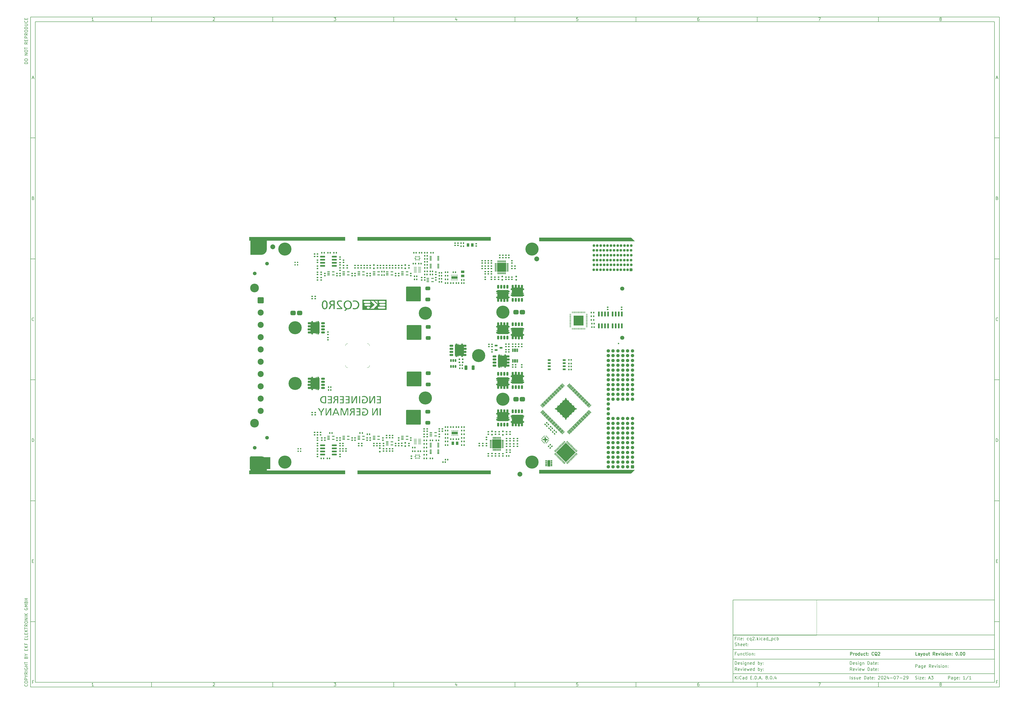
<source format=gbr>
%TF.GenerationSoftware,KiCad,Pcbnew,8.0.4*%
%TF.CreationDate,2024-07-29T18:47:44+02:00*%
%TF.ProjectId,cq2,6371322e-6b69-4636-9164-5f7063625858,0.00*%
%TF.SameCoordinates,Original*%
%TF.FileFunction,Soldermask,Bot*%
%TF.FilePolarity,Negative*%
%FSLAX46Y46*%
G04 Gerber Fmt 4.6, Leading zero omitted, Abs format (unit mm)*
G04 Created by KiCad (PCBNEW 8.0.4) date 2024-07-29 18:47:44*
%MOMM*%
%LPD*%
G01*
G04 APERTURE LIST*
G04 Aperture macros list*
%AMRoundRect*
0 Rectangle with rounded corners*
0 $1 Rounding radius*
0 $2 $3 $4 $5 $6 $7 $8 $9 X,Y pos of 4 corners*
0 Add a 4 corners polygon primitive as box body*
4,1,4,$2,$3,$4,$5,$6,$7,$8,$9,$2,$3,0*
0 Add four circle primitives for the rounded corners*
1,1,$1+$1,$2,$3*
1,1,$1+$1,$4,$5*
1,1,$1+$1,$6,$7*
1,1,$1+$1,$8,$9*
0 Add four rect primitives between the rounded corners*
20,1,$1+$1,$2,$3,$4,$5,0*
20,1,$1+$1,$4,$5,$6,$7,0*
20,1,$1+$1,$6,$7,$8,$9,0*
20,1,$1+$1,$8,$9,$2,$3,0*%
%AMRotRect*
0 Rectangle, with rotation*
0 The origin of the aperture is its center*
0 $1 length*
0 $2 width*
0 $3 Rotation angle, in degrees counterclockwise*
0 Add horizontal line*
21,1,$1,$2,0,0,$3*%
%AMOutline4P*
0 Free polygon, 4 corners , with rotation*
0 The origin of the aperture is its center*
0 number of corners: always 4*
0 $1 to $8 corner X, Y*
0 $9 Rotation angle, in degrees counterclockwise*
0 create outline with 4 corners*
4,1,4,$1,$2,$3,$4,$5,$6,$7,$8,$1,$2,$9*%
G04 Aperture macros list end*
%ADD10C,0.100000*%
%ADD11C,0.150000*%
%ADD12C,0.254000*%
%ADD13C,0.450000*%
%ADD14C,0.120000*%
%ADD15C,0.000000*%
%ADD16RoundRect,0.100000X-0.400000X-0.100000X0.400000X-0.100000X0.400000X0.100000X-0.400000X0.100000X0*%
%ADD17R,8.500000X5.000000*%
%ADD18C,3.000000*%
%ADD19C,0.800000*%
%ADD20C,5.400000*%
%ADD21RoundRect,0.102000X0.457000X-0.457000X0.457000X0.457000X-0.457000X0.457000X-0.457000X-0.457000X0*%
%ADD22C,1.118000*%
%ADD23C,0.600000*%
%ADD24C,1.700000*%
%ADD25C,3.600000*%
%ADD26RoundRect,0.297619X-0.952381X-0.952381X0.952381X-0.952381X0.952381X0.952381X-0.952381X0.952381X0*%
%ADD27C,2.500000*%
%ADD28R,38.000000X1.500000*%
%ADD29Outline4P,0.000000X-0.750000X0.000000X-0.750000X1.500000X0.750000X-1.500000X0.750000X0.000000*%
%ADD30R,55.000000X1.500000*%
%ADD31R,4.000000X7.000000*%
%ADD32C,5.000000*%
%ADD33R,5.000000X5.000000*%
%ADD34R,39.750000X1.500000*%
%ADD35C,1.500000*%
%ADD36RoundRect,0.293294X0.397706X-0.397706X0.397706X0.397706X-0.397706X0.397706X-0.397706X-0.397706X0*%
%ADD37C,1.382000*%
%ADD38RoundRect,0.140000X-0.170000X0.140000X-0.170000X-0.140000X0.170000X-0.140000X0.170000X0.140000X0*%
%ADD39RoundRect,0.150000X-0.200000X0.150000X-0.200000X-0.150000X0.200000X-0.150000X0.200000X0.150000X0*%
%ADD40RoundRect,0.140000X0.170000X-0.140000X0.170000X0.140000X-0.170000X0.140000X-0.170000X-0.140000X0*%
%ADD41RoundRect,0.212500X0.512500X0.212500X-0.512500X0.212500X-0.512500X-0.212500X0.512500X-0.212500X0*%
%ADD42RoundRect,0.212500X0.812500X0.212500X-0.812500X0.212500X-0.812500X-0.212500X0.812500X-0.212500X0*%
%ADD43RoundRect,0.150000X0.150000X2.655000X-0.150000X2.655000X-0.150000X-2.655000X0.150000X-2.655000X0*%
%ADD44RoundRect,0.075000X0.075000X2.625000X-0.075000X2.625000X-0.075000X-2.625000X0.075000X-2.625000X0*%
%ADD45R,3.750000X4.660000*%
%ADD46RoundRect,0.170016X-0.864984X-0.159984X0.864984X-0.159984X0.864984X0.159984X-0.864984X0.159984X0*%
%ADD47RoundRect,0.140000X0.140000X0.170000X-0.140000X0.170000X-0.140000X-0.170000X0.140000X-0.170000X0*%
%ADD48RoundRect,0.140000X-0.140000X-0.170000X0.140000X-0.170000X0.140000X0.170000X-0.140000X0.170000X0*%
%ADD49RoundRect,0.212500X0.212500X-0.512500X0.212500X0.512500X-0.212500X0.512500X-0.212500X-0.512500X0*%
%ADD50RoundRect,0.212500X0.212500X-0.812500X0.212500X0.812500X-0.212500X0.812500X-0.212500X-0.812500X0*%
%ADD51RoundRect,0.150000X2.655000X-0.150000X2.655000X0.150000X-2.655000X0.150000X-2.655000X-0.150000X0*%
%ADD52RoundRect,0.075000X2.625000X-0.075000X2.625000X0.075000X-2.625000X0.075000X-2.625000X-0.075000X0*%
%ADD53R,4.660000X3.750000*%
%ADD54RoundRect,0.455216X-0.619784X-0.464784X0.619784X-0.464784X0.619784X0.464784X-0.619784X0.464784X0*%
%ADD55RoundRect,0.250046X0.294954X0.459954X-0.294954X0.459954X-0.294954X-0.459954X0.294954X-0.459954X0*%
%ADD56RoundRect,0.075000X-0.194454X0.300520X-0.300520X0.194454X0.194454X-0.300520X0.300520X-0.194454X0*%
%ADD57RoundRect,0.075000X-0.300520X-0.194454X-0.194454X-0.300520X0.300520X0.194454X0.194454X0.300520X0*%
%ADD58RotRect,5.700000X5.700000X315.000000*%
%ADD59RoundRect,0.212500X-0.512500X-0.212500X0.512500X-0.212500X0.512500X0.212500X-0.512500X0.212500X0*%
%ADD60RoundRect,0.212500X-0.812500X-0.212500X0.812500X-0.212500X0.812500X0.212500X-0.812500X0.212500X0*%
%ADD61RoundRect,0.150000X-0.150000X-2.655000X0.150000X-2.655000X0.150000X2.655000X-0.150000X2.655000X0*%
%ADD62RoundRect,0.075000X-0.075000X-2.625000X0.075000X-2.625000X0.075000X2.625000X-0.075000X2.625000X0*%
%ADD63RoundRect,0.149999X-0.475001X-0.155001X0.475001X-0.155001X0.475001X0.155001X-0.475001X0.155001X0*%
%ADD64RoundRect,0.112500X0.112500X0.612500X-0.112500X0.612500X-0.112500X-0.612500X0.112500X-0.612500X0*%
%ADD65RoundRect,0.140000X0.021213X-0.219203X0.219203X-0.021213X-0.021213X0.219203X-0.219203X0.021213X0*%
%ADD66RoundRect,0.375000X-0.625000X0.375000X-0.625000X-0.375000X0.625000X-0.375000X0.625000X0.375000X0*%
%ADD67RoundRect,0.305000X2.745000X2.755000X-2.745000X2.755000X-2.745000X-2.755000X2.745000X-2.755000X0*%
%ADD68C,2.000000*%
%ADD69RoundRect,0.140000X-0.219203X-0.021213X-0.021213X-0.219203X0.219203X0.021213X0.021213X0.219203X0*%
%ADD70RoundRect,0.075000X-0.350000X0.075000X-0.350000X-0.075000X0.350000X-0.075000X0.350000X0.075000X0*%
%ADD71RoundRect,0.059994X-0.295006X-0.050006X0.295006X-0.050006X0.295006X0.050006X-0.295006X0.050006X0*%
%ADD72RoundRect,0.059994X-0.050006X0.295006X-0.050006X-0.295006X0.050006X-0.295006X0.050006X0.295006X0*%
%ADD73R,2.000000X2.000000*%
%ADD74RoundRect,0.070000X-0.042426X0.141421X-0.141421X0.042426X0.042426X-0.141421X0.141421X-0.042426X0*%
%ADD75RoundRect,0.070000X-0.141421X-0.042426X-0.042426X-0.141421X0.141421X0.042426X0.042426X0.141421X0*%
%ADD76RotRect,1.000000X1.000000X315.000000*%
%ADD77RoundRect,0.075000X0.075000X0.215000X-0.075000X0.215000X-0.075000X-0.215000X0.075000X-0.215000X0*%
%ADD78RoundRect,0.062500X0.062500X0.227500X-0.062500X0.227500X-0.062500X-0.227500X0.062500X-0.227500X0*%
%ADD79RoundRect,0.087500X0.227500X-0.087500X0.227500X0.087500X-0.227500X0.087500X-0.227500X-0.087500X0*%
%ADD80RoundRect,0.212500X-0.212500X0.512500X-0.212500X-0.512500X0.212500X-0.512500X0.212500X0.512500X0*%
%ADD81RoundRect,0.212500X-0.212500X0.812500X-0.212500X-0.812500X0.212500X-0.812500X0.212500X0.812500X0*%
%ADD82RoundRect,0.150000X-2.655000X0.150000X-2.655000X-0.150000X2.655000X-0.150000X2.655000X0.150000X0*%
%ADD83RoundRect,0.075000X-2.625000X0.075000X-2.625000X-0.075000X2.625000X-0.075000X2.625000X0.075000X0*%
%ADD84RoundRect,0.150000X0.200000X-0.150000X0.200000X0.150000X-0.200000X0.150000X-0.200000X-0.150000X0*%
%ADD85RoundRect,0.062500X0.062500X-0.187500X0.062500X0.187500X-0.062500X0.187500X-0.062500X-0.187500X0*%
%ADD86R,2.650000X1.000000*%
%ADD87RoundRect,0.455216X0.619784X0.464784X-0.619784X0.464784X-0.619784X-0.464784X0.619784X-0.464784X0*%
%ADD88RoundRect,0.170016X0.159984X-0.864984X0.159984X0.864984X-0.159984X0.864984X-0.159984X-0.864984X0*%
%ADD89RoundRect,0.149999X0.155001X-0.430001X0.155001X0.430001X-0.155001X0.430001X-0.155001X-0.430001X0*%
%ADD90RoundRect,0.125000X-0.175000X0.125000X-0.175000X-0.125000X0.175000X-0.125000X0.175000X0.125000X0*%
%ADD91R,1.200000X2.000000*%
%ADD92R,38.000000X1.000000*%
%ADD93Outline4P,-1.500000X-0.750000X1.500000X-0.750000X0.000000X0.750000X0.000000X0.750000X0.000000*%
%ADD94RoundRect,0.190000X-0.435000X-0.190000X0.435000X-0.190000X0.435000X0.190000X-0.435000X0.190000X0*%
%ADD95RoundRect,0.060000X-0.540000X0.060000X-0.540000X-0.060000X0.540000X-0.060000X0.540000X0.060000X0*%
%ADD96RoundRect,0.250046X0.459954X-0.294954X0.459954X0.294954X-0.459954X0.294954X-0.459954X-0.294954X0*%
%ADD97RoundRect,0.062500X-0.530330X-0.441942X-0.441942X-0.530330X0.530330X0.441942X0.441942X0.530330X0*%
%ADD98RoundRect,0.062500X0.441942X-0.530330X0.530330X-0.441942X-0.441942X0.530330X-0.530330X0.441942X0*%
%ADD99RotRect,5.994400X5.994400X45.000000*%
%ADD100RoundRect,0.075000X-0.075000X-0.350000X0.075000X-0.350000X0.075000X0.350000X-0.075000X0.350000X0*%
%ADD101RoundRect,0.075000X0.350000X-0.075000X0.350000X0.075000X-0.350000X0.075000X-0.350000X-0.075000X0*%
%ADD102R,3.700000X3.700000*%
%ADD103RoundRect,0.249960X0.350040X0.660040X-0.350040X0.660040X-0.350040X-0.660040X0.350040X-0.660040X0*%
%ADD104RoundRect,0.150000X0.150000X0.200000X-0.150000X0.200000X-0.150000X-0.200000X0.150000X-0.200000X0*%
%ADD105RoundRect,0.075000X0.075000X0.350000X-0.075000X0.350000X-0.075000X-0.350000X0.075000X-0.350000X0*%
G04 APERTURE END LIST*
D10*
X299978000Y-250926334D02*
X299978000Y-265573667D01*
X334522000Y-265573667D01*
X334522000Y-250926334D01*
X299978000Y-250926334D01*
D11*
X299989000Y-251002200D02*
X407989000Y-251002200D01*
X407989000Y-285002200D01*
X299989000Y-285002200D01*
X299989000Y-251002200D01*
D10*
D11*
X10000000Y-10000000D02*
X409989000Y-10000000D01*
X409989000Y-287002200D01*
X10000000Y-287002200D01*
X10000000Y-10000000D01*
D10*
D11*
X12000000Y-12000000D02*
X407989000Y-12000000D01*
X407989000Y-285002200D01*
X12000000Y-285002200D01*
X12000000Y-12000000D01*
D10*
D11*
X60000000Y-12000000D02*
X60000000Y-10000000D01*
D10*
D11*
X110000000Y-12000000D02*
X110000000Y-10000000D01*
D10*
D11*
X160000000Y-12000000D02*
X160000000Y-10000000D01*
D10*
D11*
X210000000Y-12000000D02*
X210000000Y-10000000D01*
D10*
D11*
X260000000Y-12000000D02*
X260000000Y-10000000D01*
D10*
D11*
X310000000Y-12000000D02*
X310000000Y-10000000D01*
D10*
D11*
X360000000Y-12000000D02*
X360000000Y-10000000D01*
D10*
D11*
X36066303Y-11579726D02*
X35340588Y-11579726D01*
X35703445Y-11579726D02*
X35703445Y-10309726D01*
X35703445Y-10309726D02*
X35582493Y-10491154D01*
X35582493Y-10491154D02*
X35461541Y-10612107D01*
X35461541Y-10612107D02*
X35340588Y-10672583D01*
D10*
D11*
X85340588Y-10430678D02*
X85401064Y-10370202D01*
X85401064Y-10370202D02*
X85522017Y-10309726D01*
X85522017Y-10309726D02*
X85824398Y-10309726D01*
X85824398Y-10309726D02*
X85945350Y-10370202D01*
X85945350Y-10370202D02*
X86005826Y-10430678D01*
X86005826Y-10430678D02*
X86066303Y-10551630D01*
X86066303Y-10551630D02*
X86066303Y-10672583D01*
X86066303Y-10672583D02*
X86005826Y-10854011D01*
X86005826Y-10854011D02*
X85280112Y-11579726D01*
X85280112Y-11579726D02*
X86066303Y-11579726D01*
D10*
D11*
X135280112Y-10309726D02*
X136066303Y-10309726D01*
X136066303Y-10309726D02*
X135642969Y-10793535D01*
X135642969Y-10793535D02*
X135824398Y-10793535D01*
X135824398Y-10793535D02*
X135945350Y-10854011D01*
X135945350Y-10854011D02*
X136005826Y-10914488D01*
X136005826Y-10914488D02*
X136066303Y-11035440D01*
X136066303Y-11035440D02*
X136066303Y-11337821D01*
X136066303Y-11337821D02*
X136005826Y-11458773D01*
X136005826Y-11458773D02*
X135945350Y-11519250D01*
X135945350Y-11519250D02*
X135824398Y-11579726D01*
X135824398Y-11579726D02*
X135461541Y-11579726D01*
X135461541Y-11579726D02*
X135340588Y-11519250D01*
X135340588Y-11519250D02*
X135280112Y-11458773D01*
D10*
D11*
X185945350Y-10733059D02*
X185945350Y-11579726D01*
X185642969Y-10249250D02*
X185340588Y-11156392D01*
X185340588Y-11156392D02*
X186126779Y-11156392D01*
D10*
D11*
X236005826Y-10309726D02*
X235401064Y-10309726D01*
X235401064Y-10309726D02*
X235340588Y-10914488D01*
X235340588Y-10914488D02*
X235401064Y-10854011D01*
X235401064Y-10854011D02*
X235522017Y-10793535D01*
X235522017Y-10793535D02*
X235824398Y-10793535D01*
X235824398Y-10793535D02*
X235945350Y-10854011D01*
X235945350Y-10854011D02*
X236005826Y-10914488D01*
X236005826Y-10914488D02*
X236066303Y-11035440D01*
X236066303Y-11035440D02*
X236066303Y-11337821D01*
X236066303Y-11337821D02*
X236005826Y-11458773D01*
X236005826Y-11458773D02*
X235945350Y-11519250D01*
X235945350Y-11519250D02*
X235824398Y-11579726D01*
X235824398Y-11579726D02*
X235522017Y-11579726D01*
X235522017Y-11579726D02*
X235401064Y-11519250D01*
X235401064Y-11519250D02*
X235340588Y-11458773D01*
D10*
D11*
X285945350Y-10309726D02*
X285703445Y-10309726D01*
X285703445Y-10309726D02*
X285582493Y-10370202D01*
X285582493Y-10370202D02*
X285522017Y-10430678D01*
X285522017Y-10430678D02*
X285401064Y-10612107D01*
X285401064Y-10612107D02*
X285340588Y-10854011D01*
X285340588Y-10854011D02*
X285340588Y-11337821D01*
X285340588Y-11337821D02*
X285401064Y-11458773D01*
X285401064Y-11458773D02*
X285461541Y-11519250D01*
X285461541Y-11519250D02*
X285582493Y-11579726D01*
X285582493Y-11579726D02*
X285824398Y-11579726D01*
X285824398Y-11579726D02*
X285945350Y-11519250D01*
X285945350Y-11519250D02*
X286005826Y-11458773D01*
X286005826Y-11458773D02*
X286066303Y-11337821D01*
X286066303Y-11337821D02*
X286066303Y-11035440D01*
X286066303Y-11035440D02*
X286005826Y-10914488D01*
X286005826Y-10914488D02*
X285945350Y-10854011D01*
X285945350Y-10854011D02*
X285824398Y-10793535D01*
X285824398Y-10793535D02*
X285582493Y-10793535D01*
X285582493Y-10793535D02*
X285461541Y-10854011D01*
X285461541Y-10854011D02*
X285401064Y-10914488D01*
X285401064Y-10914488D02*
X285340588Y-11035440D01*
D10*
D11*
X335280112Y-10309726D02*
X336126779Y-10309726D01*
X336126779Y-10309726D02*
X335582493Y-11579726D01*
D10*
D11*
X385582493Y-10854011D02*
X385461541Y-10793535D01*
X385461541Y-10793535D02*
X385401064Y-10733059D01*
X385401064Y-10733059D02*
X385340588Y-10612107D01*
X385340588Y-10612107D02*
X385340588Y-10551630D01*
X385340588Y-10551630D02*
X385401064Y-10430678D01*
X385401064Y-10430678D02*
X385461541Y-10370202D01*
X385461541Y-10370202D02*
X385582493Y-10309726D01*
X385582493Y-10309726D02*
X385824398Y-10309726D01*
X385824398Y-10309726D02*
X385945350Y-10370202D01*
X385945350Y-10370202D02*
X386005826Y-10430678D01*
X386005826Y-10430678D02*
X386066303Y-10551630D01*
X386066303Y-10551630D02*
X386066303Y-10612107D01*
X386066303Y-10612107D02*
X386005826Y-10733059D01*
X386005826Y-10733059D02*
X385945350Y-10793535D01*
X385945350Y-10793535D02*
X385824398Y-10854011D01*
X385824398Y-10854011D02*
X385582493Y-10854011D01*
X385582493Y-10854011D02*
X385461541Y-10914488D01*
X385461541Y-10914488D02*
X385401064Y-10974964D01*
X385401064Y-10974964D02*
X385340588Y-11095916D01*
X385340588Y-11095916D02*
X385340588Y-11337821D01*
X385340588Y-11337821D02*
X385401064Y-11458773D01*
X385401064Y-11458773D02*
X385461541Y-11519250D01*
X385461541Y-11519250D02*
X385582493Y-11579726D01*
X385582493Y-11579726D02*
X385824398Y-11579726D01*
X385824398Y-11579726D02*
X385945350Y-11519250D01*
X385945350Y-11519250D02*
X386005826Y-11458773D01*
X386005826Y-11458773D02*
X386066303Y-11337821D01*
X386066303Y-11337821D02*
X386066303Y-11095916D01*
X386066303Y-11095916D02*
X386005826Y-10974964D01*
X386005826Y-10974964D02*
X385945350Y-10914488D01*
X385945350Y-10914488D02*
X385824398Y-10854011D01*
D10*
D11*
X60000000Y-285002200D02*
X60000000Y-287002200D01*
D10*
D11*
X110000000Y-285002200D02*
X110000000Y-287002200D01*
D10*
D11*
X160000000Y-285002200D02*
X160000000Y-287002200D01*
D10*
D11*
X210000000Y-285002200D02*
X210000000Y-287002200D01*
D10*
D11*
X260000000Y-285002200D02*
X260000000Y-287002200D01*
D10*
D11*
X310000000Y-285002200D02*
X310000000Y-287002200D01*
D10*
D11*
X360000000Y-285002200D02*
X360000000Y-287002200D01*
D10*
D11*
X36066303Y-286581926D02*
X35340588Y-286581926D01*
X35703445Y-286581926D02*
X35703445Y-285311926D01*
X35703445Y-285311926D02*
X35582493Y-285493354D01*
X35582493Y-285493354D02*
X35461541Y-285614307D01*
X35461541Y-285614307D02*
X35340588Y-285674783D01*
D10*
D11*
X85340588Y-285432878D02*
X85401064Y-285372402D01*
X85401064Y-285372402D02*
X85522017Y-285311926D01*
X85522017Y-285311926D02*
X85824398Y-285311926D01*
X85824398Y-285311926D02*
X85945350Y-285372402D01*
X85945350Y-285372402D02*
X86005826Y-285432878D01*
X86005826Y-285432878D02*
X86066303Y-285553830D01*
X86066303Y-285553830D02*
X86066303Y-285674783D01*
X86066303Y-285674783D02*
X86005826Y-285856211D01*
X86005826Y-285856211D02*
X85280112Y-286581926D01*
X85280112Y-286581926D02*
X86066303Y-286581926D01*
D10*
D11*
X135280112Y-285311926D02*
X136066303Y-285311926D01*
X136066303Y-285311926D02*
X135642969Y-285795735D01*
X135642969Y-285795735D02*
X135824398Y-285795735D01*
X135824398Y-285795735D02*
X135945350Y-285856211D01*
X135945350Y-285856211D02*
X136005826Y-285916688D01*
X136005826Y-285916688D02*
X136066303Y-286037640D01*
X136066303Y-286037640D02*
X136066303Y-286340021D01*
X136066303Y-286340021D02*
X136005826Y-286460973D01*
X136005826Y-286460973D02*
X135945350Y-286521450D01*
X135945350Y-286521450D02*
X135824398Y-286581926D01*
X135824398Y-286581926D02*
X135461541Y-286581926D01*
X135461541Y-286581926D02*
X135340588Y-286521450D01*
X135340588Y-286521450D02*
X135280112Y-286460973D01*
D10*
D11*
X185945350Y-285735259D02*
X185945350Y-286581926D01*
X185642969Y-285251450D02*
X185340588Y-286158592D01*
X185340588Y-286158592D02*
X186126779Y-286158592D01*
D10*
D11*
X236005826Y-285311926D02*
X235401064Y-285311926D01*
X235401064Y-285311926D02*
X235340588Y-285916688D01*
X235340588Y-285916688D02*
X235401064Y-285856211D01*
X235401064Y-285856211D02*
X235522017Y-285795735D01*
X235522017Y-285795735D02*
X235824398Y-285795735D01*
X235824398Y-285795735D02*
X235945350Y-285856211D01*
X235945350Y-285856211D02*
X236005826Y-285916688D01*
X236005826Y-285916688D02*
X236066303Y-286037640D01*
X236066303Y-286037640D02*
X236066303Y-286340021D01*
X236066303Y-286340021D02*
X236005826Y-286460973D01*
X236005826Y-286460973D02*
X235945350Y-286521450D01*
X235945350Y-286521450D02*
X235824398Y-286581926D01*
X235824398Y-286581926D02*
X235522017Y-286581926D01*
X235522017Y-286581926D02*
X235401064Y-286521450D01*
X235401064Y-286521450D02*
X235340588Y-286460973D01*
D10*
D11*
X285945350Y-285311926D02*
X285703445Y-285311926D01*
X285703445Y-285311926D02*
X285582493Y-285372402D01*
X285582493Y-285372402D02*
X285522017Y-285432878D01*
X285522017Y-285432878D02*
X285401064Y-285614307D01*
X285401064Y-285614307D02*
X285340588Y-285856211D01*
X285340588Y-285856211D02*
X285340588Y-286340021D01*
X285340588Y-286340021D02*
X285401064Y-286460973D01*
X285401064Y-286460973D02*
X285461541Y-286521450D01*
X285461541Y-286521450D02*
X285582493Y-286581926D01*
X285582493Y-286581926D02*
X285824398Y-286581926D01*
X285824398Y-286581926D02*
X285945350Y-286521450D01*
X285945350Y-286521450D02*
X286005826Y-286460973D01*
X286005826Y-286460973D02*
X286066303Y-286340021D01*
X286066303Y-286340021D02*
X286066303Y-286037640D01*
X286066303Y-286037640D02*
X286005826Y-285916688D01*
X286005826Y-285916688D02*
X285945350Y-285856211D01*
X285945350Y-285856211D02*
X285824398Y-285795735D01*
X285824398Y-285795735D02*
X285582493Y-285795735D01*
X285582493Y-285795735D02*
X285461541Y-285856211D01*
X285461541Y-285856211D02*
X285401064Y-285916688D01*
X285401064Y-285916688D02*
X285340588Y-286037640D01*
D10*
D11*
X335280112Y-285311926D02*
X336126779Y-285311926D01*
X336126779Y-285311926D02*
X335582493Y-286581926D01*
D10*
D11*
X385582493Y-285856211D02*
X385461541Y-285795735D01*
X385461541Y-285795735D02*
X385401064Y-285735259D01*
X385401064Y-285735259D02*
X385340588Y-285614307D01*
X385340588Y-285614307D02*
X385340588Y-285553830D01*
X385340588Y-285553830D02*
X385401064Y-285432878D01*
X385401064Y-285432878D02*
X385461541Y-285372402D01*
X385461541Y-285372402D02*
X385582493Y-285311926D01*
X385582493Y-285311926D02*
X385824398Y-285311926D01*
X385824398Y-285311926D02*
X385945350Y-285372402D01*
X385945350Y-285372402D02*
X386005826Y-285432878D01*
X386005826Y-285432878D02*
X386066303Y-285553830D01*
X386066303Y-285553830D02*
X386066303Y-285614307D01*
X386066303Y-285614307D02*
X386005826Y-285735259D01*
X386005826Y-285735259D02*
X385945350Y-285795735D01*
X385945350Y-285795735D02*
X385824398Y-285856211D01*
X385824398Y-285856211D02*
X385582493Y-285856211D01*
X385582493Y-285856211D02*
X385461541Y-285916688D01*
X385461541Y-285916688D02*
X385401064Y-285977164D01*
X385401064Y-285977164D02*
X385340588Y-286098116D01*
X385340588Y-286098116D02*
X385340588Y-286340021D01*
X385340588Y-286340021D02*
X385401064Y-286460973D01*
X385401064Y-286460973D02*
X385461541Y-286521450D01*
X385461541Y-286521450D02*
X385582493Y-286581926D01*
X385582493Y-286581926D02*
X385824398Y-286581926D01*
X385824398Y-286581926D02*
X385945350Y-286521450D01*
X385945350Y-286521450D02*
X386005826Y-286460973D01*
X386005826Y-286460973D02*
X386066303Y-286340021D01*
X386066303Y-286340021D02*
X386066303Y-286098116D01*
X386066303Y-286098116D02*
X386005826Y-285977164D01*
X386005826Y-285977164D02*
X385945350Y-285916688D01*
X385945350Y-285916688D02*
X385824398Y-285856211D01*
D10*
D11*
X10000000Y-60000000D02*
X12000000Y-60000000D01*
D10*
D11*
X10000000Y-110000000D02*
X12000000Y-110000000D01*
D10*
D11*
X10000000Y-160000000D02*
X12000000Y-160000000D01*
D10*
D11*
X10000000Y-210000000D02*
X12000000Y-210000000D01*
D10*
D11*
X10000000Y-260000000D02*
X12000000Y-260000000D01*
D10*
D11*
X10697619Y-35216869D02*
X11302381Y-35216869D01*
X10576667Y-35579726D02*
X11000000Y-34309726D01*
X11000000Y-34309726D02*
X11423334Y-35579726D01*
D10*
D11*
X11090714Y-84914488D02*
X11272142Y-84974964D01*
X11272142Y-84974964D02*
X11332619Y-85035440D01*
X11332619Y-85035440D02*
X11393095Y-85156392D01*
X11393095Y-85156392D02*
X11393095Y-85337821D01*
X11393095Y-85337821D02*
X11332619Y-85458773D01*
X11332619Y-85458773D02*
X11272142Y-85519250D01*
X11272142Y-85519250D02*
X11151190Y-85579726D01*
X11151190Y-85579726D02*
X10667380Y-85579726D01*
X10667380Y-85579726D02*
X10667380Y-84309726D01*
X10667380Y-84309726D02*
X11090714Y-84309726D01*
X11090714Y-84309726D02*
X11211666Y-84370202D01*
X11211666Y-84370202D02*
X11272142Y-84430678D01*
X11272142Y-84430678D02*
X11332619Y-84551630D01*
X11332619Y-84551630D02*
X11332619Y-84672583D01*
X11332619Y-84672583D02*
X11272142Y-84793535D01*
X11272142Y-84793535D02*
X11211666Y-84854011D01*
X11211666Y-84854011D02*
X11090714Y-84914488D01*
X11090714Y-84914488D02*
X10667380Y-84914488D01*
D10*
D11*
X11393095Y-135458773D02*
X11332619Y-135519250D01*
X11332619Y-135519250D02*
X11151190Y-135579726D01*
X11151190Y-135579726D02*
X11030238Y-135579726D01*
X11030238Y-135579726D02*
X10848809Y-135519250D01*
X10848809Y-135519250D02*
X10727857Y-135398297D01*
X10727857Y-135398297D02*
X10667380Y-135277345D01*
X10667380Y-135277345D02*
X10606904Y-135035440D01*
X10606904Y-135035440D02*
X10606904Y-134854011D01*
X10606904Y-134854011D02*
X10667380Y-134612107D01*
X10667380Y-134612107D02*
X10727857Y-134491154D01*
X10727857Y-134491154D02*
X10848809Y-134370202D01*
X10848809Y-134370202D02*
X11030238Y-134309726D01*
X11030238Y-134309726D02*
X11151190Y-134309726D01*
X11151190Y-134309726D02*
X11332619Y-134370202D01*
X11332619Y-134370202D02*
X11393095Y-134430678D01*
D10*
D11*
X10667380Y-185579726D02*
X10667380Y-184309726D01*
X10667380Y-184309726D02*
X10969761Y-184309726D01*
X10969761Y-184309726D02*
X11151190Y-184370202D01*
X11151190Y-184370202D02*
X11272142Y-184491154D01*
X11272142Y-184491154D02*
X11332619Y-184612107D01*
X11332619Y-184612107D02*
X11393095Y-184854011D01*
X11393095Y-184854011D02*
X11393095Y-185035440D01*
X11393095Y-185035440D02*
X11332619Y-185277345D01*
X11332619Y-185277345D02*
X11272142Y-185398297D01*
X11272142Y-185398297D02*
X11151190Y-185519250D01*
X11151190Y-185519250D02*
X10969761Y-185579726D01*
X10969761Y-185579726D02*
X10667380Y-185579726D01*
D10*
D11*
X10727856Y-234914488D02*
X11151190Y-234914488D01*
X11332618Y-235579726D02*
X10727856Y-235579726D01*
X10727856Y-235579726D02*
X10727856Y-234309726D01*
X10727856Y-234309726D02*
X11332618Y-234309726D01*
D10*
D11*
X11181429Y-284914488D02*
X10758095Y-284914488D01*
X10758095Y-285579726D02*
X10758095Y-284309726D01*
X10758095Y-284309726D02*
X11362857Y-284309726D01*
D10*
D11*
X409989000Y-60000000D02*
X407989000Y-60000000D01*
D10*
D11*
X409989000Y-110000000D02*
X407989000Y-110000000D01*
D10*
D11*
X409989000Y-160000000D02*
X407989000Y-160000000D01*
D10*
D11*
X409989000Y-210000000D02*
X407989000Y-210000000D01*
D10*
D11*
X409989000Y-260000000D02*
X407989000Y-260000000D01*
D10*
D11*
X408686619Y-35216869D02*
X409291381Y-35216869D01*
X408565667Y-35579726D02*
X408989000Y-34309726D01*
X408989000Y-34309726D02*
X409412334Y-35579726D01*
D10*
D11*
X409079714Y-84914488D02*
X409261142Y-84974964D01*
X409261142Y-84974964D02*
X409321619Y-85035440D01*
X409321619Y-85035440D02*
X409382095Y-85156392D01*
X409382095Y-85156392D02*
X409382095Y-85337821D01*
X409382095Y-85337821D02*
X409321619Y-85458773D01*
X409321619Y-85458773D02*
X409261142Y-85519250D01*
X409261142Y-85519250D02*
X409140190Y-85579726D01*
X409140190Y-85579726D02*
X408656380Y-85579726D01*
X408656380Y-85579726D02*
X408656380Y-84309726D01*
X408656380Y-84309726D02*
X409079714Y-84309726D01*
X409079714Y-84309726D02*
X409200666Y-84370202D01*
X409200666Y-84370202D02*
X409261142Y-84430678D01*
X409261142Y-84430678D02*
X409321619Y-84551630D01*
X409321619Y-84551630D02*
X409321619Y-84672583D01*
X409321619Y-84672583D02*
X409261142Y-84793535D01*
X409261142Y-84793535D02*
X409200666Y-84854011D01*
X409200666Y-84854011D02*
X409079714Y-84914488D01*
X409079714Y-84914488D02*
X408656380Y-84914488D01*
D10*
D11*
X409382095Y-135458773D02*
X409321619Y-135519250D01*
X409321619Y-135519250D02*
X409140190Y-135579726D01*
X409140190Y-135579726D02*
X409019238Y-135579726D01*
X409019238Y-135579726D02*
X408837809Y-135519250D01*
X408837809Y-135519250D02*
X408716857Y-135398297D01*
X408716857Y-135398297D02*
X408656380Y-135277345D01*
X408656380Y-135277345D02*
X408595904Y-135035440D01*
X408595904Y-135035440D02*
X408595904Y-134854011D01*
X408595904Y-134854011D02*
X408656380Y-134612107D01*
X408656380Y-134612107D02*
X408716857Y-134491154D01*
X408716857Y-134491154D02*
X408837809Y-134370202D01*
X408837809Y-134370202D02*
X409019238Y-134309726D01*
X409019238Y-134309726D02*
X409140190Y-134309726D01*
X409140190Y-134309726D02*
X409321619Y-134370202D01*
X409321619Y-134370202D02*
X409382095Y-134430678D01*
D10*
D11*
X408656380Y-185579726D02*
X408656380Y-184309726D01*
X408656380Y-184309726D02*
X408958761Y-184309726D01*
X408958761Y-184309726D02*
X409140190Y-184370202D01*
X409140190Y-184370202D02*
X409261142Y-184491154D01*
X409261142Y-184491154D02*
X409321619Y-184612107D01*
X409321619Y-184612107D02*
X409382095Y-184854011D01*
X409382095Y-184854011D02*
X409382095Y-185035440D01*
X409382095Y-185035440D02*
X409321619Y-185277345D01*
X409321619Y-185277345D02*
X409261142Y-185398297D01*
X409261142Y-185398297D02*
X409140190Y-185519250D01*
X409140190Y-185519250D02*
X408958761Y-185579726D01*
X408958761Y-185579726D02*
X408656380Y-185579726D01*
D10*
D11*
X408716856Y-234914488D02*
X409140190Y-234914488D01*
X409321618Y-235579726D02*
X408716856Y-235579726D01*
X408716856Y-235579726D02*
X408716856Y-234309726D01*
X408716856Y-234309726D02*
X409321618Y-234309726D01*
D10*
D11*
X409170429Y-284914488D02*
X408747095Y-284914488D01*
X408747095Y-285579726D02*
X408747095Y-284309726D01*
X408747095Y-284309726D02*
X409351857Y-284309726D01*
D10*
D11*
X348390064Y-277698976D02*
X348390064Y-276428976D01*
X348390064Y-276428976D02*
X348692445Y-276428976D01*
X348692445Y-276428976D02*
X348873874Y-276489452D01*
X348873874Y-276489452D02*
X348994826Y-276610404D01*
X348994826Y-276610404D02*
X349055303Y-276731357D01*
X349055303Y-276731357D02*
X349115779Y-276973261D01*
X349115779Y-276973261D02*
X349115779Y-277154690D01*
X349115779Y-277154690D02*
X349055303Y-277396595D01*
X349055303Y-277396595D02*
X348994826Y-277517547D01*
X348994826Y-277517547D02*
X348873874Y-277638500D01*
X348873874Y-277638500D02*
X348692445Y-277698976D01*
X348692445Y-277698976D02*
X348390064Y-277698976D01*
X350143874Y-277638500D02*
X350022922Y-277698976D01*
X350022922Y-277698976D02*
X349781017Y-277698976D01*
X349781017Y-277698976D02*
X349660064Y-277638500D01*
X349660064Y-277638500D02*
X349599588Y-277517547D01*
X349599588Y-277517547D02*
X349599588Y-277033738D01*
X349599588Y-277033738D02*
X349660064Y-276912785D01*
X349660064Y-276912785D02*
X349781017Y-276852309D01*
X349781017Y-276852309D02*
X350022922Y-276852309D01*
X350022922Y-276852309D02*
X350143874Y-276912785D01*
X350143874Y-276912785D02*
X350204350Y-277033738D01*
X350204350Y-277033738D02*
X350204350Y-277154690D01*
X350204350Y-277154690D02*
X349599588Y-277275642D01*
X350688159Y-277638500D02*
X350809112Y-277698976D01*
X350809112Y-277698976D02*
X351051016Y-277698976D01*
X351051016Y-277698976D02*
X351171969Y-277638500D01*
X351171969Y-277638500D02*
X351232445Y-277517547D01*
X351232445Y-277517547D02*
X351232445Y-277457071D01*
X351232445Y-277457071D02*
X351171969Y-277336119D01*
X351171969Y-277336119D02*
X351051016Y-277275642D01*
X351051016Y-277275642D02*
X350869588Y-277275642D01*
X350869588Y-277275642D02*
X350748635Y-277215166D01*
X350748635Y-277215166D02*
X350688159Y-277094214D01*
X350688159Y-277094214D02*
X350688159Y-277033738D01*
X350688159Y-277033738D02*
X350748635Y-276912785D01*
X350748635Y-276912785D02*
X350869588Y-276852309D01*
X350869588Y-276852309D02*
X351051016Y-276852309D01*
X351051016Y-276852309D02*
X351171969Y-276912785D01*
X351776730Y-277698976D02*
X351776730Y-276852309D01*
X351776730Y-276428976D02*
X351716254Y-276489452D01*
X351716254Y-276489452D02*
X351776730Y-276549928D01*
X351776730Y-276549928D02*
X351837207Y-276489452D01*
X351837207Y-276489452D02*
X351776730Y-276428976D01*
X351776730Y-276428976D02*
X351776730Y-276549928D01*
X352925778Y-276852309D02*
X352925778Y-277880404D01*
X352925778Y-277880404D02*
X352865302Y-278001357D01*
X352865302Y-278001357D02*
X352804826Y-278061833D01*
X352804826Y-278061833D02*
X352683873Y-278122309D01*
X352683873Y-278122309D02*
X352502445Y-278122309D01*
X352502445Y-278122309D02*
X352381492Y-278061833D01*
X352925778Y-277638500D02*
X352804826Y-277698976D01*
X352804826Y-277698976D02*
X352562921Y-277698976D01*
X352562921Y-277698976D02*
X352441969Y-277638500D01*
X352441969Y-277638500D02*
X352381492Y-277578023D01*
X352381492Y-277578023D02*
X352321016Y-277457071D01*
X352321016Y-277457071D02*
X352321016Y-277094214D01*
X352321016Y-277094214D02*
X352381492Y-276973261D01*
X352381492Y-276973261D02*
X352441969Y-276912785D01*
X352441969Y-276912785D02*
X352562921Y-276852309D01*
X352562921Y-276852309D02*
X352804826Y-276852309D01*
X352804826Y-276852309D02*
X352925778Y-276912785D01*
X353530540Y-276852309D02*
X353530540Y-277698976D01*
X353530540Y-276973261D02*
X353591017Y-276912785D01*
X353591017Y-276912785D02*
X353711969Y-276852309D01*
X353711969Y-276852309D02*
X353893398Y-276852309D01*
X353893398Y-276852309D02*
X354014350Y-276912785D01*
X354014350Y-276912785D02*
X354074826Y-277033738D01*
X354074826Y-277033738D02*
X354074826Y-277698976D01*
X355647207Y-277698976D02*
X355647207Y-276428976D01*
X355647207Y-276428976D02*
X355949588Y-276428976D01*
X355949588Y-276428976D02*
X356131017Y-276489452D01*
X356131017Y-276489452D02*
X356251969Y-276610404D01*
X356251969Y-276610404D02*
X356312446Y-276731357D01*
X356312446Y-276731357D02*
X356372922Y-276973261D01*
X356372922Y-276973261D02*
X356372922Y-277154690D01*
X356372922Y-277154690D02*
X356312446Y-277396595D01*
X356312446Y-277396595D02*
X356251969Y-277517547D01*
X356251969Y-277517547D02*
X356131017Y-277638500D01*
X356131017Y-277638500D02*
X355949588Y-277698976D01*
X355949588Y-277698976D02*
X355647207Y-277698976D01*
X357461493Y-277698976D02*
X357461493Y-277033738D01*
X357461493Y-277033738D02*
X357401017Y-276912785D01*
X357401017Y-276912785D02*
X357280065Y-276852309D01*
X357280065Y-276852309D02*
X357038160Y-276852309D01*
X357038160Y-276852309D02*
X356917207Y-276912785D01*
X357461493Y-277638500D02*
X357340541Y-277698976D01*
X357340541Y-277698976D02*
X357038160Y-277698976D01*
X357038160Y-277698976D02*
X356917207Y-277638500D01*
X356917207Y-277638500D02*
X356856731Y-277517547D01*
X356856731Y-277517547D02*
X356856731Y-277396595D01*
X356856731Y-277396595D02*
X356917207Y-277275642D01*
X356917207Y-277275642D02*
X357038160Y-277215166D01*
X357038160Y-277215166D02*
X357340541Y-277215166D01*
X357340541Y-277215166D02*
X357461493Y-277154690D01*
X357884827Y-276852309D02*
X358368636Y-276852309D01*
X358066255Y-276428976D02*
X358066255Y-277517547D01*
X358066255Y-277517547D02*
X358126732Y-277638500D01*
X358126732Y-277638500D02*
X358247684Y-277698976D01*
X358247684Y-277698976D02*
X358368636Y-277698976D01*
X359275779Y-277638500D02*
X359154827Y-277698976D01*
X359154827Y-277698976D02*
X358912922Y-277698976D01*
X358912922Y-277698976D02*
X358791969Y-277638500D01*
X358791969Y-277638500D02*
X358731493Y-277517547D01*
X358731493Y-277517547D02*
X358731493Y-277033738D01*
X358731493Y-277033738D02*
X358791969Y-276912785D01*
X358791969Y-276912785D02*
X358912922Y-276852309D01*
X358912922Y-276852309D02*
X359154827Y-276852309D01*
X359154827Y-276852309D02*
X359275779Y-276912785D01*
X359275779Y-276912785D02*
X359336255Y-277033738D01*
X359336255Y-277033738D02*
X359336255Y-277154690D01*
X359336255Y-277154690D02*
X358731493Y-277275642D01*
X359880540Y-277578023D02*
X359941017Y-277638500D01*
X359941017Y-277638500D02*
X359880540Y-277698976D01*
X359880540Y-277698976D02*
X359820064Y-277638500D01*
X359820064Y-277638500D02*
X359880540Y-277578023D01*
X359880540Y-277578023D02*
X359880540Y-277698976D01*
X359880540Y-276912785D02*
X359941017Y-276973261D01*
X359941017Y-276973261D02*
X359880540Y-277033738D01*
X359880540Y-277033738D02*
X359820064Y-276973261D01*
X359820064Y-276973261D02*
X359880540Y-276912785D01*
X359880540Y-276912785D02*
X359880540Y-277033738D01*
D10*
D11*
X299989000Y-281502200D02*
X407989000Y-281502200D01*
D10*
D11*
X300890064Y-283738976D02*
X300890064Y-282468976D01*
X301615779Y-283738976D02*
X301071493Y-283013261D01*
X301615779Y-282468976D02*
X300890064Y-283194690D01*
X302160064Y-283738976D02*
X302160064Y-282892309D01*
X302160064Y-282468976D02*
X302099588Y-282529452D01*
X302099588Y-282529452D02*
X302160064Y-282589928D01*
X302160064Y-282589928D02*
X302220541Y-282529452D01*
X302220541Y-282529452D02*
X302160064Y-282468976D01*
X302160064Y-282468976D02*
X302160064Y-282589928D01*
X303490541Y-283618023D02*
X303430065Y-283678500D01*
X303430065Y-283678500D02*
X303248636Y-283738976D01*
X303248636Y-283738976D02*
X303127684Y-283738976D01*
X303127684Y-283738976D02*
X302946255Y-283678500D01*
X302946255Y-283678500D02*
X302825303Y-283557547D01*
X302825303Y-283557547D02*
X302764826Y-283436595D01*
X302764826Y-283436595D02*
X302704350Y-283194690D01*
X302704350Y-283194690D02*
X302704350Y-283013261D01*
X302704350Y-283013261D02*
X302764826Y-282771357D01*
X302764826Y-282771357D02*
X302825303Y-282650404D01*
X302825303Y-282650404D02*
X302946255Y-282529452D01*
X302946255Y-282529452D02*
X303127684Y-282468976D01*
X303127684Y-282468976D02*
X303248636Y-282468976D01*
X303248636Y-282468976D02*
X303430065Y-282529452D01*
X303430065Y-282529452D02*
X303490541Y-282589928D01*
X304579112Y-283738976D02*
X304579112Y-283073738D01*
X304579112Y-283073738D02*
X304518636Y-282952785D01*
X304518636Y-282952785D02*
X304397684Y-282892309D01*
X304397684Y-282892309D02*
X304155779Y-282892309D01*
X304155779Y-282892309D02*
X304034826Y-282952785D01*
X304579112Y-283678500D02*
X304458160Y-283738976D01*
X304458160Y-283738976D02*
X304155779Y-283738976D01*
X304155779Y-283738976D02*
X304034826Y-283678500D01*
X304034826Y-283678500D02*
X303974350Y-283557547D01*
X303974350Y-283557547D02*
X303974350Y-283436595D01*
X303974350Y-283436595D02*
X304034826Y-283315642D01*
X304034826Y-283315642D02*
X304155779Y-283255166D01*
X304155779Y-283255166D02*
X304458160Y-283255166D01*
X304458160Y-283255166D02*
X304579112Y-283194690D01*
X305728160Y-283738976D02*
X305728160Y-282468976D01*
X305728160Y-283678500D02*
X305607208Y-283738976D01*
X305607208Y-283738976D02*
X305365303Y-283738976D01*
X305365303Y-283738976D02*
X305244351Y-283678500D01*
X305244351Y-283678500D02*
X305183874Y-283618023D01*
X305183874Y-283618023D02*
X305123398Y-283497071D01*
X305123398Y-283497071D02*
X305123398Y-283134214D01*
X305123398Y-283134214D02*
X305183874Y-283013261D01*
X305183874Y-283013261D02*
X305244351Y-282952785D01*
X305244351Y-282952785D02*
X305365303Y-282892309D01*
X305365303Y-282892309D02*
X305607208Y-282892309D01*
X305607208Y-282892309D02*
X305728160Y-282952785D01*
X307300541Y-283073738D02*
X307723875Y-283073738D01*
X307905303Y-283738976D02*
X307300541Y-283738976D01*
X307300541Y-283738976D02*
X307300541Y-282468976D01*
X307300541Y-282468976D02*
X307905303Y-282468976D01*
X308449589Y-283618023D02*
X308510066Y-283678500D01*
X308510066Y-283678500D02*
X308449589Y-283738976D01*
X308449589Y-283738976D02*
X308389113Y-283678500D01*
X308389113Y-283678500D02*
X308449589Y-283618023D01*
X308449589Y-283618023D02*
X308449589Y-283738976D01*
X309054351Y-283738976D02*
X309054351Y-282468976D01*
X309054351Y-282468976D02*
X309356732Y-282468976D01*
X309356732Y-282468976D02*
X309538161Y-282529452D01*
X309538161Y-282529452D02*
X309659113Y-282650404D01*
X309659113Y-282650404D02*
X309719590Y-282771357D01*
X309719590Y-282771357D02*
X309780066Y-283013261D01*
X309780066Y-283013261D02*
X309780066Y-283194690D01*
X309780066Y-283194690D02*
X309719590Y-283436595D01*
X309719590Y-283436595D02*
X309659113Y-283557547D01*
X309659113Y-283557547D02*
X309538161Y-283678500D01*
X309538161Y-283678500D02*
X309356732Y-283738976D01*
X309356732Y-283738976D02*
X309054351Y-283738976D01*
X310324351Y-283618023D02*
X310384828Y-283678500D01*
X310384828Y-283678500D02*
X310324351Y-283738976D01*
X310324351Y-283738976D02*
X310263875Y-283678500D01*
X310263875Y-283678500D02*
X310324351Y-283618023D01*
X310324351Y-283618023D02*
X310324351Y-283738976D01*
X310868637Y-283376119D02*
X311473399Y-283376119D01*
X310747685Y-283738976D02*
X311171018Y-282468976D01*
X311171018Y-282468976D02*
X311594352Y-283738976D01*
X312017684Y-283618023D02*
X312078161Y-283678500D01*
X312078161Y-283678500D02*
X312017684Y-283738976D01*
X312017684Y-283738976D02*
X311957208Y-283678500D01*
X311957208Y-283678500D02*
X312017684Y-283618023D01*
X312017684Y-283618023D02*
X312017684Y-283738976D01*
X313771494Y-283013261D02*
X313650542Y-282952785D01*
X313650542Y-282952785D02*
X313590065Y-282892309D01*
X313590065Y-282892309D02*
X313529589Y-282771357D01*
X313529589Y-282771357D02*
X313529589Y-282710880D01*
X313529589Y-282710880D02*
X313590065Y-282589928D01*
X313590065Y-282589928D02*
X313650542Y-282529452D01*
X313650542Y-282529452D02*
X313771494Y-282468976D01*
X313771494Y-282468976D02*
X314013399Y-282468976D01*
X314013399Y-282468976D02*
X314134351Y-282529452D01*
X314134351Y-282529452D02*
X314194827Y-282589928D01*
X314194827Y-282589928D02*
X314255304Y-282710880D01*
X314255304Y-282710880D02*
X314255304Y-282771357D01*
X314255304Y-282771357D02*
X314194827Y-282892309D01*
X314194827Y-282892309D02*
X314134351Y-282952785D01*
X314134351Y-282952785D02*
X314013399Y-283013261D01*
X314013399Y-283013261D02*
X313771494Y-283013261D01*
X313771494Y-283013261D02*
X313650542Y-283073738D01*
X313650542Y-283073738D02*
X313590065Y-283134214D01*
X313590065Y-283134214D02*
X313529589Y-283255166D01*
X313529589Y-283255166D02*
X313529589Y-283497071D01*
X313529589Y-283497071D02*
X313590065Y-283618023D01*
X313590065Y-283618023D02*
X313650542Y-283678500D01*
X313650542Y-283678500D02*
X313771494Y-283738976D01*
X313771494Y-283738976D02*
X314013399Y-283738976D01*
X314013399Y-283738976D02*
X314134351Y-283678500D01*
X314134351Y-283678500D02*
X314194827Y-283618023D01*
X314194827Y-283618023D02*
X314255304Y-283497071D01*
X314255304Y-283497071D02*
X314255304Y-283255166D01*
X314255304Y-283255166D02*
X314194827Y-283134214D01*
X314194827Y-283134214D02*
X314134351Y-283073738D01*
X314134351Y-283073738D02*
X314013399Y-283013261D01*
X314799589Y-283618023D02*
X314860066Y-283678500D01*
X314860066Y-283678500D02*
X314799589Y-283738976D01*
X314799589Y-283738976D02*
X314739113Y-283678500D01*
X314739113Y-283678500D02*
X314799589Y-283618023D01*
X314799589Y-283618023D02*
X314799589Y-283738976D01*
X315646256Y-282468976D02*
X315767209Y-282468976D01*
X315767209Y-282468976D02*
X315888161Y-282529452D01*
X315888161Y-282529452D02*
X315948637Y-282589928D01*
X315948637Y-282589928D02*
X316009113Y-282710880D01*
X316009113Y-282710880D02*
X316069590Y-282952785D01*
X316069590Y-282952785D02*
X316069590Y-283255166D01*
X316069590Y-283255166D02*
X316009113Y-283497071D01*
X316009113Y-283497071D02*
X315948637Y-283618023D01*
X315948637Y-283618023D02*
X315888161Y-283678500D01*
X315888161Y-283678500D02*
X315767209Y-283738976D01*
X315767209Y-283738976D02*
X315646256Y-283738976D01*
X315646256Y-283738976D02*
X315525304Y-283678500D01*
X315525304Y-283678500D02*
X315464828Y-283618023D01*
X315464828Y-283618023D02*
X315404351Y-283497071D01*
X315404351Y-283497071D02*
X315343875Y-283255166D01*
X315343875Y-283255166D02*
X315343875Y-282952785D01*
X315343875Y-282952785D02*
X315404351Y-282710880D01*
X315404351Y-282710880D02*
X315464828Y-282589928D01*
X315464828Y-282589928D02*
X315525304Y-282529452D01*
X315525304Y-282529452D02*
X315646256Y-282468976D01*
X316613875Y-283618023D02*
X316674352Y-283678500D01*
X316674352Y-283678500D02*
X316613875Y-283738976D01*
X316613875Y-283738976D02*
X316553399Y-283678500D01*
X316553399Y-283678500D02*
X316613875Y-283618023D01*
X316613875Y-283618023D02*
X316613875Y-283738976D01*
X317762923Y-282892309D02*
X317762923Y-283738976D01*
X317460542Y-282408500D02*
X317158161Y-283315642D01*
X317158161Y-283315642D02*
X317944352Y-283315642D01*
D10*
D11*
X299988800Y-275502000D02*
X407988800Y-275502000D01*
D10*
D12*
X376063247Y-273833568D02*
X375458485Y-273833568D01*
X375458485Y-273833568D02*
X375458485Y-272563568D01*
X377030866Y-273833568D02*
X377030866Y-273168330D01*
X377030866Y-273168330D02*
X376970390Y-273047377D01*
X376970390Y-273047377D02*
X376849438Y-272986901D01*
X376849438Y-272986901D02*
X376607533Y-272986901D01*
X376607533Y-272986901D02*
X376486580Y-273047377D01*
X377030866Y-273773092D02*
X376909914Y-273833568D01*
X376909914Y-273833568D02*
X376607533Y-273833568D01*
X376607533Y-273833568D02*
X376486580Y-273773092D01*
X376486580Y-273773092D02*
X376426104Y-273652139D01*
X376426104Y-273652139D02*
X376426104Y-273531187D01*
X376426104Y-273531187D02*
X376486580Y-273410234D01*
X376486580Y-273410234D02*
X376607533Y-273349758D01*
X376607533Y-273349758D02*
X376909914Y-273349758D01*
X376909914Y-273349758D02*
X377030866Y-273289282D01*
X377514676Y-272986901D02*
X377817057Y-273833568D01*
X378119438Y-272986901D02*
X377817057Y-273833568D01*
X377817057Y-273833568D02*
X377696105Y-274135949D01*
X377696105Y-274135949D02*
X377635628Y-274196425D01*
X377635628Y-274196425D02*
X377514676Y-274256901D01*
X378784676Y-273833568D02*
X378663724Y-273773092D01*
X378663724Y-273773092D02*
X378603247Y-273712615D01*
X378603247Y-273712615D02*
X378542771Y-273591663D01*
X378542771Y-273591663D02*
X378542771Y-273228806D01*
X378542771Y-273228806D02*
X378603247Y-273107853D01*
X378603247Y-273107853D02*
X378663724Y-273047377D01*
X378663724Y-273047377D02*
X378784676Y-272986901D01*
X378784676Y-272986901D02*
X378966105Y-272986901D01*
X378966105Y-272986901D02*
X379087057Y-273047377D01*
X379087057Y-273047377D02*
X379147533Y-273107853D01*
X379147533Y-273107853D02*
X379208009Y-273228806D01*
X379208009Y-273228806D02*
X379208009Y-273591663D01*
X379208009Y-273591663D02*
X379147533Y-273712615D01*
X379147533Y-273712615D02*
X379087057Y-273773092D01*
X379087057Y-273773092D02*
X378966105Y-273833568D01*
X378966105Y-273833568D02*
X378784676Y-273833568D01*
X380296581Y-272986901D02*
X380296581Y-273833568D01*
X379752295Y-272986901D02*
X379752295Y-273652139D01*
X379752295Y-273652139D02*
X379812772Y-273773092D01*
X379812772Y-273773092D02*
X379933724Y-273833568D01*
X379933724Y-273833568D02*
X380115153Y-273833568D01*
X380115153Y-273833568D02*
X380236105Y-273773092D01*
X380236105Y-273773092D02*
X380296581Y-273712615D01*
X380719915Y-272986901D02*
X381203724Y-272986901D01*
X380901343Y-272563568D02*
X380901343Y-273652139D01*
X380901343Y-273652139D02*
X380961820Y-273773092D01*
X380961820Y-273773092D02*
X381082772Y-273833568D01*
X381082772Y-273833568D02*
X381203724Y-273833568D01*
X383320391Y-273833568D02*
X382897057Y-273228806D01*
X382594676Y-273833568D02*
X382594676Y-272563568D01*
X382594676Y-272563568D02*
X383078486Y-272563568D01*
X383078486Y-272563568D02*
X383199438Y-272624044D01*
X383199438Y-272624044D02*
X383259915Y-272684520D01*
X383259915Y-272684520D02*
X383320391Y-272805472D01*
X383320391Y-272805472D02*
X383320391Y-272986901D01*
X383320391Y-272986901D02*
X383259915Y-273107853D01*
X383259915Y-273107853D02*
X383199438Y-273168330D01*
X383199438Y-273168330D02*
X383078486Y-273228806D01*
X383078486Y-273228806D02*
X382594676Y-273228806D01*
X384348486Y-273773092D02*
X384227534Y-273833568D01*
X384227534Y-273833568D02*
X383985629Y-273833568D01*
X383985629Y-273833568D02*
X383864676Y-273773092D01*
X383864676Y-273773092D02*
X383804200Y-273652139D01*
X383804200Y-273652139D02*
X383804200Y-273168330D01*
X383804200Y-273168330D02*
X383864676Y-273047377D01*
X383864676Y-273047377D02*
X383985629Y-272986901D01*
X383985629Y-272986901D02*
X384227534Y-272986901D01*
X384227534Y-272986901D02*
X384348486Y-273047377D01*
X384348486Y-273047377D02*
X384408962Y-273168330D01*
X384408962Y-273168330D02*
X384408962Y-273289282D01*
X384408962Y-273289282D02*
X383804200Y-273410234D01*
X384832295Y-272986901D02*
X385134676Y-273833568D01*
X385134676Y-273833568D02*
X385437057Y-272986901D01*
X385920866Y-273833568D02*
X385920866Y-272986901D01*
X385920866Y-272563568D02*
X385860390Y-272624044D01*
X385860390Y-272624044D02*
X385920866Y-272684520D01*
X385920866Y-272684520D02*
X385981343Y-272624044D01*
X385981343Y-272624044D02*
X385920866Y-272563568D01*
X385920866Y-272563568D02*
X385920866Y-272684520D01*
X386465152Y-273773092D02*
X386586105Y-273833568D01*
X386586105Y-273833568D02*
X386828009Y-273833568D01*
X386828009Y-273833568D02*
X386948962Y-273773092D01*
X386948962Y-273773092D02*
X387009438Y-273652139D01*
X387009438Y-273652139D02*
X387009438Y-273591663D01*
X387009438Y-273591663D02*
X386948962Y-273470711D01*
X386948962Y-273470711D02*
X386828009Y-273410234D01*
X386828009Y-273410234D02*
X386646581Y-273410234D01*
X386646581Y-273410234D02*
X386525628Y-273349758D01*
X386525628Y-273349758D02*
X386465152Y-273228806D01*
X386465152Y-273228806D02*
X386465152Y-273168330D01*
X386465152Y-273168330D02*
X386525628Y-273047377D01*
X386525628Y-273047377D02*
X386646581Y-272986901D01*
X386646581Y-272986901D02*
X386828009Y-272986901D01*
X386828009Y-272986901D02*
X386948962Y-273047377D01*
X387553723Y-273833568D02*
X387553723Y-272986901D01*
X387553723Y-272563568D02*
X387493247Y-272624044D01*
X387493247Y-272624044D02*
X387553723Y-272684520D01*
X387553723Y-272684520D02*
X387614200Y-272624044D01*
X387614200Y-272624044D02*
X387553723Y-272563568D01*
X387553723Y-272563568D02*
X387553723Y-272684520D01*
X388339914Y-273833568D02*
X388218962Y-273773092D01*
X388218962Y-273773092D02*
X388158485Y-273712615D01*
X388158485Y-273712615D02*
X388098009Y-273591663D01*
X388098009Y-273591663D02*
X388098009Y-273228806D01*
X388098009Y-273228806D02*
X388158485Y-273107853D01*
X388158485Y-273107853D02*
X388218962Y-273047377D01*
X388218962Y-273047377D02*
X388339914Y-272986901D01*
X388339914Y-272986901D02*
X388521343Y-272986901D01*
X388521343Y-272986901D02*
X388642295Y-273047377D01*
X388642295Y-273047377D02*
X388702771Y-273107853D01*
X388702771Y-273107853D02*
X388763247Y-273228806D01*
X388763247Y-273228806D02*
X388763247Y-273591663D01*
X388763247Y-273591663D02*
X388702771Y-273712615D01*
X388702771Y-273712615D02*
X388642295Y-273773092D01*
X388642295Y-273773092D02*
X388521343Y-273833568D01*
X388521343Y-273833568D02*
X388339914Y-273833568D01*
X389307533Y-272986901D02*
X389307533Y-273833568D01*
X389307533Y-273107853D02*
X389368010Y-273047377D01*
X389368010Y-273047377D02*
X389488962Y-272986901D01*
X389488962Y-272986901D02*
X389670391Y-272986901D01*
X389670391Y-272986901D02*
X389791343Y-273047377D01*
X389791343Y-273047377D02*
X389851819Y-273168330D01*
X389851819Y-273168330D02*
X389851819Y-273833568D01*
X390456581Y-273712615D02*
X390517058Y-273773092D01*
X390517058Y-273773092D02*
X390456581Y-273833568D01*
X390456581Y-273833568D02*
X390396105Y-273773092D01*
X390396105Y-273773092D02*
X390456581Y-273712615D01*
X390456581Y-273712615D02*
X390456581Y-273833568D01*
X390456581Y-273047377D02*
X390517058Y-273107853D01*
X390517058Y-273107853D02*
X390456581Y-273168330D01*
X390456581Y-273168330D02*
X390396105Y-273107853D01*
X390396105Y-273107853D02*
X390456581Y-273047377D01*
X390456581Y-273047377D02*
X390456581Y-273168330D01*
X392270867Y-272563568D02*
X392391820Y-272563568D01*
X392391820Y-272563568D02*
X392512772Y-272624044D01*
X392512772Y-272624044D02*
X392573248Y-272684520D01*
X392573248Y-272684520D02*
X392633724Y-272805472D01*
X392633724Y-272805472D02*
X392694201Y-273047377D01*
X392694201Y-273047377D02*
X392694201Y-273349758D01*
X392694201Y-273349758D02*
X392633724Y-273591663D01*
X392633724Y-273591663D02*
X392573248Y-273712615D01*
X392573248Y-273712615D02*
X392512772Y-273773092D01*
X392512772Y-273773092D02*
X392391820Y-273833568D01*
X392391820Y-273833568D02*
X392270867Y-273833568D01*
X392270867Y-273833568D02*
X392149915Y-273773092D01*
X392149915Y-273773092D02*
X392089439Y-273712615D01*
X392089439Y-273712615D02*
X392028962Y-273591663D01*
X392028962Y-273591663D02*
X391968486Y-273349758D01*
X391968486Y-273349758D02*
X391968486Y-273047377D01*
X391968486Y-273047377D02*
X392028962Y-272805472D01*
X392028962Y-272805472D02*
X392089439Y-272684520D01*
X392089439Y-272684520D02*
X392149915Y-272624044D01*
X392149915Y-272624044D02*
X392270867Y-272563568D01*
X393238486Y-273712615D02*
X393298963Y-273773092D01*
X393298963Y-273773092D02*
X393238486Y-273833568D01*
X393238486Y-273833568D02*
X393178010Y-273773092D01*
X393178010Y-273773092D02*
X393238486Y-273712615D01*
X393238486Y-273712615D02*
X393238486Y-273833568D01*
X394085153Y-272563568D02*
X394206106Y-272563568D01*
X394206106Y-272563568D02*
X394327058Y-272624044D01*
X394327058Y-272624044D02*
X394387534Y-272684520D01*
X394387534Y-272684520D02*
X394448010Y-272805472D01*
X394448010Y-272805472D02*
X394508487Y-273047377D01*
X394508487Y-273047377D02*
X394508487Y-273349758D01*
X394508487Y-273349758D02*
X394448010Y-273591663D01*
X394448010Y-273591663D02*
X394387534Y-273712615D01*
X394387534Y-273712615D02*
X394327058Y-273773092D01*
X394327058Y-273773092D02*
X394206106Y-273833568D01*
X394206106Y-273833568D02*
X394085153Y-273833568D01*
X394085153Y-273833568D02*
X393964201Y-273773092D01*
X393964201Y-273773092D02*
X393903725Y-273712615D01*
X393903725Y-273712615D02*
X393843248Y-273591663D01*
X393843248Y-273591663D02*
X393782772Y-273349758D01*
X393782772Y-273349758D02*
X393782772Y-273047377D01*
X393782772Y-273047377D02*
X393843248Y-272805472D01*
X393843248Y-272805472D02*
X393903725Y-272684520D01*
X393903725Y-272684520D02*
X393964201Y-272624044D01*
X393964201Y-272624044D02*
X394085153Y-272563568D01*
X395294677Y-272563568D02*
X395415630Y-272563568D01*
X395415630Y-272563568D02*
X395536582Y-272624044D01*
X395536582Y-272624044D02*
X395597058Y-272684520D01*
X395597058Y-272684520D02*
X395657534Y-272805472D01*
X395657534Y-272805472D02*
X395718011Y-273047377D01*
X395718011Y-273047377D02*
X395718011Y-273349758D01*
X395718011Y-273349758D02*
X395657534Y-273591663D01*
X395657534Y-273591663D02*
X395597058Y-273712615D01*
X395597058Y-273712615D02*
X395536582Y-273773092D01*
X395536582Y-273773092D02*
X395415630Y-273833568D01*
X395415630Y-273833568D02*
X395294677Y-273833568D01*
X395294677Y-273833568D02*
X395173725Y-273773092D01*
X395173725Y-273773092D02*
X395113249Y-273712615D01*
X395113249Y-273712615D02*
X395052772Y-273591663D01*
X395052772Y-273591663D02*
X394992296Y-273349758D01*
X394992296Y-273349758D02*
X394992296Y-273047377D01*
X394992296Y-273047377D02*
X395052772Y-272805472D01*
X395052772Y-272805472D02*
X395113249Y-272684520D01*
X395113249Y-272684520D02*
X395173725Y-272624044D01*
X395173725Y-272624044D02*
X395294677Y-272563568D01*
D10*
D11*
X375329588Y-283678500D02*
X375511017Y-283738976D01*
X375511017Y-283738976D02*
X375813398Y-283738976D01*
X375813398Y-283738976D02*
X375934350Y-283678500D01*
X375934350Y-283678500D02*
X375994826Y-283618023D01*
X375994826Y-283618023D02*
X376055303Y-283497071D01*
X376055303Y-283497071D02*
X376055303Y-283376119D01*
X376055303Y-283376119D02*
X375994826Y-283255166D01*
X375994826Y-283255166D02*
X375934350Y-283194690D01*
X375934350Y-283194690D02*
X375813398Y-283134214D01*
X375813398Y-283134214D02*
X375571493Y-283073738D01*
X375571493Y-283073738D02*
X375450541Y-283013261D01*
X375450541Y-283013261D02*
X375390064Y-282952785D01*
X375390064Y-282952785D02*
X375329588Y-282831833D01*
X375329588Y-282831833D02*
X375329588Y-282710880D01*
X375329588Y-282710880D02*
X375390064Y-282589928D01*
X375390064Y-282589928D02*
X375450541Y-282529452D01*
X375450541Y-282529452D02*
X375571493Y-282468976D01*
X375571493Y-282468976D02*
X375873874Y-282468976D01*
X375873874Y-282468976D02*
X376055303Y-282529452D01*
X376599588Y-283738976D02*
X376599588Y-282892309D01*
X376599588Y-282468976D02*
X376539112Y-282529452D01*
X376539112Y-282529452D02*
X376599588Y-282589928D01*
X376599588Y-282589928D02*
X376660065Y-282529452D01*
X376660065Y-282529452D02*
X376599588Y-282468976D01*
X376599588Y-282468976D02*
X376599588Y-282589928D01*
X377083398Y-282892309D02*
X377748636Y-282892309D01*
X377748636Y-282892309D02*
X377083398Y-283738976D01*
X377083398Y-283738976D02*
X377748636Y-283738976D01*
X378716255Y-283678500D02*
X378595303Y-283738976D01*
X378595303Y-283738976D02*
X378353398Y-283738976D01*
X378353398Y-283738976D02*
X378232445Y-283678500D01*
X378232445Y-283678500D02*
X378171969Y-283557547D01*
X378171969Y-283557547D02*
X378171969Y-283073738D01*
X378171969Y-283073738D02*
X378232445Y-282952785D01*
X378232445Y-282952785D02*
X378353398Y-282892309D01*
X378353398Y-282892309D02*
X378595303Y-282892309D01*
X378595303Y-282892309D02*
X378716255Y-282952785D01*
X378716255Y-282952785D02*
X378776731Y-283073738D01*
X378776731Y-283073738D02*
X378776731Y-283194690D01*
X378776731Y-283194690D02*
X378171969Y-283315642D01*
X379321016Y-283618023D02*
X379381493Y-283678500D01*
X379381493Y-283678500D02*
X379321016Y-283738976D01*
X379321016Y-283738976D02*
X379260540Y-283678500D01*
X379260540Y-283678500D02*
X379321016Y-283618023D01*
X379321016Y-283618023D02*
X379321016Y-283738976D01*
X379321016Y-282952785D02*
X379381493Y-283013261D01*
X379381493Y-283013261D02*
X379321016Y-283073738D01*
X379321016Y-283073738D02*
X379260540Y-283013261D01*
X379260540Y-283013261D02*
X379321016Y-282952785D01*
X379321016Y-282952785D02*
X379321016Y-283073738D01*
X380832921Y-283376119D02*
X381437683Y-283376119D01*
X380711969Y-283738976D02*
X381135302Y-282468976D01*
X381135302Y-282468976D02*
X381558636Y-283738976D01*
X381861016Y-282468976D02*
X382647207Y-282468976D01*
X382647207Y-282468976D02*
X382223873Y-282952785D01*
X382223873Y-282952785D02*
X382405302Y-282952785D01*
X382405302Y-282952785D02*
X382526254Y-283013261D01*
X382526254Y-283013261D02*
X382586730Y-283073738D01*
X382586730Y-283073738D02*
X382647207Y-283194690D01*
X382647207Y-283194690D02*
X382647207Y-283497071D01*
X382647207Y-283497071D02*
X382586730Y-283618023D01*
X382586730Y-283618023D02*
X382526254Y-283678500D01*
X382526254Y-283678500D02*
X382405302Y-283738976D01*
X382405302Y-283738976D02*
X382042445Y-283738976D01*
X382042445Y-283738976D02*
X381921492Y-283678500D01*
X381921492Y-283678500D02*
X381861016Y-283618023D01*
D10*
D11*
X388890064Y-283738976D02*
X388890064Y-282468976D01*
X388890064Y-282468976D02*
X389373874Y-282468976D01*
X389373874Y-282468976D02*
X389494826Y-282529452D01*
X389494826Y-282529452D02*
X389555303Y-282589928D01*
X389555303Y-282589928D02*
X389615779Y-282710880D01*
X389615779Y-282710880D02*
X389615779Y-282892309D01*
X389615779Y-282892309D02*
X389555303Y-283013261D01*
X389555303Y-283013261D02*
X389494826Y-283073738D01*
X389494826Y-283073738D02*
X389373874Y-283134214D01*
X389373874Y-283134214D02*
X388890064Y-283134214D01*
X390704350Y-283738976D02*
X390704350Y-283073738D01*
X390704350Y-283073738D02*
X390643874Y-282952785D01*
X390643874Y-282952785D02*
X390522922Y-282892309D01*
X390522922Y-282892309D02*
X390281017Y-282892309D01*
X390281017Y-282892309D02*
X390160064Y-282952785D01*
X390704350Y-283678500D02*
X390583398Y-283738976D01*
X390583398Y-283738976D02*
X390281017Y-283738976D01*
X390281017Y-283738976D02*
X390160064Y-283678500D01*
X390160064Y-283678500D02*
X390099588Y-283557547D01*
X390099588Y-283557547D02*
X390099588Y-283436595D01*
X390099588Y-283436595D02*
X390160064Y-283315642D01*
X390160064Y-283315642D02*
X390281017Y-283255166D01*
X390281017Y-283255166D02*
X390583398Y-283255166D01*
X390583398Y-283255166D02*
X390704350Y-283194690D01*
X391853398Y-282892309D02*
X391853398Y-283920404D01*
X391853398Y-283920404D02*
X391792922Y-284041357D01*
X391792922Y-284041357D02*
X391732446Y-284101833D01*
X391732446Y-284101833D02*
X391611493Y-284162309D01*
X391611493Y-284162309D02*
X391430065Y-284162309D01*
X391430065Y-284162309D02*
X391309112Y-284101833D01*
X391853398Y-283678500D02*
X391732446Y-283738976D01*
X391732446Y-283738976D02*
X391490541Y-283738976D01*
X391490541Y-283738976D02*
X391369589Y-283678500D01*
X391369589Y-283678500D02*
X391309112Y-283618023D01*
X391309112Y-283618023D02*
X391248636Y-283497071D01*
X391248636Y-283497071D02*
X391248636Y-283134214D01*
X391248636Y-283134214D02*
X391309112Y-283013261D01*
X391309112Y-283013261D02*
X391369589Y-282952785D01*
X391369589Y-282952785D02*
X391490541Y-282892309D01*
X391490541Y-282892309D02*
X391732446Y-282892309D01*
X391732446Y-282892309D02*
X391853398Y-282952785D01*
X392941970Y-283678500D02*
X392821018Y-283738976D01*
X392821018Y-283738976D02*
X392579113Y-283738976D01*
X392579113Y-283738976D02*
X392458160Y-283678500D01*
X392458160Y-283678500D02*
X392397684Y-283557547D01*
X392397684Y-283557547D02*
X392397684Y-283073738D01*
X392397684Y-283073738D02*
X392458160Y-282952785D01*
X392458160Y-282952785D02*
X392579113Y-282892309D01*
X392579113Y-282892309D02*
X392821018Y-282892309D01*
X392821018Y-282892309D02*
X392941970Y-282952785D01*
X392941970Y-282952785D02*
X393002446Y-283073738D01*
X393002446Y-283073738D02*
X393002446Y-283194690D01*
X393002446Y-283194690D02*
X392397684Y-283315642D01*
X393546731Y-283618023D02*
X393607208Y-283678500D01*
X393607208Y-283678500D02*
X393546731Y-283738976D01*
X393546731Y-283738976D02*
X393486255Y-283678500D01*
X393486255Y-283678500D02*
X393546731Y-283618023D01*
X393546731Y-283618023D02*
X393546731Y-283738976D01*
X393546731Y-282952785D02*
X393607208Y-283013261D01*
X393607208Y-283013261D02*
X393546731Y-283073738D01*
X393546731Y-283073738D02*
X393486255Y-283013261D01*
X393486255Y-283013261D02*
X393546731Y-282952785D01*
X393546731Y-282952785D02*
X393546731Y-283073738D01*
X395784351Y-283738976D02*
X395058636Y-283738976D01*
X395421493Y-283738976D02*
X395421493Y-282468976D01*
X395421493Y-282468976D02*
X395300541Y-282650404D01*
X395300541Y-282650404D02*
X395179589Y-282771357D01*
X395179589Y-282771357D02*
X395058636Y-282831833D01*
X397235779Y-282408500D02*
X396147208Y-284041357D01*
X398324351Y-283738976D02*
X397598636Y-283738976D01*
X397961493Y-283738976D02*
X397961493Y-282468976D01*
X397961493Y-282468976D02*
X397840541Y-282650404D01*
X397840541Y-282650404D02*
X397719589Y-282771357D01*
X397719589Y-282771357D02*
X397598636Y-282831833D01*
D10*
D11*
X299988800Y-271502000D02*
X407988800Y-271502000D01*
D10*
D12*
X348458485Y-273833568D02*
X348458485Y-272563568D01*
X348458485Y-272563568D02*
X348942295Y-272563568D01*
X348942295Y-272563568D02*
X349063247Y-272624044D01*
X349063247Y-272624044D02*
X349123724Y-272684520D01*
X349123724Y-272684520D02*
X349184200Y-272805472D01*
X349184200Y-272805472D02*
X349184200Y-272986901D01*
X349184200Y-272986901D02*
X349123724Y-273107853D01*
X349123724Y-273107853D02*
X349063247Y-273168330D01*
X349063247Y-273168330D02*
X348942295Y-273228806D01*
X348942295Y-273228806D02*
X348458485Y-273228806D01*
X349728485Y-273833568D02*
X349728485Y-272986901D01*
X349728485Y-273228806D02*
X349788962Y-273107853D01*
X349788962Y-273107853D02*
X349849438Y-273047377D01*
X349849438Y-273047377D02*
X349970390Y-272986901D01*
X349970390Y-272986901D02*
X350091343Y-272986901D01*
X350696104Y-273833568D02*
X350575152Y-273773092D01*
X350575152Y-273773092D02*
X350514675Y-273712615D01*
X350514675Y-273712615D02*
X350454199Y-273591663D01*
X350454199Y-273591663D02*
X350454199Y-273228806D01*
X350454199Y-273228806D02*
X350514675Y-273107853D01*
X350514675Y-273107853D02*
X350575152Y-273047377D01*
X350575152Y-273047377D02*
X350696104Y-272986901D01*
X350696104Y-272986901D02*
X350877533Y-272986901D01*
X350877533Y-272986901D02*
X350998485Y-273047377D01*
X350998485Y-273047377D02*
X351058961Y-273107853D01*
X351058961Y-273107853D02*
X351119437Y-273228806D01*
X351119437Y-273228806D02*
X351119437Y-273591663D01*
X351119437Y-273591663D02*
X351058961Y-273712615D01*
X351058961Y-273712615D02*
X350998485Y-273773092D01*
X350998485Y-273773092D02*
X350877533Y-273833568D01*
X350877533Y-273833568D02*
X350696104Y-273833568D01*
X352208009Y-273833568D02*
X352208009Y-272563568D01*
X352208009Y-273773092D02*
X352087057Y-273833568D01*
X352087057Y-273833568D02*
X351845152Y-273833568D01*
X351845152Y-273833568D02*
X351724200Y-273773092D01*
X351724200Y-273773092D02*
X351663723Y-273712615D01*
X351663723Y-273712615D02*
X351603247Y-273591663D01*
X351603247Y-273591663D02*
X351603247Y-273228806D01*
X351603247Y-273228806D02*
X351663723Y-273107853D01*
X351663723Y-273107853D02*
X351724200Y-273047377D01*
X351724200Y-273047377D02*
X351845152Y-272986901D01*
X351845152Y-272986901D02*
X352087057Y-272986901D01*
X352087057Y-272986901D02*
X352208009Y-273047377D01*
X353357057Y-272986901D02*
X353357057Y-273833568D01*
X352812771Y-272986901D02*
X352812771Y-273652139D01*
X352812771Y-273652139D02*
X352873248Y-273773092D01*
X352873248Y-273773092D02*
X352994200Y-273833568D01*
X352994200Y-273833568D02*
X353175629Y-273833568D01*
X353175629Y-273833568D02*
X353296581Y-273773092D01*
X353296581Y-273773092D02*
X353357057Y-273712615D01*
X354506105Y-273773092D02*
X354385153Y-273833568D01*
X354385153Y-273833568D02*
X354143248Y-273833568D01*
X354143248Y-273833568D02*
X354022296Y-273773092D01*
X354022296Y-273773092D02*
X353961819Y-273712615D01*
X353961819Y-273712615D02*
X353901343Y-273591663D01*
X353901343Y-273591663D02*
X353901343Y-273228806D01*
X353901343Y-273228806D02*
X353961819Y-273107853D01*
X353961819Y-273107853D02*
X354022296Y-273047377D01*
X354022296Y-273047377D02*
X354143248Y-272986901D01*
X354143248Y-272986901D02*
X354385153Y-272986901D01*
X354385153Y-272986901D02*
X354506105Y-273047377D01*
X354868962Y-272986901D02*
X355352771Y-272986901D01*
X355050390Y-272563568D02*
X355050390Y-273652139D01*
X355050390Y-273652139D02*
X355110867Y-273773092D01*
X355110867Y-273773092D02*
X355231819Y-273833568D01*
X355231819Y-273833568D02*
X355352771Y-273833568D01*
X355776104Y-273712615D02*
X355836581Y-273773092D01*
X355836581Y-273773092D02*
X355776104Y-273833568D01*
X355776104Y-273833568D02*
X355715628Y-273773092D01*
X355715628Y-273773092D02*
X355776104Y-273712615D01*
X355776104Y-273712615D02*
X355776104Y-273833568D01*
X355776104Y-273047377D02*
X355836581Y-273107853D01*
X355836581Y-273107853D02*
X355776104Y-273168330D01*
X355776104Y-273168330D02*
X355715628Y-273107853D01*
X355715628Y-273107853D02*
X355776104Y-273047377D01*
X355776104Y-273047377D02*
X355776104Y-273168330D01*
X358074200Y-273712615D02*
X358013724Y-273773092D01*
X358013724Y-273773092D02*
X357832295Y-273833568D01*
X357832295Y-273833568D02*
X357711343Y-273833568D01*
X357711343Y-273833568D02*
X357529914Y-273773092D01*
X357529914Y-273773092D02*
X357408962Y-273652139D01*
X357408962Y-273652139D02*
X357348485Y-273531187D01*
X357348485Y-273531187D02*
X357288009Y-273289282D01*
X357288009Y-273289282D02*
X357288009Y-273107853D01*
X357288009Y-273107853D02*
X357348485Y-272865949D01*
X357348485Y-272865949D02*
X357408962Y-272744996D01*
X357408962Y-272744996D02*
X357529914Y-272624044D01*
X357529914Y-272624044D02*
X357711343Y-272563568D01*
X357711343Y-272563568D02*
X357832295Y-272563568D01*
X357832295Y-272563568D02*
X358013724Y-272624044D01*
X358013724Y-272624044D02*
X358074200Y-272684520D01*
X359465152Y-273954520D02*
X359344200Y-273894044D01*
X359344200Y-273894044D02*
X359223247Y-273773092D01*
X359223247Y-273773092D02*
X359041819Y-273591663D01*
X359041819Y-273591663D02*
X358920866Y-273531187D01*
X358920866Y-273531187D02*
X358799914Y-273531187D01*
X358860390Y-273833568D02*
X358739438Y-273773092D01*
X358739438Y-273773092D02*
X358618485Y-273652139D01*
X358618485Y-273652139D02*
X358558009Y-273410234D01*
X358558009Y-273410234D02*
X358558009Y-272986901D01*
X358558009Y-272986901D02*
X358618485Y-272744996D01*
X358618485Y-272744996D02*
X358739438Y-272624044D01*
X358739438Y-272624044D02*
X358860390Y-272563568D01*
X358860390Y-272563568D02*
X359102295Y-272563568D01*
X359102295Y-272563568D02*
X359223247Y-272624044D01*
X359223247Y-272624044D02*
X359344200Y-272744996D01*
X359344200Y-272744996D02*
X359404676Y-272986901D01*
X359404676Y-272986901D02*
X359404676Y-273410234D01*
X359404676Y-273410234D02*
X359344200Y-273652139D01*
X359344200Y-273652139D02*
X359223247Y-273773092D01*
X359223247Y-273773092D02*
X359102295Y-273833568D01*
X359102295Y-273833568D02*
X358860390Y-273833568D01*
X359888485Y-272684520D02*
X359948961Y-272624044D01*
X359948961Y-272624044D02*
X360069914Y-272563568D01*
X360069914Y-272563568D02*
X360372295Y-272563568D01*
X360372295Y-272563568D02*
X360493247Y-272624044D01*
X360493247Y-272624044D02*
X360553723Y-272684520D01*
X360553723Y-272684520D02*
X360614200Y-272805472D01*
X360614200Y-272805472D02*
X360614200Y-272926425D01*
X360614200Y-272926425D02*
X360553723Y-273107853D01*
X360553723Y-273107853D02*
X359828009Y-273833568D01*
X359828009Y-273833568D02*
X360614200Y-273833568D01*
D10*
D11*
X301313398Y-266893738D02*
X300890064Y-266893738D01*
X300890064Y-267558976D02*
X300890064Y-266288976D01*
X300890064Y-266288976D02*
X301494826Y-266288976D01*
X301978635Y-267558976D02*
X301978635Y-266712309D01*
X301978635Y-266288976D02*
X301918159Y-266349452D01*
X301918159Y-266349452D02*
X301978635Y-266409928D01*
X301978635Y-266409928D02*
X302039112Y-266349452D01*
X302039112Y-266349452D02*
X301978635Y-266288976D01*
X301978635Y-266288976D02*
X301978635Y-266409928D01*
X302764826Y-267558976D02*
X302643874Y-267498500D01*
X302643874Y-267498500D02*
X302583397Y-267377547D01*
X302583397Y-267377547D02*
X302583397Y-266288976D01*
X303732445Y-267498500D02*
X303611493Y-267558976D01*
X303611493Y-267558976D02*
X303369588Y-267558976D01*
X303369588Y-267558976D02*
X303248635Y-267498500D01*
X303248635Y-267498500D02*
X303188159Y-267377547D01*
X303188159Y-267377547D02*
X303188159Y-266893738D01*
X303188159Y-266893738D02*
X303248635Y-266772785D01*
X303248635Y-266772785D02*
X303369588Y-266712309D01*
X303369588Y-266712309D02*
X303611493Y-266712309D01*
X303611493Y-266712309D02*
X303732445Y-266772785D01*
X303732445Y-266772785D02*
X303792921Y-266893738D01*
X303792921Y-266893738D02*
X303792921Y-267014690D01*
X303792921Y-267014690D02*
X303188159Y-267135642D01*
X304337206Y-267438023D02*
X304397683Y-267498500D01*
X304397683Y-267498500D02*
X304337206Y-267558976D01*
X304337206Y-267558976D02*
X304276730Y-267498500D01*
X304276730Y-267498500D02*
X304337206Y-267438023D01*
X304337206Y-267438023D02*
X304337206Y-267558976D01*
X304337206Y-266772785D02*
X304397683Y-266833261D01*
X304397683Y-266833261D02*
X304337206Y-266893738D01*
X304337206Y-266893738D02*
X304276730Y-266833261D01*
X304276730Y-266833261D02*
X304337206Y-266772785D01*
X304337206Y-266772785D02*
X304337206Y-266893738D01*
X306453873Y-267498500D02*
X306332921Y-267558976D01*
X306332921Y-267558976D02*
X306091016Y-267558976D01*
X306091016Y-267558976D02*
X305970064Y-267498500D01*
X305970064Y-267498500D02*
X305909587Y-267438023D01*
X305909587Y-267438023D02*
X305849111Y-267317071D01*
X305849111Y-267317071D02*
X305849111Y-266954214D01*
X305849111Y-266954214D02*
X305909587Y-266833261D01*
X305909587Y-266833261D02*
X305970064Y-266772785D01*
X305970064Y-266772785D02*
X306091016Y-266712309D01*
X306091016Y-266712309D02*
X306332921Y-266712309D01*
X306332921Y-266712309D02*
X306453873Y-266772785D01*
X307542444Y-266712309D02*
X307542444Y-267982309D01*
X307542444Y-267498500D02*
X307421492Y-267558976D01*
X307421492Y-267558976D02*
X307179587Y-267558976D01*
X307179587Y-267558976D02*
X307058635Y-267498500D01*
X307058635Y-267498500D02*
X306998158Y-267438023D01*
X306998158Y-267438023D02*
X306937682Y-267317071D01*
X306937682Y-267317071D02*
X306937682Y-266954214D01*
X306937682Y-266954214D02*
X306998158Y-266833261D01*
X306998158Y-266833261D02*
X307058635Y-266772785D01*
X307058635Y-266772785D02*
X307179587Y-266712309D01*
X307179587Y-266712309D02*
X307421492Y-266712309D01*
X307421492Y-266712309D02*
X307542444Y-266772785D01*
X308086730Y-266409928D02*
X308147206Y-266349452D01*
X308147206Y-266349452D02*
X308268159Y-266288976D01*
X308268159Y-266288976D02*
X308570540Y-266288976D01*
X308570540Y-266288976D02*
X308691492Y-266349452D01*
X308691492Y-266349452D02*
X308751968Y-266409928D01*
X308751968Y-266409928D02*
X308812445Y-266530880D01*
X308812445Y-266530880D02*
X308812445Y-266651833D01*
X308812445Y-266651833D02*
X308751968Y-266833261D01*
X308751968Y-266833261D02*
X308026254Y-267558976D01*
X308026254Y-267558976D02*
X308812445Y-267558976D01*
X309356730Y-267438023D02*
X309417207Y-267498500D01*
X309417207Y-267498500D02*
X309356730Y-267558976D01*
X309356730Y-267558976D02*
X309296254Y-267498500D01*
X309296254Y-267498500D02*
X309356730Y-267438023D01*
X309356730Y-267438023D02*
X309356730Y-267558976D01*
X309961492Y-267558976D02*
X309961492Y-266288976D01*
X310082445Y-267075166D02*
X310445302Y-267558976D01*
X310445302Y-266712309D02*
X309961492Y-267196119D01*
X310989587Y-267558976D02*
X310989587Y-266712309D01*
X310989587Y-266288976D02*
X310929111Y-266349452D01*
X310929111Y-266349452D02*
X310989587Y-266409928D01*
X310989587Y-266409928D02*
X311050064Y-266349452D01*
X311050064Y-266349452D02*
X310989587Y-266288976D01*
X310989587Y-266288976D02*
X310989587Y-266409928D01*
X312138635Y-267498500D02*
X312017683Y-267558976D01*
X312017683Y-267558976D02*
X311775778Y-267558976D01*
X311775778Y-267558976D02*
X311654826Y-267498500D01*
X311654826Y-267498500D02*
X311594349Y-267438023D01*
X311594349Y-267438023D02*
X311533873Y-267317071D01*
X311533873Y-267317071D02*
X311533873Y-266954214D01*
X311533873Y-266954214D02*
X311594349Y-266833261D01*
X311594349Y-266833261D02*
X311654826Y-266772785D01*
X311654826Y-266772785D02*
X311775778Y-266712309D01*
X311775778Y-266712309D02*
X312017683Y-266712309D01*
X312017683Y-266712309D02*
X312138635Y-266772785D01*
X313227206Y-267558976D02*
X313227206Y-266893738D01*
X313227206Y-266893738D02*
X313166730Y-266772785D01*
X313166730Y-266772785D02*
X313045778Y-266712309D01*
X313045778Y-266712309D02*
X312803873Y-266712309D01*
X312803873Y-266712309D02*
X312682920Y-266772785D01*
X313227206Y-267498500D02*
X313106254Y-267558976D01*
X313106254Y-267558976D02*
X312803873Y-267558976D01*
X312803873Y-267558976D02*
X312682920Y-267498500D01*
X312682920Y-267498500D02*
X312622444Y-267377547D01*
X312622444Y-267377547D02*
X312622444Y-267256595D01*
X312622444Y-267256595D02*
X312682920Y-267135642D01*
X312682920Y-267135642D02*
X312803873Y-267075166D01*
X312803873Y-267075166D02*
X313106254Y-267075166D01*
X313106254Y-267075166D02*
X313227206Y-267014690D01*
X314376254Y-267558976D02*
X314376254Y-266288976D01*
X314376254Y-267498500D02*
X314255302Y-267558976D01*
X314255302Y-267558976D02*
X314013397Y-267558976D01*
X314013397Y-267558976D02*
X313892445Y-267498500D01*
X313892445Y-267498500D02*
X313831968Y-267438023D01*
X313831968Y-267438023D02*
X313771492Y-267317071D01*
X313771492Y-267317071D02*
X313771492Y-266954214D01*
X313771492Y-266954214D02*
X313831968Y-266833261D01*
X313831968Y-266833261D02*
X313892445Y-266772785D01*
X313892445Y-266772785D02*
X314013397Y-266712309D01*
X314013397Y-266712309D02*
X314255302Y-266712309D01*
X314255302Y-266712309D02*
X314376254Y-266772785D01*
X314678636Y-267679928D02*
X315646255Y-267679928D01*
X315948635Y-266712309D02*
X315948635Y-267982309D01*
X315948635Y-266772785D02*
X316069588Y-266712309D01*
X316069588Y-266712309D02*
X316311493Y-266712309D01*
X316311493Y-266712309D02*
X316432445Y-266772785D01*
X316432445Y-266772785D02*
X316492921Y-266833261D01*
X316492921Y-266833261D02*
X316553397Y-266954214D01*
X316553397Y-266954214D02*
X316553397Y-267317071D01*
X316553397Y-267317071D02*
X316492921Y-267438023D01*
X316492921Y-267438023D02*
X316432445Y-267498500D01*
X316432445Y-267498500D02*
X316311493Y-267558976D01*
X316311493Y-267558976D02*
X316069588Y-267558976D01*
X316069588Y-267558976D02*
X315948635Y-267498500D01*
X317641969Y-267498500D02*
X317521017Y-267558976D01*
X317521017Y-267558976D02*
X317279112Y-267558976D01*
X317279112Y-267558976D02*
X317158160Y-267498500D01*
X317158160Y-267498500D02*
X317097683Y-267438023D01*
X317097683Y-267438023D02*
X317037207Y-267317071D01*
X317037207Y-267317071D02*
X317037207Y-266954214D01*
X317037207Y-266954214D02*
X317097683Y-266833261D01*
X317097683Y-266833261D02*
X317158160Y-266772785D01*
X317158160Y-266772785D02*
X317279112Y-266712309D01*
X317279112Y-266712309D02*
X317521017Y-266712309D01*
X317521017Y-266712309D02*
X317641969Y-266772785D01*
X318186254Y-267558976D02*
X318186254Y-266288976D01*
X318186254Y-266772785D02*
X318307207Y-266712309D01*
X318307207Y-266712309D02*
X318549112Y-266712309D01*
X318549112Y-266712309D02*
X318670064Y-266772785D01*
X318670064Y-266772785D02*
X318730540Y-266833261D01*
X318730540Y-266833261D02*
X318791016Y-266954214D01*
X318791016Y-266954214D02*
X318791016Y-267317071D01*
X318791016Y-267317071D02*
X318730540Y-267438023D01*
X318730540Y-267438023D02*
X318670064Y-267498500D01*
X318670064Y-267498500D02*
X318549112Y-267558976D01*
X318549112Y-267558976D02*
X318307207Y-267558976D01*
X318307207Y-267558976D02*
X318186254Y-267498500D01*
D10*
D11*
X299988800Y-265502000D02*
X407988800Y-265502000D01*
D10*
D11*
X300829588Y-269938500D02*
X301011017Y-269998976D01*
X301011017Y-269998976D02*
X301313398Y-269998976D01*
X301313398Y-269998976D02*
X301434350Y-269938500D01*
X301434350Y-269938500D02*
X301494826Y-269878023D01*
X301494826Y-269878023D02*
X301555303Y-269757071D01*
X301555303Y-269757071D02*
X301555303Y-269636119D01*
X301555303Y-269636119D02*
X301494826Y-269515166D01*
X301494826Y-269515166D02*
X301434350Y-269454690D01*
X301434350Y-269454690D02*
X301313398Y-269394214D01*
X301313398Y-269394214D02*
X301071493Y-269333738D01*
X301071493Y-269333738D02*
X300950541Y-269273261D01*
X300950541Y-269273261D02*
X300890064Y-269212785D01*
X300890064Y-269212785D02*
X300829588Y-269091833D01*
X300829588Y-269091833D02*
X300829588Y-268970880D01*
X300829588Y-268970880D02*
X300890064Y-268849928D01*
X300890064Y-268849928D02*
X300950541Y-268789452D01*
X300950541Y-268789452D02*
X301071493Y-268728976D01*
X301071493Y-268728976D02*
X301373874Y-268728976D01*
X301373874Y-268728976D02*
X301555303Y-268789452D01*
X302099588Y-269998976D02*
X302099588Y-268728976D01*
X302643874Y-269998976D02*
X302643874Y-269333738D01*
X302643874Y-269333738D02*
X302583398Y-269212785D01*
X302583398Y-269212785D02*
X302462446Y-269152309D01*
X302462446Y-269152309D02*
X302281017Y-269152309D01*
X302281017Y-269152309D02*
X302160065Y-269212785D01*
X302160065Y-269212785D02*
X302099588Y-269273261D01*
X303732446Y-269938500D02*
X303611494Y-269998976D01*
X303611494Y-269998976D02*
X303369589Y-269998976D01*
X303369589Y-269998976D02*
X303248636Y-269938500D01*
X303248636Y-269938500D02*
X303188160Y-269817547D01*
X303188160Y-269817547D02*
X303188160Y-269333738D01*
X303188160Y-269333738D02*
X303248636Y-269212785D01*
X303248636Y-269212785D02*
X303369589Y-269152309D01*
X303369589Y-269152309D02*
X303611494Y-269152309D01*
X303611494Y-269152309D02*
X303732446Y-269212785D01*
X303732446Y-269212785D02*
X303792922Y-269333738D01*
X303792922Y-269333738D02*
X303792922Y-269454690D01*
X303792922Y-269454690D02*
X303188160Y-269575642D01*
X304821017Y-269938500D02*
X304700065Y-269998976D01*
X304700065Y-269998976D02*
X304458160Y-269998976D01*
X304458160Y-269998976D02*
X304337207Y-269938500D01*
X304337207Y-269938500D02*
X304276731Y-269817547D01*
X304276731Y-269817547D02*
X304276731Y-269333738D01*
X304276731Y-269333738D02*
X304337207Y-269212785D01*
X304337207Y-269212785D02*
X304458160Y-269152309D01*
X304458160Y-269152309D02*
X304700065Y-269152309D01*
X304700065Y-269152309D02*
X304821017Y-269212785D01*
X304821017Y-269212785D02*
X304881493Y-269333738D01*
X304881493Y-269333738D02*
X304881493Y-269454690D01*
X304881493Y-269454690D02*
X304276731Y-269575642D01*
X305244350Y-269152309D02*
X305728159Y-269152309D01*
X305425778Y-268728976D02*
X305425778Y-269817547D01*
X305425778Y-269817547D02*
X305486255Y-269938500D01*
X305486255Y-269938500D02*
X305607207Y-269998976D01*
X305607207Y-269998976D02*
X305728159Y-269998976D01*
X306151492Y-269878023D02*
X306211969Y-269938500D01*
X306211969Y-269938500D02*
X306151492Y-269998976D01*
X306151492Y-269998976D02*
X306091016Y-269938500D01*
X306091016Y-269938500D02*
X306151492Y-269878023D01*
X306151492Y-269878023D02*
X306151492Y-269998976D01*
X306151492Y-269212785D02*
X306211969Y-269273261D01*
X306211969Y-269273261D02*
X306151492Y-269333738D01*
X306151492Y-269333738D02*
X306091016Y-269273261D01*
X306091016Y-269273261D02*
X306151492Y-269212785D01*
X306151492Y-269212785D02*
X306151492Y-269333738D01*
D10*
D11*
X375390064Y-278958976D02*
X375390064Y-277688976D01*
X375390064Y-277688976D02*
X375873874Y-277688976D01*
X375873874Y-277688976D02*
X375994826Y-277749452D01*
X375994826Y-277749452D02*
X376055303Y-277809928D01*
X376055303Y-277809928D02*
X376115779Y-277930880D01*
X376115779Y-277930880D02*
X376115779Y-278112309D01*
X376115779Y-278112309D02*
X376055303Y-278233261D01*
X376055303Y-278233261D02*
X375994826Y-278293738D01*
X375994826Y-278293738D02*
X375873874Y-278354214D01*
X375873874Y-278354214D02*
X375390064Y-278354214D01*
X377204350Y-278958976D02*
X377204350Y-278293738D01*
X377204350Y-278293738D02*
X377143874Y-278172785D01*
X377143874Y-278172785D02*
X377022922Y-278112309D01*
X377022922Y-278112309D02*
X376781017Y-278112309D01*
X376781017Y-278112309D02*
X376660064Y-278172785D01*
X377204350Y-278898500D02*
X377083398Y-278958976D01*
X377083398Y-278958976D02*
X376781017Y-278958976D01*
X376781017Y-278958976D02*
X376660064Y-278898500D01*
X376660064Y-278898500D02*
X376599588Y-278777547D01*
X376599588Y-278777547D02*
X376599588Y-278656595D01*
X376599588Y-278656595D02*
X376660064Y-278535642D01*
X376660064Y-278535642D02*
X376781017Y-278475166D01*
X376781017Y-278475166D02*
X377083398Y-278475166D01*
X377083398Y-278475166D02*
X377204350Y-278414690D01*
X378353398Y-278112309D02*
X378353398Y-279140404D01*
X378353398Y-279140404D02*
X378292922Y-279261357D01*
X378292922Y-279261357D02*
X378232446Y-279321833D01*
X378232446Y-279321833D02*
X378111493Y-279382309D01*
X378111493Y-279382309D02*
X377930065Y-279382309D01*
X377930065Y-279382309D02*
X377809112Y-279321833D01*
X378353398Y-278898500D02*
X378232446Y-278958976D01*
X378232446Y-278958976D02*
X377990541Y-278958976D01*
X377990541Y-278958976D02*
X377869589Y-278898500D01*
X377869589Y-278898500D02*
X377809112Y-278838023D01*
X377809112Y-278838023D02*
X377748636Y-278717071D01*
X377748636Y-278717071D02*
X377748636Y-278354214D01*
X377748636Y-278354214D02*
X377809112Y-278233261D01*
X377809112Y-278233261D02*
X377869589Y-278172785D01*
X377869589Y-278172785D02*
X377990541Y-278112309D01*
X377990541Y-278112309D02*
X378232446Y-278112309D01*
X378232446Y-278112309D02*
X378353398Y-278172785D01*
X379441970Y-278898500D02*
X379321018Y-278958976D01*
X379321018Y-278958976D02*
X379079113Y-278958976D01*
X379079113Y-278958976D02*
X378958160Y-278898500D01*
X378958160Y-278898500D02*
X378897684Y-278777547D01*
X378897684Y-278777547D02*
X378897684Y-278293738D01*
X378897684Y-278293738D02*
X378958160Y-278172785D01*
X378958160Y-278172785D02*
X379079113Y-278112309D01*
X379079113Y-278112309D02*
X379321018Y-278112309D01*
X379321018Y-278112309D02*
X379441970Y-278172785D01*
X379441970Y-278172785D02*
X379502446Y-278293738D01*
X379502446Y-278293738D02*
X379502446Y-278414690D01*
X379502446Y-278414690D02*
X378897684Y-278535642D01*
X381740065Y-278958976D02*
X381316731Y-278354214D01*
X381014350Y-278958976D02*
X381014350Y-277688976D01*
X381014350Y-277688976D02*
X381498160Y-277688976D01*
X381498160Y-277688976D02*
X381619112Y-277749452D01*
X381619112Y-277749452D02*
X381679589Y-277809928D01*
X381679589Y-277809928D02*
X381740065Y-277930880D01*
X381740065Y-277930880D02*
X381740065Y-278112309D01*
X381740065Y-278112309D02*
X381679589Y-278233261D01*
X381679589Y-278233261D02*
X381619112Y-278293738D01*
X381619112Y-278293738D02*
X381498160Y-278354214D01*
X381498160Y-278354214D02*
X381014350Y-278354214D01*
X382768160Y-278898500D02*
X382647208Y-278958976D01*
X382647208Y-278958976D02*
X382405303Y-278958976D01*
X382405303Y-278958976D02*
X382284350Y-278898500D01*
X382284350Y-278898500D02*
X382223874Y-278777547D01*
X382223874Y-278777547D02*
X382223874Y-278293738D01*
X382223874Y-278293738D02*
X382284350Y-278172785D01*
X382284350Y-278172785D02*
X382405303Y-278112309D01*
X382405303Y-278112309D02*
X382647208Y-278112309D01*
X382647208Y-278112309D02*
X382768160Y-278172785D01*
X382768160Y-278172785D02*
X382828636Y-278293738D01*
X382828636Y-278293738D02*
X382828636Y-278414690D01*
X382828636Y-278414690D02*
X382223874Y-278535642D01*
X383251969Y-278112309D02*
X383554350Y-278958976D01*
X383554350Y-278958976D02*
X383856731Y-278112309D01*
X384340540Y-278958976D02*
X384340540Y-278112309D01*
X384340540Y-277688976D02*
X384280064Y-277749452D01*
X384280064Y-277749452D02*
X384340540Y-277809928D01*
X384340540Y-277809928D02*
X384401017Y-277749452D01*
X384401017Y-277749452D02*
X384340540Y-277688976D01*
X384340540Y-277688976D02*
X384340540Y-277809928D01*
X384884826Y-278898500D02*
X385005779Y-278958976D01*
X385005779Y-278958976D02*
X385247683Y-278958976D01*
X385247683Y-278958976D02*
X385368636Y-278898500D01*
X385368636Y-278898500D02*
X385429112Y-278777547D01*
X385429112Y-278777547D02*
X385429112Y-278717071D01*
X385429112Y-278717071D02*
X385368636Y-278596119D01*
X385368636Y-278596119D02*
X385247683Y-278535642D01*
X385247683Y-278535642D02*
X385066255Y-278535642D01*
X385066255Y-278535642D02*
X384945302Y-278475166D01*
X384945302Y-278475166D02*
X384884826Y-278354214D01*
X384884826Y-278354214D02*
X384884826Y-278293738D01*
X384884826Y-278293738D02*
X384945302Y-278172785D01*
X384945302Y-278172785D02*
X385066255Y-278112309D01*
X385066255Y-278112309D02*
X385247683Y-278112309D01*
X385247683Y-278112309D02*
X385368636Y-278172785D01*
X385973397Y-278958976D02*
X385973397Y-278112309D01*
X385973397Y-277688976D02*
X385912921Y-277749452D01*
X385912921Y-277749452D02*
X385973397Y-277809928D01*
X385973397Y-277809928D02*
X386033874Y-277749452D01*
X386033874Y-277749452D02*
X385973397Y-277688976D01*
X385973397Y-277688976D02*
X385973397Y-277809928D01*
X386759588Y-278958976D02*
X386638636Y-278898500D01*
X386638636Y-278898500D02*
X386578159Y-278838023D01*
X386578159Y-278838023D02*
X386517683Y-278717071D01*
X386517683Y-278717071D02*
X386517683Y-278354214D01*
X386517683Y-278354214D02*
X386578159Y-278233261D01*
X386578159Y-278233261D02*
X386638636Y-278172785D01*
X386638636Y-278172785D02*
X386759588Y-278112309D01*
X386759588Y-278112309D02*
X386941017Y-278112309D01*
X386941017Y-278112309D02*
X387061969Y-278172785D01*
X387061969Y-278172785D02*
X387122445Y-278233261D01*
X387122445Y-278233261D02*
X387182921Y-278354214D01*
X387182921Y-278354214D02*
X387182921Y-278717071D01*
X387182921Y-278717071D02*
X387122445Y-278838023D01*
X387122445Y-278838023D02*
X387061969Y-278898500D01*
X387061969Y-278898500D02*
X386941017Y-278958976D01*
X386941017Y-278958976D02*
X386759588Y-278958976D01*
X387727207Y-278112309D02*
X387727207Y-278958976D01*
X387727207Y-278233261D02*
X387787684Y-278172785D01*
X387787684Y-278172785D02*
X387908636Y-278112309D01*
X387908636Y-278112309D02*
X388090065Y-278112309D01*
X388090065Y-278112309D02*
X388211017Y-278172785D01*
X388211017Y-278172785D02*
X388271493Y-278293738D01*
X388271493Y-278293738D02*
X388271493Y-278958976D01*
X388876255Y-278838023D02*
X388936732Y-278898500D01*
X388936732Y-278898500D02*
X388876255Y-278958976D01*
X388876255Y-278958976D02*
X388815779Y-278898500D01*
X388815779Y-278898500D02*
X388876255Y-278838023D01*
X388876255Y-278838023D02*
X388876255Y-278958976D01*
X388876255Y-278172785D02*
X388936732Y-278233261D01*
X388936732Y-278233261D02*
X388876255Y-278293738D01*
X388876255Y-278293738D02*
X388815779Y-278233261D01*
X388815779Y-278233261D02*
X388876255Y-278172785D01*
X388876255Y-278172785D02*
X388876255Y-278293738D01*
D10*
D11*
X300890064Y-277698976D02*
X300890064Y-276428976D01*
X300890064Y-276428976D02*
X301192445Y-276428976D01*
X301192445Y-276428976D02*
X301373874Y-276489452D01*
X301373874Y-276489452D02*
X301494826Y-276610404D01*
X301494826Y-276610404D02*
X301555303Y-276731357D01*
X301555303Y-276731357D02*
X301615779Y-276973261D01*
X301615779Y-276973261D02*
X301615779Y-277154690D01*
X301615779Y-277154690D02*
X301555303Y-277396595D01*
X301555303Y-277396595D02*
X301494826Y-277517547D01*
X301494826Y-277517547D02*
X301373874Y-277638500D01*
X301373874Y-277638500D02*
X301192445Y-277698976D01*
X301192445Y-277698976D02*
X300890064Y-277698976D01*
X302643874Y-277638500D02*
X302522922Y-277698976D01*
X302522922Y-277698976D02*
X302281017Y-277698976D01*
X302281017Y-277698976D02*
X302160064Y-277638500D01*
X302160064Y-277638500D02*
X302099588Y-277517547D01*
X302099588Y-277517547D02*
X302099588Y-277033738D01*
X302099588Y-277033738D02*
X302160064Y-276912785D01*
X302160064Y-276912785D02*
X302281017Y-276852309D01*
X302281017Y-276852309D02*
X302522922Y-276852309D01*
X302522922Y-276852309D02*
X302643874Y-276912785D01*
X302643874Y-276912785D02*
X302704350Y-277033738D01*
X302704350Y-277033738D02*
X302704350Y-277154690D01*
X302704350Y-277154690D02*
X302099588Y-277275642D01*
X303188159Y-277638500D02*
X303309112Y-277698976D01*
X303309112Y-277698976D02*
X303551016Y-277698976D01*
X303551016Y-277698976D02*
X303671969Y-277638500D01*
X303671969Y-277638500D02*
X303732445Y-277517547D01*
X303732445Y-277517547D02*
X303732445Y-277457071D01*
X303732445Y-277457071D02*
X303671969Y-277336119D01*
X303671969Y-277336119D02*
X303551016Y-277275642D01*
X303551016Y-277275642D02*
X303369588Y-277275642D01*
X303369588Y-277275642D02*
X303248635Y-277215166D01*
X303248635Y-277215166D02*
X303188159Y-277094214D01*
X303188159Y-277094214D02*
X303188159Y-277033738D01*
X303188159Y-277033738D02*
X303248635Y-276912785D01*
X303248635Y-276912785D02*
X303369588Y-276852309D01*
X303369588Y-276852309D02*
X303551016Y-276852309D01*
X303551016Y-276852309D02*
X303671969Y-276912785D01*
X304276730Y-277698976D02*
X304276730Y-276852309D01*
X304276730Y-276428976D02*
X304216254Y-276489452D01*
X304216254Y-276489452D02*
X304276730Y-276549928D01*
X304276730Y-276549928D02*
X304337207Y-276489452D01*
X304337207Y-276489452D02*
X304276730Y-276428976D01*
X304276730Y-276428976D02*
X304276730Y-276549928D01*
X305425778Y-276852309D02*
X305425778Y-277880404D01*
X305425778Y-277880404D02*
X305365302Y-278001357D01*
X305365302Y-278001357D02*
X305304826Y-278061833D01*
X305304826Y-278061833D02*
X305183873Y-278122309D01*
X305183873Y-278122309D02*
X305002445Y-278122309D01*
X305002445Y-278122309D02*
X304881492Y-278061833D01*
X305425778Y-277638500D02*
X305304826Y-277698976D01*
X305304826Y-277698976D02*
X305062921Y-277698976D01*
X305062921Y-277698976D02*
X304941969Y-277638500D01*
X304941969Y-277638500D02*
X304881492Y-277578023D01*
X304881492Y-277578023D02*
X304821016Y-277457071D01*
X304821016Y-277457071D02*
X304821016Y-277094214D01*
X304821016Y-277094214D02*
X304881492Y-276973261D01*
X304881492Y-276973261D02*
X304941969Y-276912785D01*
X304941969Y-276912785D02*
X305062921Y-276852309D01*
X305062921Y-276852309D02*
X305304826Y-276852309D01*
X305304826Y-276852309D02*
X305425778Y-276912785D01*
X306030540Y-276852309D02*
X306030540Y-277698976D01*
X306030540Y-276973261D02*
X306091017Y-276912785D01*
X306091017Y-276912785D02*
X306211969Y-276852309D01*
X306211969Y-276852309D02*
X306393398Y-276852309D01*
X306393398Y-276852309D02*
X306514350Y-276912785D01*
X306514350Y-276912785D02*
X306574826Y-277033738D01*
X306574826Y-277033738D02*
X306574826Y-277698976D01*
X307663398Y-277638500D02*
X307542446Y-277698976D01*
X307542446Y-277698976D02*
X307300541Y-277698976D01*
X307300541Y-277698976D02*
X307179588Y-277638500D01*
X307179588Y-277638500D02*
X307119112Y-277517547D01*
X307119112Y-277517547D02*
X307119112Y-277033738D01*
X307119112Y-277033738D02*
X307179588Y-276912785D01*
X307179588Y-276912785D02*
X307300541Y-276852309D01*
X307300541Y-276852309D02*
X307542446Y-276852309D01*
X307542446Y-276852309D02*
X307663398Y-276912785D01*
X307663398Y-276912785D02*
X307723874Y-277033738D01*
X307723874Y-277033738D02*
X307723874Y-277154690D01*
X307723874Y-277154690D02*
X307119112Y-277275642D01*
X308812445Y-277698976D02*
X308812445Y-276428976D01*
X308812445Y-277638500D02*
X308691493Y-277698976D01*
X308691493Y-277698976D02*
X308449588Y-277698976D01*
X308449588Y-277698976D02*
X308328636Y-277638500D01*
X308328636Y-277638500D02*
X308268159Y-277578023D01*
X308268159Y-277578023D02*
X308207683Y-277457071D01*
X308207683Y-277457071D02*
X308207683Y-277094214D01*
X308207683Y-277094214D02*
X308268159Y-276973261D01*
X308268159Y-276973261D02*
X308328636Y-276912785D01*
X308328636Y-276912785D02*
X308449588Y-276852309D01*
X308449588Y-276852309D02*
X308691493Y-276852309D01*
X308691493Y-276852309D02*
X308812445Y-276912785D01*
X310384826Y-277698976D02*
X310384826Y-276428976D01*
X310384826Y-276912785D02*
X310505779Y-276852309D01*
X310505779Y-276852309D02*
X310747684Y-276852309D01*
X310747684Y-276852309D02*
X310868636Y-276912785D01*
X310868636Y-276912785D02*
X310929112Y-276973261D01*
X310929112Y-276973261D02*
X310989588Y-277094214D01*
X310989588Y-277094214D02*
X310989588Y-277457071D01*
X310989588Y-277457071D02*
X310929112Y-277578023D01*
X310929112Y-277578023D02*
X310868636Y-277638500D01*
X310868636Y-277638500D02*
X310747684Y-277698976D01*
X310747684Y-277698976D02*
X310505779Y-277698976D01*
X310505779Y-277698976D02*
X310384826Y-277638500D01*
X311412922Y-276852309D02*
X311715303Y-277698976D01*
X312017684Y-276852309D02*
X311715303Y-277698976D01*
X311715303Y-277698976D02*
X311594351Y-278001357D01*
X311594351Y-278001357D02*
X311533874Y-278061833D01*
X311533874Y-278061833D02*
X311412922Y-278122309D01*
X312501493Y-277578023D02*
X312561970Y-277638500D01*
X312561970Y-277638500D02*
X312501493Y-277698976D01*
X312501493Y-277698976D02*
X312441017Y-277638500D01*
X312441017Y-277638500D02*
X312501493Y-277578023D01*
X312501493Y-277578023D02*
X312501493Y-277698976D01*
X312501493Y-276912785D02*
X312561970Y-276973261D01*
X312561970Y-276973261D02*
X312501493Y-277033738D01*
X312501493Y-277033738D02*
X312441017Y-276973261D01*
X312441017Y-276973261D02*
X312501493Y-276912785D01*
X312501493Y-276912785D02*
X312501493Y-277033738D01*
D10*
D11*
X301615779Y-280238976D02*
X301192445Y-279634214D01*
X300890064Y-280238976D02*
X300890064Y-278968976D01*
X300890064Y-278968976D02*
X301373874Y-278968976D01*
X301373874Y-278968976D02*
X301494826Y-279029452D01*
X301494826Y-279029452D02*
X301555303Y-279089928D01*
X301555303Y-279089928D02*
X301615779Y-279210880D01*
X301615779Y-279210880D02*
X301615779Y-279392309D01*
X301615779Y-279392309D02*
X301555303Y-279513261D01*
X301555303Y-279513261D02*
X301494826Y-279573738D01*
X301494826Y-279573738D02*
X301373874Y-279634214D01*
X301373874Y-279634214D02*
X300890064Y-279634214D01*
X302643874Y-280178500D02*
X302522922Y-280238976D01*
X302522922Y-280238976D02*
X302281017Y-280238976D01*
X302281017Y-280238976D02*
X302160064Y-280178500D01*
X302160064Y-280178500D02*
X302099588Y-280057547D01*
X302099588Y-280057547D02*
X302099588Y-279573738D01*
X302099588Y-279573738D02*
X302160064Y-279452785D01*
X302160064Y-279452785D02*
X302281017Y-279392309D01*
X302281017Y-279392309D02*
X302522922Y-279392309D01*
X302522922Y-279392309D02*
X302643874Y-279452785D01*
X302643874Y-279452785D02*
X302704350Y-279573738D01*
X302704350Y-279573738D02*
X302704350Y-279694690D01*
X302704350Y-279694690D02*
X302099588Y-279815642D01*
X303127683Y-279392309D02*
X303430064Y-280238976D01*
X303430064Y-280238976D02*
X303732445Y-279392309D01*
X304216254Y-280238976D02*
X304216254Y-279392309D01*
X304216254Y-278968976D02*
X304155778Y-279029452D01*
X304155778Y-279029452D02*
X304216254Y-279089928D01*
X304216254Y-279089928D02*
X304276731Y-279029452D01*
X304276731Y-279029452D02*
X304216254Y-278968976D01*
X304216254Y-278968976D02*
X304216254Y-279089928D01*
X305304826Y-280178500D02*
X305183874Y-280238976D01*
X305183874Y-280238976D02*
X304941969Y-280238976D01*
X304941969Y-280238976D02*
X304821016Y-280178500D01*
X304821016Y-280178500D02*
X304760540Y-280057547D01*
X304760540Y-280057547D02*
X304760540Y-279573738D01*
X304760540Y-279573738D02*
X304821016Y-279452785D01*
X304821016Y-279452785D02*
X304941969Y-279392309D01*
X304941969Y-279392309D02*
X305183874Y-279392309D01*
X305183874Y-279392309D02*
X305304826Y-279452785D01*
X305304826Y-279452785D02*
X305365302Y-279573738D01*
X305365302Y-279573738D02*
X305365302Y-279694690D01*
X305365302Y-279694690D02*
X304760540Y-279815642D01*
X305788635Y-279392309D02*
X306030540Y-280238976D01*
X306030540Y-280238976D02*
X306272445Y-279634214D01*
X306272445Y-279634214D02*
X306514349Y-280238976D01*
X306514349Y-280238976D02*
X306756254Y-279392309D01*
X307723873Y-280178500D02*
X307602921Y-280238976D01*
X307602921Y-280238976D02*
X307361016Y-280238976D01*
X307361016Y-280238976D02*
X307240063Y-280178500D01*
X307240063Y-280178500D02*
X307179587Y-280057547D01*
X307179587Y-280057547D02*
X307179587Y-279573738D01*
X307179587Y-279573738D02*
X307240063Y-279452785D01*
X307240063Y-279452785D02*
X307361016Y-279392309D01*
X307361016Y-279392309D02*
X307602921Y-279392309D01*
X307602921Y-279392309D02*
X307723873Y-279452785D01*
X307723873Y-279452785D02*
X307784349Y-279573738D01*
X307784349Y-279573738D02*
X307784349Y-279694690D01*
X307784349Y-279694690D02*
X307179587Y-279815642D01*
X308872920Y-280238976D02*
X308872920Y-278968976D01*
X308872920Y-280178500D02*
X308751968Y-280238976D01*
X308751968Y-280238976D02*
X308510063Y-280238976D01*
X308510063Y-280238976D02*
X308389111Y-280178500D01*
X308389111Y-280178500D02*
X308328634Y-280118023D01*
X308328634Y-280118023D02*
X308268158Y-279997071D01*
X308268158Y-279997071D02*
X308268158Y-279634214D01*
X308268158Y-279634214D02*
X308328634Y-279513261D01*
X308328634Y-279513261D02*
X308389111Y-279452785D01*
X308389111Y-279452785D02*
X308510063Y-279392309D01*
X308510063Y-279392309D02*
X308751968Y-279392309D01*
X308751968Y-279392309D02*
X308872920Y-279452785D01*
X310445301Y-280238976D02*
X310445301Y-278968976D01*
X310445301Y-279452785D02*
X310566254Y-279392309D01*
X310566254Y-279392309D02*
X310808159Y-279392309D01*
X310808159Y-279392309D02*
X310929111Y-279452785D01*
X310929111Y-279452785D02*
X310989587Y-279513261D01*
X310989587Y-279513261D02*
X311050063Y-279634214D01*
X311050063Y-279634214D02*
X311050063Y-279997071D01*
X311050063Y-279997071D02*
X310989587Y-280118023D01*
X310989587Y-280118023D02*
X310929111Y-280178500D01*
X310929111Y-280178500D02*
X310808159Y-280238976D01*
X310808159Y-280238976D02*
X310566254Y-280238976D01*
X310566254Y-280238976D02*
X310445301Y-280178500D01*
X311473397Y-279392309D02*
X311775778Y-280238976D01*
X312078159Y-279392309D02*
X311775778Y-280238976D01*
X311775778Y-280238976D02*
X311654826Y-280541357D01*
X311654826Y-280541357D02*
X311594349Y-280601833D01*
X311594349Y-280601833D02*
X311473397Y-280662309D01*
X312561968Y-280118023D02*
X312622445Y-280178500D01*
X312622445Y-280178500D02*
X312561968Y-280238976D01*
X312561968Y-280238976D02*
X312501492Y-280178500D01*
X312501492Y-280178500D02*
X312561968Y-280118023D01*
X312561968Y-280118023D02*
X312561968Y-280238976D01*
X312561968Y-279452785D02*
X312622445Y-279513261D01*
X312622445Y-279513261D02*
X312561968Y-279573738D01*
X312561968Y-279573738D02*
X312501492Y-279513261D01*
X312501492Y-279513261D02*
X312561968Y-279452785D01*
X312561968Y-279452785D02*
X312561968Y-279573738D01*
D10*
D11*
X348390064Y-283738976D02*
X348390064Y-282468976D01*
X348934350Y-283678500D02*
X349055303Y-283738976D01*
X349055303Y-283738976D02*
X349297207Y-283738976D01*
X349297207Y-283738976D02*
X349418160Y-283678500D01*
X349418160Y-283678500D02*
X349478636Y-283557547D01*
X349478636Y-283557547D02*
X349478636Y-283497071D01*
X349478636Y-283497071D02*
X349418160Y-283376119D01*
X349418160Y-283376119D02*
X349297207Y-283315642D01*
X349297207Y-283315642D02*
X349115779Y-283315642D01*
X349115779Y-283315642D02*
X348994826Y-283255166D01*
X348994826Y-283255166D02*
X348934350Y-283134214D01*
X348934350Y-283134214D02*
X348934350Y-283073738D01*
X348934350Y-283073738D02*
X348994826Y-282952785D01*
X348994826Y-282952785D02*
X349115779Y-282892309D01*
X349115779Y-282892309D02*
X349297207Y-282892309D01*
X349297207Y-282892309D02*
X349418160Y-282952785D01*
X349962445Y-283678500D02*
X350083398Y-283738976D01*
X350083398Y-283738976D02*
X350325302Y-283738976D01*
X350325302Y-283738976D02*
X350446255Y-283678500D01*
X350446255Y-283678500D02*
X350506731Y-283557547D01*
X350506731Y-283557547D02*
X350506731Y-283497071D01*
X350506731Y-283497071D02*
X350446255Y-283376119D01*
X350446255Y-283376119D02*
X350325302Y-283315642D01*
X350325302Y-283315642D02*
X350143874Y-283315642D01*
X350143874Y-283315642D02*
X350022921Y-283255166D01*
X350022921Y-283255166D02*
X349962445Y-283134214D01*
X349962445Y-283134214D02*
X349962445Y-283073738D01*
X349962445Y-283073738D02*
X350022921Y-282952785D01*
X350022921Y-282952785D02*
X350143874Y-282892309D01*
X350143874Y-282892309D02*
X350325302Y-282892309D01*
X350325302Y-282892309D02*
X350446255Y-282952785D01*
X351595302Y-282892309D02*
X351595302Y-283738976D01*
X351051016Y-282892309D02*
X351051016Y-283557547D01*
X351051016Y-283557547D02*
X351111493Y-283678500D01*
X351111493Y-283678500D02*
X351232445Y-283738976D01*
X351232445Y-283738976D02*
X351413874Y-283738976D01*
X351413874Y-283738976D02*
X351534826Y-283678500D01*
X351534826Y-283678500D02*
X351595302Y-283618023D01*
X352683874Y-283678500D02*
X352562922Y-283738976D01*
X352562922Y-283738976D02*
X352321017Y-283738976D01*
X352321017Y-283738976D02*
X352200064Y-283678500D01*
X352200064Y-283678500D02*
X352139588Y-283557547D01*
X352139588Y-283557547D02*
X352139588Y-283073738D01*
X352139588Y-283073738D02*
X352200064Y-282952785D01*
X352200064Y-282952785D02*
X352321017Y-282892309D01*
X352321017Y-282892309D02*
X352562922Y-282892309D01*
X352562922Y-282892309D02*
X352683874Y-282952785D01*
X352683874Y-282952785D02*
X352744350Y-283073738D01*
X352744350Y-283073738D02*
X352744350Y-283194690D01*
X352744350Y-283194690D02*
X352139588Y-283315642D01*
X354256254Y-283738976D02*
X354256254Y-282468976D01*
X354256254Y-282468976D02*
X354558635Y-282468976D01*
X354558635Y-282468976D02*
X354740064Y-282529452D01*
X354740064Y-282529452D02*
X354861016Y-282650404D01*
X354861016Y-282650404D02*
X354921493Y-282771357D01*
X354921493Y-282771357D02*
X354981969Y-283013261D01*
X354981969Y-283013261D02*
X354981969Y-283194690D01*
X354981969Y-283194690D02*
X354921493Y-283436595D01*
X354921493Y-283436595D02*
X354861016Y-283557547D01*
X354861016Y-283557547D02*
X354740064Y-283678500D01*
X354740064Y-283678500D02*
X354558635Y-283738976D01*
X354558635Y-283738976D02*
X354256254Y-283738976D01*
X356070540Y-283738976D02*
X356070540Y-283073738D01*
X356070540Y-283073738D02*
X356010064Y-282952785D01*
X356010064Y-282952785D02*
X355889112Y-282892309D01*
X355889112Y-282892309D02*
X355647207Y-282892309D01*
X355647207Y-282892309D02*
X355526254Y-282952785D01*
X356070540Y-283678500D02*
X355949588Y-283738976D01*
X355949588Y-283738976D02*
X355647207Y-283738976D01*
X355647207Y-283738976D02*
X355526254Y-283678500D01*
X355526254Y-283678500D02*
X355465778Y-283557547D01*
X355465778Y-283557547D02*
X355465778Y-283436595D01*
X355465778Y-283436595D02*
X355526254Y-283315642D01*
X355526254Y-283315642D02*
X355647207Y-283255166D01*
X355647207Y-283255166D02*
X355949588Y-283255166D01*
X355949588Y-283255166D02*
X356070540Y-283194690D01*
X356493874Y-282892309D02*
X356977683Y-282892309D01*
X356675302Y-282468976D02*
X356675302Y-283557547D01*
X356675302Y-283557547D02*
X356735779Y-283678500D01*
X356735779Y-283678500D02*
X356856731Y-283738976D01*
X356856731Y-283738976D02*
X356977683Y-283738976D01*
X357884826Y-283678500D02*
X357763874Y-283738976D01*
X357763874Y-283738976D02*
X357521969Y-283738976D01*
X357521969Y-283738976D02*
X357401016Y-283678500D01*
X357401016Y-283678500D02*
X357340540Y-283557547D01*
X357340540Y-283557547D02*
X357340540Y-283073738D01*
X357340540Y-283073738D02*
X357401016Y-282952785D01*
X357401016Y-282952785D02*
X357521969Y-282892309D01*
X357521969Y-282892309D02*
X357763874Y-282892309D01*
X357763874Y-282892309D02*
X357884826Y-282952785D01*
X357884826Y-282952785D02*
X357945302Y-283073738D01*
X357945302Y-283073738D02*
X357945302Y-283194690D01*
X357945302Y-283194690D02*
X357340540Y-283315642D01*
X358489587Y-283618023D02*
X358550064Y-283678500D01*
X358550064Y-283678500D02*
X358489587Y-283738976D01*
X358489587Y-283738976D02*
X358429111Y-283678500D01*
X358429111Y-283678500D02*
X358489587Y-283618023D01*
X358489587Y-283618023D02*
X358489587Y-283738976D01*
X358489587Y-282952785D02*
X358550064Y-283013261D01*
X358550064Y-283013261D02*
X358489587Y-283073738D01*
X358489587Y-283073738D02*
X358429111Y-283013261D01*
X358429111Y-283013261D02*
X358489587Y-282952785D01*
X358489587Y-282952785D02*
X358489587Y-283073738D01*
X360001492Y-282589928D02*
X360061968Y-282529452D01*
X360061968Y-282529452D02*
X360182921Y-282468976D01*
X360182921Y-282468976D02*
X360485302Y-282468976D01*
X360485302Y-282468976D02*
X360606254Y-282529452D01*
X360606254Y-282529452D02*
X360666730Y-282589928D01*
X360666730Y-282589928D02*
X360727207Y-282710880D01*
X360727207Y-282710880D02*
X360727207Y-282831833D01*
X360727207Y-282831833D02*
X360666730Y-283013261D01*
X360666730Y-283013261D02*
X359941016Y-283738976D01*
X359941016Y-283738976D02*
X360727207Y-283738976D01*
X361513397Y-282468976D02*
X361634350Y-282468976D01*
X361634350Y-282468976D02*
X361755302Y-282529452D01*
X361755302Y-282529452D02*
X361815778Y-282589928D01*
X361815778Y-282589928D02*
X361876254Y-282710880D01*
X361876254Y-282710880D02*
X361936731Y-282952785D01*
X361936731Y-282952785D02*
X361936731Y-283255166D01*
X361936731Y-283255166D02*
X361876254Y-283497071D01*
X361876254Y-283497071D02*
X361815778Y-283618023D01*
X361815778Y-283618023D02*
X361755302Y-283678500D01*
X361755302Y-283678500D02*
X361634350Y-283738976D01*
X361634350Y-283738976D02*
X361513397Y-283738976D01*
X361513397Y-283738976D02*
X361392445Y-283678500D01*
X361392445Y-283678500D02*
X361331969Y-283618023D01*
X361331969Y-283618023D02*
X361271492Y-283497071D01*
X361271492Y-283497071D02*
X361211016Y-283255166D01*
X361211016Y-283255166D02*
X361211016Y-282952785D01*
X361211016Y-282952785D02*
X361271492Y-282710880D01*
X361271492Y-282710880D02*
X361331969Y-282589928D01*
X361331969Y-282589928D02*
X361392445Y-282529452D01*
X361392445Y-282529452D02*
X361513397Y-282468976D01*
X362420540Y-282589928D02*
X362481016Y-282529452D01*
X362481016Y-282529452D02*
X362601969Y-282468976D01*
X362601969Y-282468976D02*
X362904350Y-282468976D01*
X362904350Y-282468976D02*
X363025302Y-282529452D01*
X363025302Y-282529452D02*
X363085778Y-282589928D01*
X363085778Y-282589928D02*
X363146255Y-282710880D01*
X363146255Y-282710880D02*
X363146255Y-282831833D01*
X363146255Y-282831833D02*
X363085778Y-283013261D01*
X363085778Y-283013261D02*
X362360064Y-283738976D01*
X362360064Y-283738976D02*
X363146255Y-283738976D01*
X364234826Y-282892309D02*
X364234826Y-283738976D01*
X363932445Y-282408500D02*
X363630064Y-283315642D01*
X363630064Y-283315642D02*
X364416255Y-283315642D01*
X364900064Y-283255166D02*
X365867684Y-283255166D01*
X366714350Y-282468976D02*
X366835303Y-282468976D01*
X366835303Y-282468976D02*
X366956255Y-282529452D01*
X366956255Y-282529452D02*
X367016731Y-282589928D01*
X367016731Y-282589928D02*
X367077207Y-282710880D01*
X367077207Y-282710880D02*
X367137684Y-282952785D01*
X367137684Y-282952785D02*
X367137684Y-283255166D01*
X367137684Y-283255166D02*
X367077207Y-283497071D01*
X367077207Y-283497071D02*
X367016731Y-283618023D01*
X367016731Y-283618023D02*
X366956255Y-283678500D01*
X366956255Y-283678500D02*
X366835303Y-283738976D01*
X366835303Y-283738976D02*
X366714350Y-283738976D01*
X366714350Y-283738976D02*
X366593398Y-283678500D01*
X366593398Y-283678500D02*
X366532922Y-283618023D01*
X366532922Y-283618023D02*
X366472445Y-283497071D01*
X366472445Y-283497071D02*
X366411969Y-283255166D01*
X366411969Y-283255166D02*
X366411969Y-282952785D01*
X366411969Y-282952785D02*
X366472445Y-282710880D01*
X366472445Y-282710880D02*
X366532922Y-282589928D01*
X366532922Y-282589928D02*
X366593398Y-282529452D01*
X366593398Y-282529452D02*
X366714350Y-282468976D01*
X367561017Y-282468976D02*
X368407684Y-282468976D01*
X368407684Y-282468976D02*
X367863398Y-283738976D01*
X368891493Y-283255166D02*
X369859113Y-283255166D01*
X370403398Y-282589928D02*
X370463874Y-282529452D01*
X370463874Y-282529452D02*
X370584827Y-282468976D01*
X370584827Y-282468976D02*
X370887208Y-282468976D01*
X370887208Y-282468976D02*
X371008160Y-282529452D01*
X371008160Y-282529452D02*
X371068636Y-282589928D01*
X371068636Y-282589928D02*
X371129113Y-282710880D01*
X371129113Y-282710880D02*
X371129113Y-282831833D01*
X371129113Y-282831833D02*
X371068636Y-283013261D01*
X371068636Y-283013261D02*
X370342922Y-283738976D01*
X370342922Y-283738976D02*
X371129113Y-283738976D01*
X371733875Y-283738976D02*
X371975779Y-283738976D01*
X371975779Y-283738976D02*
X372096732Y-283678500D01*
X372096732Y-283678500D02*
X372157208Y-283618023D01*
X372157208Y-283618023D02*
X372278160Y-283436595D01*
X372278160Y-283436595D02*
X372338637Y-283194690D01*
X372338637Y-283194690D02*
X372338637Y-282710880D01*
X372338637Y-282710880D02*
X372278160Y-282589928D01*
X372278160Y-282589928D02*
X372217684Y-282529452D01*
X372217684Y-282529452D02*
X372096732Y-282468976D01*
X372096732Y-282468976D02*
X371854827Y-282468976D01*
X371854827Y-282468976D02*
X371733875Y-282529452D01*
X371733875Y-282529452D02*
X371673398Y-282589928D01*
X371673398Y-282589928D02*
X371612922Y-282710880D01*
X371612922Y-282710880D02*
X371612922Y-283013261D01*
X371612922Y-283013261D02*
X371673398Y-283134214D01*
X371673398Y-283134214D02*
X371733875Y-283194690D01*
X371733875Y-283194690D02*
X371854827Y-283255166D01*
X371854827Y-283255166D02*
X372096732Y-283255166D01*
X372096732Y-283255166D02*
X372217684Y-283194690D01*
X372217684Y-283194690D02*
X372278160Y-283134214D01*
X372278160Y-283134214D02*
X372338637Y-283013261D01*
D10*
D11*
X349115779Y-280238976D02*
X348692445Y-279634214D01*
X348390064Y-280238976D02*
X348390064Y-278968976D01*
X348390064Y-278968976D02*
X348873874Y-278968976D01*
X348873874Y-278968976D02*
X348994826Y-279029452D01*
X348994826Y-279029452D02*
X349055303Y-279089928D01*
X349055303Y-279089928D02*
X349115779Y-279210880D01*
X349115779Y-279210880D02*
X349115779Y-279392309D01*
X349115779Y-279392309D02*
X349055303Y-279513261D01*
X349055303Y-279513261D02*
X348994826Y-279573738D01*
X348994826Y-279573738D02*
X348873874Y-279634214D01*
X348873874Y-279634214D02*
X348390064Y-279634214D01*
X350143874Y-280178500D02*
X350022922Y-280238976D01*
X350022922Y-280238976D02*
X349781017Y-280238976D01*
X349781017Y-280238976D02*
X349660064Y-280178500D01*
X349660064Y-280178500D02*
X349599588Y-280057547D01*
X349599588Y-280057547D02*
X349599588Y-279573738D01*
X349599588Y-279573738D02*
X349660064Y-279452785D01*
X349660064Y-279452785D02*
X349781017Y-279392309D01*
X349781017Y-279392309D02*
X350022922Y-279392309D01*
X350022922Y-279392309D02*
X350143874Y-279452785D01*
X350143874Y-279452785D02*
X350204350Y-279573738D01*
X350204350Y-279573738D02*
X350204350Y-279694690D01*
X350204350Y-279694690D02*
X349599588Y-279815642D01*
X350627683Y-279392309D02*
X350930064Y-280238976D01*
X350930064Y-280238976D02*
X351232445Y-279392309D01*
X351716254Y-280238976D02*
X351716254Y-279392309D01*
X351716254Y-278968976D02*
X351655778Y-279029452D01*
X351655778Y-279029452D02*
X351716254Y-279089928D01*
X351716254Y-279089928D02*
X351776731Y-279029452D01*
X351776731Y-279029452D02*
X351716254Y-278968976D01*
X351716254Y-278968976D02*
X351716254Y-279089928D01*
X352804826Y-280178500D02*
X352683874Y-280238976D01*
X352683874Y-280238976D02*
X352441969Y-280238976D01*
X352441969Y-280238976D02*
X352321016Y-280178500D01*
X352321016Y-280178500D02*
X352260540Y-280057547D01*
X352260540Y-280057547D02*
X352260540Y-279573738D01*
X352260540Y-279573738D02*
X352321016Y-279452785D01*
X352321016Y-279452785D02*
X352441969Y-279392309D01*
X352441969Y-279392309D02*
X352683874Y-279392309D01*
X352683874Y-279392309D02*
X352804826Y-279452785D01*
X352804826Y-279452785D02*
X352865302Y-279573738D01*
X352865302Y-279573738D02*
X352865302Y-279694690D01*
X352865302Y-279694690D02*
X352260540Y-279815642D01*
X353288635Y-279392309D02*
X353530540Y-280238976D01*
X353530540Y-280238976D02*
X353772445Y-279634214D01*
X353772445Y-279634214D02*
X354014349Y-280238976D01*
X354014349Y-280238976D02*
X354256254Y-279392309D01*
X355707682Y-280238976D02*
X355707682Y-278968976D01*
X355707682Y-278968976D02*
X356010063Y-278968976D01*
X356010063Y-278968976D02*
X356191492Y-279029452D01*
X356191492Y-279029452D02*
X356312444Y-279150404D01*
X356312444Y-279150404D02*
X356372921Y-279271357D01*
X356372921Y-279271357D02*
X356433397Y-279513261D01*
X356433397Y-279513261D02*
X356433397Y-279694690D01*
X356433397Y-279694690D02*
X356372921Y-279936595D01*
X356372921Y-279936595D02*
X356312444Y-280057547D01*
X356312444Y-280057547D02*
X356191492Y-280178500D01*
X356191492Y-280178500D02*
X356010063Y-280238976D01*
X356010063Y-280238976D02*
X355707682Y-280238976D01*
X357521968Y-280238976D02*
X357521968Y-279573738D01*
X357521968Y-279573738D02*
X357461492Y-279452785D01*
X357461492Y-279452785D02*
X357340540Y-279392309D01*
X357340540Y-279392309D02*
X357098635Y-279392309D01*
X357098635Y-279392309D02*
X356977682Y-279452785D01*
X357521968Y-280178500D02*
X357401016Y-280238976D01*
X357401016Y-280238976D02*
X357098635Y-280238976D01*
X357098635Y-280238976D02*
X356977682Y-280178500D01*
X356977682Y-280178500D02*
X356917206Y-280057547D01*
X356917206Y-280057547D02*
X356917206Y-279936595D01*
X356917206Y-279936595D02*
X356977682Y-279815642D01*
X356977682Y-279815642D02*
X357098635Y-279755166D01*
X357098635Y-279755166D02*
X357401016Y-279755166D01*
X357401016Y-279755166D02*
X357521968Y-279694690D01*
X357945302Y-279392309D02*
X358429111Y-279392309D01*
X358126730Y-278968976D02*
X358126730Y-280057547D01*
X358126730Y-280057547D02*
X358187207Y-280178500D01*
X358187207Y-280178500D02*
X358308159Y-280238976D01*
X358308159Y-280238976D02*
X358429111Y-280238976D01*
X359336254Y-280178500D02*
X359215302Y-280238976D01*
X359215302Y-280238976D02*
X358973397Y-280238976D01*
X358973397Y-280238976D02*
X358852444Y-280178500D01*
X358852444Y-280178500D02*
X358791968Y-280057547D01*
X358791968Y-280057547D02*
X358791968Y-279573738D01*
X358791968Y-279573738D02*
X358852444Y-279452785D01*
X358852444Y-279452785D02*
X358973397Y-279392309D01*
X358973397Y-279392309D02*
X359215302Y-279392309D01*
X359215302Y-279392309D02*
X359336254Y-279452785D01*
X359336254Y-279452785D02*
X359396730Y-279573738D01*
X359396730Y-279573738D02*
X359396730Y-279694690D01*
X359396730Y-279694690D02*
X358791968Y-279815642D01*
X359941015Y-280118023D02*
X360001492Y-280178500D01*
X360001492Y-280178500D02*
X359941015Y-280238976D01*
X359941015Y-280238976D02*
X359880539Y-280178500D01*
X359880539Y-280178500D02*
X359941015Y-280118023D01*
X359941015Y-280118023D02*
X359941015Y-280238976D01*
X359941015Y-279452785D02*
X360001492Y-279513261D01*
X360001492Y-279513261D02*
X359941015Y-279573738D01*
X359941015Y-279573738D02*
X359880539Y-279513261D01*
X359880539Y-279513261D02*
X359941015Y-279452785D01*
X359941015Y-279452785D02*
X359941015Y-279573738D01*
D10*
D11*
X301313398Y-273173738D02*
X300890064Y-273173738D01*
X300890064Y-273838976D02*
X300890064Y-272568976D01*
X300890064Y-272568976D02*
X301494826Y-272568976D01*
X302522921Y-272992309D02*
X302522921Y-273838976D01*
X301978635Y-272992309D02*
X301978635Y-273657547D01*
X301978635Y-273657547D02*
X302039112Y-273778500D01*
X302039112Y-273778500D02*
X302160064Y-273838976D01*
X302160064Y-273838976D02*
X302341493Y-273838976D01*
X302341493Y-273838976D02*
X302462445Y-273778500D01*
X302462445Y-273778500D02*
X302522921Y-273718023D01*
X303127683Y-272992309D02*
X303127683Y-273838976D01*
X303127683Y-273113261D02*
X303188160Y-273052785D01*
X303188160Y-273052785D02*
X303309112Y-272992309D01*
X303309112Y-272992309D02*
X303490541Y-272992309D01*
X303490541Y-272992309D02*
X303611493Y-273052785D01*
X303611493Y-273052785D02*
X303671969Y-273173738D01*
X303671969Y-273173738D02*
X303671969Y-273838976D01*
X304821017Y-273778500D02*
X304700065Y-273838976D01*
X304700065Y-273838976D02*
X304458160Y-273838976D01*
X304458160Y-273838976D02*
X304337208Y-273778500D01*
X304337208Y-273778500D02*
X304276731Y-273718023D01*
X304276731Y-273718023D02*
X304216255Y-273597071D01*
X304216255Y-273597071D02*
X304216255Y-273234214D01*
X304216255Y-273234214D02*
X304276731Y-273113261D01*
X304276731Y-273113261D02*
X304337208Y-273052785D01*
X304337208Y-273052785D02*
X304458160Y-272992309D01*
X304458160Y-272992309D02*
X304700065Y-272992309D01*
X304700065Y-272992309D02*
X304821017Y-273052785D01*
X305183874Y-272992309D02*
X305667683Y-272992309D01*
X305365302Y-272568976D02*
X305365302Y-273657547D01*
X305365302Y-273657547D02*
X305425779Y-273778500D01*
X305425779Y-273778500D02*
X305546731Y-273838976D01*
X305546731Y-273838976D02*
X305667683Y-273838976D01*
X306091016Y-273838976D02*
X306091016Y-272992309D01*
X306091016Y-272568976D02*
X306030540Y-272629452D01*
X306030540Y-272629452D02*
X306091016Y-272689928D01*
X306091016Y-272689928D02*
X306151493Y-272629452D01*
X306151493Y-272629452D02*
X306091016Y-272568976D01*
X306091016Y-272568976D02*
X306091016Y-272689928D01*
X306877207Y-273838976D02*
X306756255Y-273778500D01*
X306756255Y-273778500D02*
X306695778Y-273718023D01*
X306695778Y-273718023D02*
X306635302Y-273597071D01*
X306635302Y-273597071D02*
X306635302Y-273234214D01*
X306635302Y-273234214D02*
X306695778Y-273113261D01*
X306695778Y-273113261D02*
X306756255Y-273052785D01*
X306756255Y-273052785D02*
X306877207Y-272992309D01*
X306877207Y-272992309D02*
X307058636Y-272992309D01*
X307058636Y-272992309D02*
X307179588Y-273052785D01*
X307179588Y-273052785D02*
X307240064Y-273113261D01*
X307240064Y-273113261D02*
X307300540Y-273234214D01*
X307300540Y-273234214D02*
X307300540Y-273597071D01*
X307300540Y-273597071D02*
X307240064Y-273718023D01*
X307240064Y-273718023D02*
X307179588Y-273778500D01*
X307179588Y-273778500D02*
X307058636Y-273838976D01*
X307058636Y-273838976D02*
X306877207Y-273838976D01*
X307844826Y-272992309D02*
X307844826Y-273838976D01*
X307844826Y-273113261D02*
X307905303Y-273052785D01*
X307905303Y-273052785D02*
X308026255Y-272992309D01*
X308026255Y-272992309D02*
X308207684Y-272992309D01*
X308207684Y-272992309D02*
X308328636Y-273052785D01*
X308328636Y-273052785D02*
X308389112Y-273173738D01*
X308389112Y-273173738D02*
X308389112Y-273838976D01*
X308993874Y-273718023D02*
X309054351Y-273778500D01*
X309054351Y-273778500D02*
X308993874Y-273838976D01*
X308993874Y-273838976D02*
X308933398Y-273778500D01*
X308933398Y-273778500D02*
X308993874Y-273718023D01*
X308993874Y-273718023D02*
X308993874Y-273838976D01*
X308993874Y-273052785D02*
X309054351Y-273113261D01*
X309054351Y-273113261D02*
X308993874Y-273173738D01*
X308993874Y-273173738D02*
X308933398Y-273113261D01*
X308933398Y-273113261D02*
X308993874Y-273052785D01*
X308993874Y-273052785D02*
X308993874Y-273173738D01*
D10*
D11*
X8697773Y-285873220D02*
X8758250Y-285933696D01*
X8758250Y-285933696D02*
X8818726Y-286115125D01*
X8818726Y-286115125D02*
X8818726Y-286236077D01*
X8818726Y-286236077D02*
X8758250Y-286417506D01*
X8758250Y-286417506D02*
X8637297Y-286538458D01*
X8637297Y-286538458D02*
X8516345Y-286598935D01*
X8516345Y-286598935D02*
X8274440Y-286659411D01*
X8274440Y-286659411D02*
X8093011Y-286659411D01*
X8093011Y-286659411D02*
X7851107Y-286598935D01*
X7851107Y-286598935D02*
X7730154Y-286538458D01*
X7730154Y-286538458D02*
X7609202Y-286417506D01*
X7609202Y-286417506D02*
X7548726Y-286236077D01*
X7548726Y-286236077D02*
X7548726Y-286115125D01*
X7548726Y-286115125D02*
X7609202Y-285933696D01*
X7609202Y-285933696D02*
X7669678Y-285873220D01*
X7548726Y-285087030D02*
X7548726Y-284845125D01*
X7548726Y-284845125D02*
X7609202Y-284724173D01*
X7609202Y-284724173D02*
X7730154Y-284603220D01*
X7730154Y-284603220D02*
X7972059Y-284542744D01*
X7972059Y-284542744D02*
X8395392Y-284542744D01*
X8395392Y-284542744D02*
X8637297Y-284603220D01*
X8637297Y-284603220D02*
X8758250Y-284724173D01*
X8758250Y-284724173D02*
X8818726Y-284845125D01*
X8818726Y-284845125D02*
X8818726Y-285087030D01*
X8818726Y-285087030D02*
X8758250Y-285207982D01*
X8758250Y-285207982D02*
X8637297Y-285328935D01*
X8637297Y-285328935D02*
X8395392Y-285389411D01*
X8395392Y-285389411D02*
X7972059Y-285389411D01*
X7972059Y-285389411D02*
X7730154Y-285328935D01*
X7730154Y-285328935D02*
X7609202Y-285207982D01*
X7609202Y-285207982D02*
X7548726Y-285087030D01*
X8818726Y-283998459D02*
X7548726Y-283998459D01*
X7548726Y-283998459D02*
X7548726Y-283514649D01*
X7548726Y-283514649D02*
X7609202Y-283393697D01*
X7609202Y-283393697D02*
X7669678Y-283333220D01*
X7669678Y-283333220D02*
X7790630Y-283272744D01*
X7790630Y-283272744D02*
X7972059Y-283272744D01*
X7972059Y-283272744D02*
X8093011Y-283333220D01*
X8093011Y-283333220D02*
X8153488Y-283393697D01*
X8153488Y-283393697D02*
X8213964Y-283514649D01*
X8213964Y-283514649D02*
X8213964Y-283998459D01*
X8213964Y-282486554D02*
X8818726Y-282486554D01*
X7548726Y-282909887D02*
X8213964Y-282486554D01*
X8213964Y-282486554D02*
X7548726Y-282063220D01*
X8818726Y-280914173D02*
X8213964Y-281337507D01*
X8818726Y-281639888D02*
X7548726Y-281639888D01*
X7548726Y-281639888D02*
X7548726Y-281156078D01*
X7548726Y-281156078D02*
X7609202Y-281035126D01*
X7609202Y-281035126D02*
X7669678Y-280974649D01*
X7669678Y-280974649D02*
X7790630Y-280914173D01*
X7790630Y-280914173D02*
X7972059Y-280914173D01*
X7972059Y-280914173D02*
X8093011Y-280974649D01*
X8093011Y-280974649D02*
X8153488Y-281035126D01*
X8153488Y-281035126D02*
X8213964Y-281156078D01*
X8213964Y-281156078D02*
X8213964Y-281639888D01*
X8818726Y-280369888D02*
X7548726Y-280369888D01*
X7609202Y-279099887D02*
X7548726Y-279220840D01*
X7548726Y-279220840D02*
X7548726Y-279402268D01*
X7548726Y-279402268D02*
X7609202Y-279583697D01*
X7609202Y-279583697D02*
X7730154Y-279704649D01*
X7730154Y-279704649D02*
X7851107Y-279765126D01*
X7851107Y-279765126D02*
X8093011Y-279825602D01*
X8093011Y-279825602D02*
X8274440Y-279825602D01*
X8274440Y-279825602D02*
X8516345Y-279765126D01*
X8516345Y-279765126D02*
X8637297Y-279704649D01*
X8637297Y-279704649D02*
X8758250Y-279583697D01*
X8758250Y-279583697D02*
X8818726Y-279402268D01*
X8818726Y-279402268D02*
X8818726Y-279281316D01*
X8818726Y-279281316D02*
X8758250Y-279099887D01*
X8758250Y-279099887D02*
X8697773Y-279039411D01*
X8697773Y-279039411D02*
X8274440Y-279039411D01*
X8274440Y-279039411D02*
X8274440Y-279281316D01*
X8818726Y-278495126D02*
X7548726Y-278495126D01*
X8153488Y-278495126D02*
X8153488Y-277769411D01*
X8818726Y-277769411D02*
X7548726Y-277769411D01*
X7548726Y-277346078D02*
X7548726Y-276620364D01*
X8818726Y-276983221D02*
X7548726Y-276983221D01*
X8153488Y-274806078D02*
X8213964Y-274624650D01*
X8213964Y-274624650D02*
X8274440Y-274564173D01*
X8274440Y-274564173D02*
X8395392Y-274503697D01*
X8395392Y-274503697D02*
X8576821Y-274503697D01*
X8576821Y-274503697D02*
X8697773Y-274564173D01*
X8697773Y-274564173D02*
X8758250Y-274624650D01*
X8758250Y-274624650D02*
X8818726Y-274745602D01*
X8818726Y-274745602D02*
X8818726Y-275229412D01*
X8818726Y-275229412D02*
X7548726Y-275229412D01*
X7548726Y-275229412D02*
X7548726Y-274806078D01*
X7548726Y-274806078D02*
X7609202Y-274685126D01*
X7609202Y-274685126D02*
X7669678Y-274624650D01*
X7669678Y-274624650D02*
X7790630Y-274564173D01*
X7790630Y-274564173D02*
X7911583Y-274564173D01*
X7911583Y-274564173D02*
X8032535Y-274624650D01*
X8032535Y-274624650D02*
X8093011Y-274685126D01*
X8093011Y-274685126D02*
X8153488Y-274806078D01*
X8153488Y-274806078D02*
X8153488Y-275229412D01*
X8213964Y-273717507D02*
X8818726Y-273717507D01*
X7548726Y-274140840D02*
X8213964Y-273717507D01*
X8213964Y-273717507D02*
X7548726Y-273294173D01*
X8153488Y-271903222D02*
X8153488Y-271479888D01*
X8818726Y-271298460D02*
X8818726Y-271903222D01*
X8818726Y-271903222D02*
X7548726Y-271903222D01*
X7548726Y-271903222D02*
X7548726Y-271298460D01*
X8818726Y-270754174D02*
X7548726Y-270754174D01*
X8818726Y-270028459D02*
X8093011Y-270572745D01*
X7548726Y-270028459D02*
X8274440Y-270754174D01*
X8153488Y-269060840D02*
X8153488Y-269484174D01*
X8818726Y-269484174D02*
X7548726Y-269484174D01*
X7548726Y-269484174D02*
X7548726Y-268879412D01*
X8153488Y-267427984D02*
X8153488Y-267004650D01*
X8818726Y-266823222D02*
X8818726Y-267427984D01*
X8818726Y-267427984D02*
X7548726Y-267427984D01*
X7548726Y-267427984D02*
X7548726Y-266823222D01*
X8818726Y-265674174D02*
X8818726Y-266278936D01*
X8818726Y-266278936D02*
X7548726Y-266278936D01*
X8153488Y-265250841D02*
X8153488Y-264827507D01*
X8818726Y-264646079D02*
X8818726Y-265250841D01*
X8818726Y-265250841D02*
X7548726Y-265250841D01*
X7548726Y-265250841D02*
X7548726Y-264646079D01*
X8818726Y-264101793D02*
X7548726Y-264101793D01*
X8818726Y-263376078D02*
X8093011Y-263920364D01*
X7548726Y-263376078D02*
X8274440Y-264101793D01*
X7548726Y-263013221D02*
X7548726Y-262287507D01*
X8818726Y-262650364D02*
X7548726Y-262650364D01*
X8818726Y-261138459D02*
X8213964Y-261561793D01*
X8818726Y-261864174D02*
X7548726Y-261864174D01*
X7548726Y-261864174D02*
X7548726Y-261380364D01*
X7548726Y-261380364D02*
X7609202Y-261259412D01*
X7609202Y-261259412D02*
X7669678Y-261198935D01*
X7669678Y-261198935D02*
X7790630Y-261138459D01*
X7790630Y-261138459D02*
X7972059Y-261138459D01*
X7972059Y-261138459D02*
X8093011Y-261198935D01*
X8093011Y-261198935D02*
X8153488Y-261259412D01*
X8153488Y-261259412D02*
X8213964Y-261380364D01*
X8213964Y-261380364D02*
X8213964Y-261864174D01*
X7548726Y-260352269D02*
X7548726Y-260110364D01*
X7548726Y-260110364D02*
X7609202Y-259989412D01*
X7609202Y-259989412D02*
X7730154Y-259868459D01*
X7730154Y-259868459D02*
X7972059Y-259807983D01*
X7972059Y-259807983D02*
X8395392Y-259807983D01*
X8395392Y-259807983D02*
X8637297Y-259868459D01*
X8637297Y-259868459D02*
X8758250Y-259989412D01*
X8758250Y-259989412D02*
X8818726Y-260110364D01*
X8818726Y-260110364D02*
X8818726Y-260352269D01*
X8818726Y-260352269D02*
X8758250Y-260473221D01*
X8758250Y-260473221D02*
X8637297Y-260594174D01*
X8637297Y-260594174D02*
X8395392Y-260654650D01*
X8395392Y-260654650D02*
X7972059Y-260654650D01*
X7972059Y-260654650D02*
X7730154Y-260594174D01*
X7730154Y-260594174D02*
X7609202Y-260473221D01*
X7609202Y-260473221D02*
X7548726Y-260352269D01*
X8818726Y-259263698D02*
X7548726Y-259263698D01*
X7548726Y-259263698D02*
X8818726Y-258537983D01*
X8818726Y-258537983D02*
X7548726Y-258537983D01*
X8818726Y-257933222D02*
X7548726Y-257933222D01*
X8818726Y-257328460D02*
X7548726Y-257328460D01*
X8818726Y-256602745D02*
X8093011Y-257147031D01*
X7548726Y-256602745D02*
X8274440Y-257328460D01*
X7609202Y-254425602D02*
X7548726Y-254546555D01*
X7548726Y-254546555D02*
X7548726Y-254727983D01*
X7548726Y-254727983D02*
X7609202Y-254909412D01*
X7609202Y-254909412D02*
X7730154Y-255030364D01*
X7730154Y-255030364D02*
X7851107Y-255090841D01*
X7851107Y-255090841D02*
X8093011Y-255151317D01*
X8093011Y-255151317D02*
X8274440Y-255151317D01*
X8274440Y-255151317D02*
X8516345Y-255090841D01*
X8516345Y-255090841D02*
X8637297Y-255030364D01*
X8637297Y-255030364D02*
X8758250Y-254909412D01*
X8758250Y-254909412D02*
X8818726Y-254727983D01*
X8818726Y-254727983D02*
X8818726Y-254607031D01*
X8818726Y-254607031D02*
X8758250Y-254425602D01*
X8758250Y-254425602D02*
X8697773Y-254365126D01*
X8697773Y-254365126D02*
X8274440Y-254365126D01*
X8274440Y-254365126D02*
X8274440Y-254607031D01*
X8818726Y-253820841D02*
X7548726Y-253820841D01*
X7548726Y-253820841D02*
X8455869Y-253397507D01*
X8455869Y-253397507D02*
X7548726Y-252974174D01*
X7548726Y-252974174D02*
X8818726Y-252974174D01*
X8153488Y-251946078D02*
X8213964Y-251764650D01*
X8213964Y-251764650D02*
X8274440Y-251704173D01*
X8274440Y-251704173D02*
X8395392Y-251643697D01*
X8395392Y-251643697D02*
X8576821Y-251643697D01*
X8576821Y-251643697D02*
X8697773Y-251704173D01*
X8697773Y-251704173D02*
X8758250Y-251764650D01*
X8758250Y-251764650D02*
X8818726Y-251885602D01*
X8818726Y-251885602D02*
X8818726Y-252369412D01*
X8818726Y-252369412D02*
X7548726Y-252369412D01*
X7548726Y-252369412D02*
X7548726Y-251946078D01*
X7548726Y-251946078D02*
X7609202Y-251825126D01*
X7609202Y-251825126D02*
X7669678Y-251764650D01*
X7669678Y-251764650D02*
X7790630Y-251704173D01*
X7790630Y-251704173D02*
X7911583Y-251704173D01*
X7911583Y-251704173D02*
X8032535Y-251764650D01*
X8032535Y-251764650D02*
X8093011Y-251825126D01*
X8093011Y-251825126D02*
X8153488Y-251946078D01*
X8153488Y-251946078D02*
X8153488Y-252369412D01*
X8818726Y-251099412D02*
X7548726Y-251099412D01*
X8153488Y-251099412D02*
X8153488Y-250373697D01*
X8818726Y-250373697D02*
X7548726Y-250373697D01*
D10*
D11*
X8818726Y-29350935D02*
X7548726Y-29350935D01*
X7548726Y-29350935D02*
X7548726Y-29048554D01*
X7548726Y-29048554D02*
X7609202Y-28867125D01*
X7609202Y-28867125D02*
X7730154Y-28746173D01*
X7730154Y-28746173D02*
X7851107Y-28685696D01*
X7851107Y-28685696D02*
X8093011Y-28625220D01*
X8093011Y-28625220D02*
X8274440Y-28625220D01*
X8274440Y-28625220D02*
X8516345Y-28685696D01*
X8516345Y-28685696D02*
X8637297Y-28746173D01*
X8637297Y-28746173D02*
X8758250Y-28867125D01*
X8758250Y-28867125D02*
X8818726Y-29048554D01*
X8818726Y-29048554D02*
X8818726Y-29350935D01*
X7548726Y-27839030D02*
X7548726Y-27597125D01*
X7548726Y-27597125D02*
X7609202Y-27476173D01*
X7609202Y-27476173D02*
X7730154Y-27355220D01*
X7730154Y-27355220D02*
X7972059Y-27294744D01*
X7972059Y-27294744D02*
X8395392Y-27294744D01*
X8395392Y-27294744D02*
X8637297Y-27355220D01*
X8637297Y-27355220D02*
X8758250Y-27476173D01*
X8758250Y-27476173D02*
X8818726Y-27597125D01*
X8818726Y-27597125D02*
X8818726Y-27839030D01*
X8818726Y-27839030D02*
X8758250Y-27959982D01*
X8758250Y-27959982D02*
X8637297Y-28080935D01*
X8637297Y-28080935D02*
X8395392Y-28141411D01*
X8395392Y-28141411D02*
X7972059Y-28141411D01*
X7972059Y-28141411D02*
X7730154Y-28080935D01*
X7730154Y-28080935D02*
X7609202Y-27959982D01*
X7609202Y-27959982D02*
X7548726Y-27839030D01*
X8818726Y-25782840D02*
X7548726Y-25782840D01*
X7548726Y-25782840D02*
X8818726Y-25057125D01*
X8818726Y-25057125D02*
X7548726Y-25057125D01*
X7548726Y-24210459D02*
X7548726Y-23968554D01*
X7548726Y-23968554D02*
X7609202Y-23847602D01*
X7609202Y-23847602D02*
X7730154Y-23726649D01*
X7730154Y-23726649D02*
X7972059Y-23666173D01*
X7972059Y-23666173D02*
X8395392Y-23666173D01*
X8395392Y-23666173D02*
X8637297Y-23726649D01*
X8637297Y-23726649D02*
X8758250Y-23847602D01*
X8758250Y-23847602D02*
X8818726Y-23968554D01*
X8818726Y-23968554D02*
X8818726Y-24210459D01*
X8818726Y-24210459D02*
X8758250Y-24331411D01*
X8758250Y-24331411D02*
X8637297Y-24452364D01*
X8637297Y-24452364D02*
X8395392Y-24512840D01*
X8395392Y-24512840D02*
X7972059Y-24512840D01*
X7972059Y-24512840D02*
X7730154Y-24452364D01*
X7730154Y-24452364D02*
X7609202Y-24331411D01*
X7609202Y-24331411D02*
X7548726Y-24210459D01*
X7548726Y-23303316D02*
X7548726Y-22577602D01*
X8818726Y-22940459D02*
X7548726Y-22940459D01*
X8818726Y-20460935D02*
X8213964Y-20884269D01*
X8818726Y-21186650D02*
X7548726Y-21186650D01*
X7548726Y-21186650D02*
X7548726Y-20702840D01*
X7548726Y-20702840D02*
X7609202Y-20581888D01*
X7609202Y-20581888D02*
X7669678Y-20521411D01*
X7669678Y-20521411D02*
X7790630Y-20460935D01*
X7790630Y-20460935D02*
X7972059Y-20460935D01*
X7972059Y-20460935D02*
X8093011Y-20521411D01*
X8093011Y-20521411D02*
X8153488Y-20581888D01*
X8153488Y-20581888D02*
X8213964Y-20702840D01*
X8213964Y-20702840D02*
X8213964Y-21186650D01*
X8153488Y-19916650D02*
X8153488Y-19493316D01*
X8818726Y-19311888D02*
X8818726Y-19916650D01*
X8818726Y-19916650D02*
X7548726Y-19916650D01*
X7548726Y-19916650D02*
X7548726Y-19311888D01*
X8818726Y-18767602D02*
X7548726Y-18767602D01*
X7548726Y-18767602D02*
X7548726Y-18283792D01*
X7548726Y-18283792D02*
X7609202Y-18162840D01*
X7609202Y-18162840D02*
X7669678Y-18102363D01*
X7669678Y-18102363D02*
X7790630Y-18041887D01*
X7790630Y-18041887D02*
X7972059Y-18041887D01*
X7972059Y-18041887D02*
X8093011Y-18102363D01*
X8093011Y-18102363D02*
X8153488Y-18162840D01*
X8153488Y-18162840D02*
X8213964Y-18283792D01*
X8213964Y-18283792D02*
X8213964Y-18767602D01*
X8818726Y-16771887D02*
X8213964Y-17195221D01*
X8818726Y-17497602D02*
X7548726Y-17497602D01*
X7548726Y-17497602D02*
X7548726Y-17013792D01*
X7548726Y-17013792D02*
X7609202Y-16892840D01*
X7609202Y-16892840D02*
X7669678Y-16832363D01*
X7669678Y-16832363D02*
X7790630Y-16771887D01*
X7790630Y-16771887D02*
X7972059Y-16771887D01*
X7972059Y-16771887D02*
X8093011Y-16832363D01*
X8093011Y-16832363D02*
X8153488Y-16892840D01*
X8153488Y-16892840D02*
X8213964Y-17013792D01*
X8213964Y-17013792D02*
X8213964Y-17497602D01*
X7548726Y-15985697D02*
X7548726Y-15743792D01*
X7548726Y-15743792D02*
X7609202Y-15622840D01*
X7609202Y-15622840D02*
X7730154Y-15501887D01*
X7730154Y-15501887D02*
X7972059Y-15441411D01*
X7972059Y-15441411D02*
X8395392Y-15441411D01*
X8395392Y-15441411D02*
X8637297Y-15501887D01*
X8637297Y-15501887D02*
X8758250Y-15622840D01*
X8758250Y-15622840D02*
X8818726Y-15743792D01*
X8818726Y-15743792D02*
X8818726Y-15985697D01*
X8818726Y-15985697D02*
X8758250Y-16106649D01*
X8758250Y-16106649D02*
X8637297Y-16227602D01*
X8637297Y-16227602D02*
X8395392Y-16288078D01*
X8395392Y-16288078D02*
X7972059Y-16288078D01*
X7972059Y-16288078D02*
X7730154Y-16227602D01*
X7730154Y-16227602D02*
X7609202Y-16106649D01*
X7609202Y-16106649D02*
X7548726Y-15985697D01*
X8818726Y-14897126D02*
X7548726Y-14897126D01*
X7548726Y-14897126D02*
X7548726Y-14594745D01*
X7548726Y-14594745D02*
X7609202Y-14413316D01*
X7609202Y-14413316D02*
X7730154Y-14292364D01*
X7730154Y-14292364D02*
X7851107Y-14231887D01*
X7851107Y-14231887D02*
X8093011Y-14171411D01*
X8093011Y-14171411D02*
X8274440Y-14171411D01*
X8274440Y-14171411D02*
X8516345Y-14231887D01*
X8516345Y-14231887D02*
X8637297Y-14292364D01*
X8637297Y-14292364D02*
X8758250Y-14413316D01*
X8758250Y-14413316D02*
X8818726Y-14594745D01*
X8818726Y-14594745D02*
X8818726Y-14897126D01*
X7548726Y-13627126D02*
X8576821Y-13627126D01*
X8576821Y-13627126D02*
X8697773Y-13566649D01*
X8697773Y-13566649D02*
X8758250Y-13506173D01*
X8758250Y-13506173D02*
X8818726Y-13385221D01*
X8818726Y-13385221D02*
X8818726Y-13143316D01*
X8818726Y-13143316D02*
X8758250Y-13022364D01*
X8758250Y-13022364D02*
X8697773Y-12961887D01*
X8697773Y-12961887D02*
X8576821Y-12901411D01*
X8576821Y-12901411D02*
X7548726Y-12901411D01*
X8697773Y-11570935D02*
X8758250Y-11631411D01*
X8758250Y-11631411D02*
X8818726Y-11812840D01*
X8818726Y-11812840D02*
X8818726Y-11933792D01*
X8818726Y-11933792D02*
X8758250Y-12115221D01*
X8758250Y-12115221D02*
X8637297Y-12236173D01*
X8637297Y-12236173D02*
X8516345Y-12296650D01*
X8516345Y-12296650D02*
X8274440Y-12357126D01*
X8274440Y-12357126D02*
X8093011Y-12357126D01*
X8093011Y-12357126D02*
X7851107Y-12296650D01*
X7851107Y-12296650D02*
X7730154Y-12236173D01*
X7730154Y-12236173D02*
X7609202Y-12115221D01*
X7609202Y-12115221D02*
X7548726Y-11933792D01*
X7548726Y-11933792D02*
X7548726Y-11812840D01*
X7548726Y-11812840D02*
X7609202Y-11631411D01*
X7609202Y-11631411D02*
X7669678Y-11570935D01*
X8153488Y-11026650D02*
X8153488Y-10603316D01*
X8818726Y-10421888D02*
X8818726Y-11026650D01*
X8818726Y-11026650D02*
X7548726Y-11026650D01*
X7548726Y-11026650D02*
X7548726Y-10421888D01*
D13*
G36*
X152933705Y-169339497D02*
G01*
X154172749Y-169339497D01*
X154172749Y-168340055D01*
X153051674Y-168340055D01*
X153051674Y-167987613D01*
X154172749Y-167987613D01*
X154172749Y-167103210D01*
X152967411Y-167103210D01*
X152967411Y-166745638D01*
X154596999Y-166745638D01*
X154596999Y-169700000D01*
X152933705Y-169700000D01*
X152933705Y-169339497D01*
G37*
G36*
X150317864Y-168303419D02*
G01*
X150316632Y-168469120D01*
X150313954Y-168631792D01*
X150310079Y-168803506D01*
X150305291Y-168971786D01*
X150299876Y-169124154D01*
X150292951Y-169268422D01*
X150301744Y-169268422D01*
X150363802Y-169129923D01*
X150432638Y-168984008D01*
X150505352Y-168835463D01*
X150579046Y-168689075D01*
X150620481Y-168608234D01*
X151607466Y-166745638D01*
X152237613Y-166745638D01*
X152237613Y-169700000D01*
X151830216Y-169700000D01*
X151830216Y-167922400D01*
X151831109Y-167767346D01*
X151833655Y-167596652D01*
X151837649Y-167424200D01*
X151842890Y-167263872D01*
X151850308Y-167110664D01*
X151851465Y-167092951D01*
X151842672Y-167092951D01*
X151782634Y-167228794D01*
X151710506Y-167380757D01*
X151642653Y-167517562D01*
X151572385Y-167654908D01*
X151502686Y-167787578D01*
X150473935Y-169700000D01*
X149919260Y-169700000D01*
X149919260Y-166745638D01*
X150317864Y-166745638D01*
X150317864Y-168303419D01*
G37*
G36*
X146865980Y-166846022D02*
G01*
X147020160Y-166788896D01*
X147171442Y-166747902D01*
X147321565Y-166720780D01*
X147472267Y-166705269D01*
X147625288Y-166699109D01*
X147677110Y-166698743D01*
X147850959Y-166705753D01*
X148017925Y-166726483D01*
X148177410Y-166760485D01*
X148328815Y-166807313D01*
X148471544Y-166866519D01*
X148604998Y-166937654D01*
X148728580Y-167020273D01*
X148841691Y-167113926D01*
X148990418Y-167274117D01*
X149112224Y-167456619D01*
X149177475Y-167589936D01*
X149229267Y-167732050D01*
X149267001Y-167882514D01*
X149290080Y-168040879D01*
X149297906Y-168206699D01*
X149290642Y-168377831D01*
X149269123Y-168540895D01*
X149233764Y-168695478D01*
X149184974Y-168841173D01*
X149123167Y-168977568D01*
X149048755Y-169104254D01*
X148914404Y-169275181D01*
X148754010Y-169421955D01*
X148633298Y-169505703D01*
X148502043Y-169577692D01*
X148360655Y-169637511D01*
X148209547Y-169684751D01*
X148049130Y-169719002D01*
X147879819Y-169739853D01*
X147702023Y-169746894D01*
X147543802Y-169742431D01*
X147388035Y-169728811D01*
X147230838Y-169705685D01*
X147068328Y-169672705D01*
X146926042Y-169637445D01*
X146836671Y-169612805D01*
X146836671Y-168105582D01*
X147886671Y-168105582D01*
X147886671Y-168450697D01*
X147260921Y-168450697D01*
X147260921Y-169334368D01*
X147416002Y-169361476D01*
X147564314Y-169374509D01*
X147697627Y-169377599D01*
X147881255Y-169365824D01*
X148052893Y-169331159D01*
X148211214Y-169274591D01*
X148354893Y-169197112D01*
X148482604Y-169099708D01*
X148593021Y-168983370D01*
X148684819Y-168849085D01*
X148756671Y-168697844D01*
X148807252Y-168530635D01*
X148835236Y-168348447D01*
X148840683Y-168219155D01*
X148828151Y-168027929D01*
X148791432Y-167850636D01*
X148731840Y-167688340D01*
X148650691Y-167542105D01*
X148549299Y-167412998D01*
X148428979Y-167302083D01*
X148291047Y-167210426D01*
X148136817Y-167139090D01*
X147967605Y-167089142D01*
X147784725Y-167061646D01*
X147655861Y-167056315D01*
X147486668Y-167067204D01*
X147338756Y-167093100D01*
X147192400Y-167133244D01*
X147051598Y-167186652D01*
X146920350Y-167252338D01*
X146899685Y-167264410D01*
X146865980Y-166846022D01*
G37*
G36*
X145636461Y-166745638D02*
G01*
X146065108Y-166745638D01*
X146065108Y-169700000D01*
X145636461Y-169700000D01*
X145636461Y-166745638D01*
G37*
G36*
X142911444Y-168303419D02*
G01*
X142910212Y-168469120D01*
X142907534Y-168631792D01*
X142903659Y-168803506D01*
X142898871Y-168971786D01*
X142893456Y-169124154D01*
X142886531Y-169268422D01*
X142895324Y-169268422D01*
X142957382Y-169129923D01*
X143026217Y-168984008D01*
X143098932Y-168835463D01*
X143172626Y-168689075D01*
X143214061Y-168608234D01*
X144201046Y-166745638D01*
X144831193Y-166745638D01*
X144831193Y-169700000D01*
X144423796Y-169700000D01*
X144423796Y-167922400D01*
X144424689Y-167767346D01*
X144427235Y-167596652D01*
X144431229Y-167424200D01*
X144436470Y-167263872D01*
X144443888Y-167110664D01*
X144445045Y-167092951D01*
X144436252Y-167092951D01*
X144376214Y-167228794D01*
X144304086Y-167380757D01*
X144236233Y-167517562D01*
X144165965Y-167654908D01*
X144096266Y-167787578D01*
X143067515Y-169700000D01*
X142512840Y-169700000D01*
X142512840Y-166745638D01*
X142911444Y-166745638D01*
X142911444Y-168303419D01*
G37*
G36*
X140043545Y-169339497D02*
G01*
X141282588Y-169339497D01*
X141282588Y-168340055D01*
X140161514Y-168340055D01*
X140161514Y-167987613D01*
X141282588Y-167987613D01*
X141282588Y-167103210D01*
X140077250Y-167103210D01*
X140077250Y-166745638D01*
X141706838Y-166745638D01*
X141706838Y-169700000D01*
X140043545Y-169700000D01*
X140043545Y-169339497D01*
G37*
G36*
X137684159Y-169339497D02*
G01*
X138923203Y-169339497D01*
X138923203Y-168340055D01*
X137802128Y-168340055D01*
X137802128Y-167987613D01*
X138923203Y-167987613D01*
X138923203Y-167103210D01*
X137717864Y-167103210D01*
X137717864Y-166745638D01*
X139347452Y-166745638D01*
X139347452Y-169700000D01*
X137684159Y-169700000D01*
X137684159Y-169339497D01*
G37*
G36*
X136988066Y-169700000D02*
G01*
X136559420Y-169700000D01*
X136559420Y-168386950D01*
X136434124Y-168386950D01*
X136255295Y-168393090D01*
X136091492Y-168419916D01*
X135953389Y-168485366D01*
X135851983Y-168596362D01*
X135778051Y-168734728D01*
X135765875Y-168762107D01*
X135350418Y-169700000D01*
X134875610Y-169700000D01*
X135370935Y-168631681D01*
X135449531Y-168489257D01*
X135550888Y-168363735D01*
X135676208Y-168271946D01*
X135778332Y-168227948D01*
X135778332Y-168219155D01*
X135603027Y-168172054D01*
X135449528Y-168104544D01*
X135321071Y-168014996D01*
X135220893Y-167901785D01*
X135152230Y-167763283D01*
X135118321Y-167597864D01*
X135116658Y-167558234D01*
X135547522Y-167558234D01*
X135568771Y-167703918D01*
X135648794Y-167840675D01*
X135785641Y-167938753D01*
X135941060Y-167993113D01*
X136091309Y-168019940D01*
X136263690Y-168032926D01*
X136357920Y-168034508D01*
X136559420Y-168034508D01*
X136559420Y-167103210D01*
X136357920Y-167103210D01*
X136174785Y-167107074D01*
X136013366Y-167120520D01*
X135843398Y-167155043D01*
X135688234Y-167229623D01*
X135588958Y-167349238D01*
X135548381Y-167523277D01*
X135547522Y-167558234D01*
X135116658Y-167558234D01*
X135115212Y-167523796D01*
X135126585Y-167369498D01*
X135176101Y-167194174D01*
X135263027Y-167051475D01*
X135385345Y-166939082D01*
X135541037Y-166854678D01*
X135728086Y-166795944D01*
X135887736Y-166767344D01*
X136063038Y-166750902D01*
X136253140Y-166745638D01*
X136988066Y-166745638D01*
X136988066Y-169700000D01*
G37*
G36*
X132701605Y-169339497D02*
G01*
X133940648Y-169339497D01*
X133940648Y-168340055D01*
X132819574Y-168340055D01*
X132819574Y-167987613D01*
X133940648Y-167987613D01*
X133940648Y-167103210D01*
X132735310Y-167103210D01*
X132735310Y-166745638D01*
X134364898Y-166745638D01*
X134364898Y-169700000D01*
X132701605Y-169700000D01*
X132701605Y-169339497D01*
G37*
G36*
X132005512Y-169700000D02*
G01*
X131367306Y-169700000D01*
X131187577Y-169694933D01*
X131012800Y-169679559D01*
X130843892Y-169653617D01*
X130681770Y-169616846D01*
X130527350Y-169568986D01*
X130381548Y-169509775D01*
X130245283Y-169438953D01*
X130119469Y-169356258D01*
X130005024Y-169261431D01*
X129902865Y-169154210D01*
X129813907Y-169034334D01*
X129739069Y-168901543D01*
X129679265Y-168755576D01*
X129635413Y-168596171D01*
X129608430Y-168423069D01*
X129599232Y-168236008D01*
X129599832Y-168222819D01*
X130039602Y-168222819D01*
X130046354Y-168374584D01*
X130080949Y-168578017D01*
X130143260Y-168753715D01*
X130231441Y-168903167D01*
X130343644Y-169027861D01*
X130478021Y-169129287D01*
X130632725Y-169208933D01*
X130805909Y-169268288D01*
X130995726Y-169308841D01*
X131200326Y-169332081D01*
X131417864Y-169339497D01*
X131576866Y-169339497D01*
X131576866Y-167103210D01*
X131417864Y-167103210D01*
X131200326Y-167109595D01*
X130995726Y-167130180D01*
X130805909Y-167167110D01*
X130632725Y-167222530D01*
X130478021Y-167298583D01*
X130343644Y-167397414D01*
X130231441Y-167521169D01*
X130143260Y-167671990D01*
X130080949Y-167852023D01*
X130046354Y-168063413D01*
X130039602Y-168222819D01*
X129599832Y-168222819D01*
X129608197Y-168038870D01*
X129634542Y-167857671D01*
X129677444Y-167691967D01*
X129736080Y-167541313D01*
X129809627Y-167405264D01*
X129897262Y-167283378D01*
X129998161Y-167175208D01*
X130111501Y-167080312D01*
X130236458Y-166998244D01*
X130372210Y-166928560D01*
X130517934Y-166870815D01*
X130672805Y-166824567D01*
X130836001Y-166789369D01*
X131006699Y-166764778D01*
X131184075Y-166750349D01*
X131367306Y-166745638D01*
X132005512Y-166745638D01*
X132005512Y-169700000D01*
G37*
G36*
X154168353Y-171785638D02*
G01*
X154596999Y-171785638D01*
X154596999Y-174740000D01*
X154168353Y-174740000D01*
X154168353Y-171785638D01*
G37*
G36*
X151443335Y-173343419D02*
G01*
X151442104Y-173509120D01*
X151439425Y-173671792D01*
X151435550Y-173843506D01*
X151430762Y-174011786D01*
X151425347Y-174164154D01*
X151418422Y-174308422D01*
X151427215Y-174308422D01*
X151489273Y-174169923D01*
X151558109Y-174024008D01*
X151630823Y-173875463D01*
X151704517Y-173729075D01*
X151745952Y-173648234D01*
X152732937Y-171785638D01*
X153363084Y-171785638D01*
X153363084Y-174740000D01*
X152955687Y-174740000D01*
X152955687Y-172962400D01*
X152956580Y-172807346D01*
X152959126Y-172636652D01*
X152963120Y-172464200D01*
X152968361Y-172303872D01*
X152975779Y-172150664D01*
X152976936Y-172132951D01*
X152968143Y-172132951D01*
X152908105Y-172268794D01*
X152835978Y-172420757D01*
X152768124Y-172557562D01*
X152697856Y-172694908D01*
X152628157Y-172827578D01*
X151599406Y-174740000D01*
X151044731Y-174740000D01*
X151044731Y-171785638D01*
X151443335Y-171785638D01*
X151443335Y-173343419D01*
G37*
G36*
X146983217Y-171886022D02*
G01*
X147137396Y-171828896D01*
X147288678Y-171787902D01*
X147438801Y-171760780D01*
X147589504Y-171745269D01*
X147742524Y-171739109D01*
X147794347Y-171738743D01*
X147968196Y-171745753D01*
X148135162Y-171766483D01*
X148294646Y-171800485D01*
X148446052Y-171847313D01*
X148588781Y-171906519D01*
X148722235Y-171977654D01*
X148845816Y-172060273D01*
X148958927Y-172153926D01*
X149107655Y-172314117D01*
X149229460Y-172496619D01*
X149294712Y-172629936D01*
X149346503Y-172772050D01*
X149384238Y-172922514D01*
X149407317Y-173080879D01*
X149415143Y-173246699D01*
X149407878Y-173417831D01*
X149386360Y-173580895D01*
X149351000Y-173735478D01*
X149302211Y-173881173D01*
X149240404Y-174017568D01*
X149165992Y-174144254D01*
X149031641Y-174315181D01*
X148871246Y-174461955D01*
X148750535Y-174545703D01*
X148619279Y-174617692D01*
X148477891Y-174677511D01*
X148326783Y-174724751D01*
X148166367Y-174759002D01*
X147997055Y-174779853D01*
X147819260Y-174786894D01*
X147661039Y-174782431D01*
X147505271Y-174768811D01*
X147348074Y-174745685D01*
X147185564Y-174712705D01*
X147043279Y-174677445D01*
X146953907Y-174652805D01*
X146953907Y-173145582D01*
X148003907Y-173145582D01*
X148003907Y-173490697D01*
X147378157Y-173490697D01*
X147378157Y-174374368D01*
X147533239Y-174401476D01*
X147681551Y-174414509D01*
X147814863Y-174417599D01*
X147998491Y-174405824D01*
X148170129Y-174371159D01*
X148328450Y-174314591D01*
X148472130Y-174237112D01*
X148599841Y-174139708D01*
X148710258Y-174023370D01*
X148802056Y-173889085D01*
X148873908Y-173737844D01*
X148924489Y-173570635D01*
X148952473Y-173388447D01*
X148957920Y-173259155D01*
X148945388Y-173067929D01*
X148908668Y-172890636D01*
X148849077Y-172728340D01*
X148767927Y-172582105D01*
X148666535Y-172452998D01*
X148546216Y-172342083D01*
X148408284Y-172250426D01*
X148254054Y-172179090D01*
X148084842Y-172129142D01*
X147901962Y-172101646D01*
X147773098Y-172096315D01*
X147603904Y-172107204D01*
X147455993Y-172133100D01*
X147309637Y-172173244D01*
X147168835Y-172226652D01*
X147037587Y-172292338D01*
X147016922Y-172304410D01*
X146983217Y-171886022D01*
G37*
G36*
X144519050Y-174379497D02*
G01*
X145758094Y-174379497D01*
X145758094Y-173380055D01*
X144637020Y-173380055D01*
X144637020Y-173027613D01*
X145758094Y-173027613D01*
X145758094Y-172143210D01*
X144552756Y-172143210D01*
X144552756Y-171785638D01*
X146182344Y-171785638D01*
X146182344Y-174740000D01*
X144519050Y-174740000D01*
X144519050Y-174379497D01*
G37*
G36*
X143822958Y-174740000D02*
G01*
X143394312Y-174740000D01*
X143394312Y-173426950D01*
X143269016Y-173426950D01*
X143090187Y-173433090D01*
X142926384Y-173459916D01*
X142788281Y-173525366D01*
X142686875Y-173636362D01*
X142612943Y-173774728D01*
X142600767Y-173802107D01*
X142185310Y-174740000D01*
X141710502Y-174740000D01*
X142205826Y-173671681D01*
X142284423Y-173529257D01*
X142385780Y-173403735D01*
X142511100Y-173311946D01*
X142613224Y-173267948D01*
X142613224Y-173259155D01*
X142437919Y-173212054D01*
X142284420Y-173144544D01*
X142155963Y-173054996D01*
X142055785Y-172941785D01*
X141987122Y-172803283D01*
X141953212Y-172637864D01*
X141951549Y-172598234D01*
X142382414Y-172598234D01*
X142403663Y-172743918D01*
X142483685Y-172880675D01*
X142620533Y-172978753D01*
X142775952Y-173033113D01*
X142926201Y-173059940D01*
X143098582Y-173072926D01*
X143192812Y-173074508D01*
X143394312Y-173074508D01*
X143394312Y-172143210D01*
X143192812Y-172143210D01*
X143009677Y-172147074D01*
X142848258Y-172160520D01*
X142678290Y-172195043D01*
X142523126Y-172269623D01*
X142423850Y-172389238D01*
X142383273Y-172563277D01*
X142382414Y-172598234D01*
X141951549Y-172598234D01*
X141950104Y-172563796D01*
X141961477Y-172409498D01*
X142010993Y-172234174D01*
X142097919Y-172091475D01*
X142220237Y-171979082D01*
X142375929Y-171894678D01*
X142562978Y-171835944D01*
X142722628Y-171807344D01*
X142897930Y-171790902D01*
X143088032Y-171785638D01*
X143822958Y-171785638D01*
X143822958Y-174740000D01*
G37*
G36*
X140506629Y-171785638D02*
G01*
X141199790Y-171785638D01*
X141199790Y-174740000D01*
X140796789Y-174740000D01*
X140796789Y-172785080D01*
X140796969Y-172627683D01*
X140797797Y-172467534D01*
X140799409Y-172319911D01*
X140802788Y-172152497D01*
X140804849Y-172086789D01*
X140796789Y-172086789D01*
X140749036Y-172236953D01*
X140697210Y-172389956D01*
X140644352Y-172540567D01*
X140592891Y-172682135D01*
X140582833Y-172708876D01*
X139805408Y-174740000D01*
X139398011Y-174740000D01*
X138612526Y-172661981D01*
X138555946Y-172507618D01*
X138502039Y-172357595D01*
X138446330Y-172200359D01*
X138406629Y-172086789D01*
X138398569Y-172086789D01*
X138402786Y-172246526D01*
X138404942Y-172394082D01*
X138406204Y-172561754D01*
X138406613Y-172724090D01*
X138406629Y-172785080D01*
X138406629Y-174740000D01*
X137999232Y-174740000D01*
X137999232Y-171785638D01*
X138675540Y-171785638D01*
X139368702Y-173681939D01*
X139421896Y-173831671D01*
X139472108Y-173980068D01*
X139522846Y-174135092D01*
X139567528Y-174277277D01*
X139578262Y-174312819D01*
X139587055Y-174312819D01*
X139633446Y-174156645D01*
X139682725Y-174002263D01*
X139732977Y-173851727D01*
X139782863Y-173709367D01*
X139792951Y-173681939D01*
X140506629Y-171785638D01*
G37*
G36*
X137546406Y-174740000D02*
G01*
X137092847Y-174740000D01*
X136790230Y-173989685D01*
X135370202Y-173989685D01*
X135063921Y-174740000D01*
X134593510Y-174740000D01*
X135061593Y-173649699D01*
X135513084Y-173649699D01*
X136659804Y-173649699D01*
X136290509Y-172681765D01*
X136232538Y-172529384D01*
X136178588Y-172382904D01*
X136127729Y-172238691D01*
X136097069Y-172145408D01*
X136089009Y-172145408D01*
X136040214Y-172292467D01*
X135987133Y-172441963D01*
X135934361Y-172583584D01*
X135895568Y-172681765D01*
X135513084Y-173649699D01*
X135061593Y-173649699D01*
X135861863Y-171785638D01*
X136298569Y-171785638D01*
X137546406Y-174740000D01*
G37*
G36*
X132222400Y-173343419D02*
G01*
X132221168Y-173509120D01*
X132218490Y-173671792D01*
X132214615Y-173843506D01*
X132209827Y-174011786D01*
X132204412Y-174164154D01*
X132197487Y-174308422D01*
X132206280Y-174308422D01*
X132268338Y-174169923D01*
X132337174Y-174024008D01*
X132409888Y-173875463D01*
X132483582Y-173729075D01*
X132525017Y-173648234D01*
X133512002Y-171785638D01*
X134142149Y-171785638D01*
X134142149Y-174740000D01*
X133734752Y-174740000D01*
X133734752Y-172962400D01*
X133735645Y-172807346D01*
X133738191Y-172636652D01*
X133742185Y-172464200D01*
X133747426Y-172303872D01*
X133754844Y-172150664D01*
X133756001Y-172132951D01*
X133747208Y-172132951D01*
X133687170Y-172268794D01*
X133615042Y-172420757D01*
X133547189Y-172557562D01*
X133476921Y-172694908D01*
X133407222Y-172827578D01*
X132378471Y-174740000D01*
X131823796Y-174740000D01*
X131823796Y-171785638D01*
X132222400Y-171785638D01*
X132222400Y-173343419D01*
G37*
G36*
X131387822Y-171785638D02*
G01*
X130227913Y-173500223D01*
X130227913Y-174740000D01*
X129804396Y-174740000D01*
X129804396Y-173491430D01*
X128657676Y-171785638D01*
X129161060Y-171785638D01*
X129539148Y-172382812D01*
X129618431Y-172506743D01*
X129698456Y-172633888D01*
X129783513Y-172770425D01*
X129866423Y-172904815D01*
X129952975Y-173047004D01*
X130005896Y-173136057D01*
X130013956Y-173136057D01*
X130094976Y-173004014D01*
X130187696Y-172854640D01*
X130272342Y-172719073D01*
X130356397Y-172585090D01*
X130446850Y-172441795D01*
X130484368Y-172382812D01*
X130871249Y-171785638D01*
X131387822Y-171785638D01*
G37*
G36*
X143077292Y-127322780D02*
G01*
X143263258Y-127256971D01*
X143457798Y-127215069D01*
X143634275Y-127194773D01*
X143815895Y-127186864D01*
X143868639Y-127186492D01*
X144064816Y-127195048D01*
X144254171Y-127220318D01*
X144435899Y-127261707D01*
X144609194Y-127318617D01*
X144773251Y-127390452D01*
X144927266Y-127476617D01*
X145137698Y-127631426D01*
X145321006Y-127815120D01*
X145474473Y-128025688D01*
X145558864Y-128180002D01*
X145627981Y-128344769D01*
X145681017Y-128519393D01*
X145717169Y-128703276D01*
X145735630Y-128895823D01*
X145737976Y-128995159D01*
X145728769Y-129214439D01*
X145701618Y-129420467D01*
X145657232Y-129613121D01*
X145596316Y-129792276D01*
X145519579Y-129957810D01*
X145427728Y-130109598D01*
X145263157Y-130311237D01*
X145068555Y-130481253D01*
X144846310Y-130619229D01*
X144683967Y-130693206D01*
X144511106Y-130752634D01*
X144328433Y-130797390D01*
X144136657Y-130827349D01*
X143936483Y-130842387D01*
X143833468Y-130844273D01*
X143653728Y-130838519D01*
X143471267Y-130820964D01*
X143294974Y-130791164D01*
X143112457Y-130741549D01*
X143051793Y-130718537D01*
X143086964Y-130241091D01*
X143259968Y-130309725D01*
X143446926Y-130360427D01*
X143628329Y-130387151D01*
X143810362Y-130395751D01*
X143833468Y-130395843D01*
X144051159Y-130381473D01*
X144255461Y-130339216D01*
X144444620Y-130270350D01*
X144616886Y-130176152D01*
X144770505Y-130057900D01*
X144903728Y-129916874D01*
X145014800Y-129754349D01*
X145101972Y-129571606D01*
X145163490Y-129369921D01*
X145197604Y-129150573D01*
X145204256Y-128995159D01*
X145190024Y-128776140D01*
X145148360Y-128570802D01*
X145080810Y-128380860D01*
X144988923Y-128208032D01*
X144874247Y-128054035D01*
X144738328Y-127920587D01*
X144582714Y-127809404D01*
X144408953Y-127722204D01*
X144218592Y-127660703D01*
X144013179Y-127626618D01*
X143868639Y-127619974D01*
X143685111Y-127628872D01*
X143488581Y-127660492D01*
X143307094Y-127714441D01*
X143141640Y-127790142D01*
X143122135Y-127801105D01*
X143077292Y-127322780D01*
G37*
G36*
X141135625Y-127194716D02*
G01*
X141321264Y-127219106D01*
X141497125Y-127259238D01*
X141741601Y-127348024D01*
X141961555Y-127469847D01*
X142155472Y-127623275D01*
X142321842Y-127806878D01*
X142459150Y-128019227D01*
X142565884Y-128258891D01*
X142619308Y-128433135D01*
X142658022Y-128618461D01*
X142681580Y-128814443D01*
X142689532Y-129020658D01*
X142681697Y-129224292D01*
X142658508Y-129418111D01*
X142620438Y-129601657D01*
X142567959Y-129774471D01*
X142463257Y-130012568D01*
X142328794Y-130223939D01*
X142166166Y-130407038D01*
X141976968Y-130560316D01*
X141762794Y-130682226D01*
X141525241Y-130771220D01*
X141265904Y-130825752D01*
X141081698Y-130842196D01*
X140986378Y-130844273D01*
X140807964Y-130837618D01*
X140704131Y-130824929D01*
X140038520Y-131463282D01*
X139363237Y-131463282D01*
X140220530Y-130677211D01*
X140063292Y-130593494D01*
X139918454Y-130493041D01*
X139786686Y-130376365D01*
X139668658Y-130243979D01*
X139565039Y-130096396D01*
X139476498Y-129934129D01*
X139403704Y-129757691D01*
X139347328Y-129567594D01*
X139308038Y-129364352D01*
X139286505Y-129148478D01*
X139282902Y-129018020D01*
X139826615Y-129018020D01*
X139838786Y-129249050D01*
X139874461Y-129463905D01*
X139932384Y-129661154D01*
X140011299Y-129839367D01*
X140109949Y-129997115D01*
X140227078Y-130132967D01*
X140409824Y-130277572D01*
X140620210Y-130377317D01*
X140794348Y-130420649D01*
X140981102Y-130435411D01*
X141171751Y-130420766D01*
X141348763Y-130377700D01*
X141511022Y-130307511D01*
X141702486Y-130173982D01*
X141825975Y-130045562D01*
X141930986Y-129894353D01*
X142016402Y-129721653D01*
X142081107Y-129528763D01*
X142123982Y-129316982D01*
X142143911Y-129087611D01*
X142145261Y-129007469D01*
X142132998Y-128778877D01*
X142097050Y-128565503D01*
X142038677Y-128368935D01*
X141959140Y-128190759D01*
X141859700Y-128032562D01*
X141741616Y-127895930D01*
X141606151Y-127782451D01*
X141400670Y-127669901D01*
X141229549Y-127616614D01*
X141045247Y-127591767D01*
X140981102Y-127590079D01*
X140789677Y-127604492D01*
X140612701Y-127646961D01*
X140400863Y-127745229D01*
X140218679Y-127888578D01*
X140102867Y-128024024D01*
X140005966Y-128182129D01*
X139928935Y-128361738D01*
X139872728Y-128561694D01*
X139838303Y-128780840D01*
X139826615Y-129018020D01*
X139282902Y-129018020D01*
X139282344Y-128997797D01*
X139290062Y-128797345D01*
X139312884Y-128606175D01*
X139350314Y-128424791D01*
X139401857Y-128253698D01*
X139504548Y-128017452D01*
X139636203Y-127807191D01*
X139795148Y-127624615D01*
X139979710Y-127471423D01*
X140188215Y-127349316D01*
X140418991Y-127259991D01*
X140670362Y-127205150D01*
X140848558Y-127188586D01*
X140940655Y-127186492D01*
X141135625Y-127194716D01*
G37*
G36*
X138537599Y-127838914D02*
G01*
X138380417Y-127756033D01*
X138201070Y-127681093D01*
X138026117Y-127629528D01*
X137831622Y-127599148D01*
X137736580Y-127595355D01*
X137557333Y-127609579D01*
X137366748Y-127664902D01*
X137211014Y-127763138D01*
X137098721Y-127905540D01*
X137038458Y-128093359D01*
X137030523Y-128204692D01*
X137052965Y-128402379D01*
X137122187Y-128606259D01*
X137206514Y-128766710D01*
X137319954Y-128936335D01*
X137463708Y-129117573D01*
X137638974Y-129312861D01*
X137773917Y-129452063D01*
X137923756Y-129599317D01*
X138088844Y-129755344D01*
X138269537Y-129920869D01*
X138466191Y-130096612D01*
X138679162Y-130283296D01*
X138679162Y-130788000D01*
X136430858Y-130788000D01*
X136430858Y-130374741D01*
X137161535Y-130374741D01*
X137341176Y-130375297D01*
X137542587Y-130376966D01*
X137753596Y-130379748D01*
X137962032Y-130383643D01*
X138155722Y-130388651D01*
X138214905Y-130390568D01*
X138214905Y-130380016D01*
X138063199Y-130269095D01*
X137923930Y-130160943D01*
X137777202Y-130039471D01*
X137624023Y-129903498D01*
X137492173Y-129778256D01*
X137438506Y-129724957D01*
X137258470Y-129538559D01*
X137100103Y-129364687D01*
X136962541Y-129201912D01*
X136844919Y-129048804D01*
X136717611Y-128857223D01*
X136622164Y-128676895D01*
X136556525Y-128504428D01*
X136513273Y-128294736D01*
X136506475Y-128169521D01*
X136527705Y-127949306D01*
X136589429Y-127754407D01*
X136688702Y-127586073D01*
X136822575Y-127445548D01*
X136988101Y-127334081D01*
X137182335Y-127252919D01*
X137402329Y-127203307D01*
X137582456Y-127187553D01*
X137645136Y-127186492D01*
X137842215Y-127194340D01*
X138030670Y-127217373D01*
X138210222Y-127254827D01*
X138380594Y-127305936D01*
X138567385Y-127381802D01*
X138592993Y-127394001D01*
X138537599Y-127838914D01*
G37*
G36*
X135594668Y-130788000D02*
G01*
X135080293Y-130788000D01*
X135080293Y-129212340D01*
X134929937Y-129212340D01*
X134715342Y-129219708D01*
X134518779Y-129251899D01*
X134353055Y-129330439D01*
X134231368Y-129463634D01*
X134142649Y-129629674D01*
X134128039Y-129662528D01*
X133629490Y-130788000D01*
X133059720Y-130788000D01*
X133654110Y-129506018D01*
X133748426Y-129335109D01*
X133870054Y-129184482D01*
X134020438Y-129074335D01*
X134142986Y-129021538D01*
X134142986Y-129010986D01*
X133932621Y-128954465D01*
X133748422Y-128873453D01*
X133594273Y-128765995D01*
X133474059Y-128630142D01*
X133391665Y-128463940D01*
X133350973Y-128265437D01*
X133348977Y-128217881D01*
X133866015Y-128217881D01*
X133891514Y-128392702D01*
X133987541Y-128556810D01*
X134151757Y-128674503D01*
X134338260Y-128739735D01*
X134518559Y-128771928D01*
X134725416Y-128787511D01*
X134838492Y-128789409D01*
X135080293Y-128789409D01*
X135080293Y-127671852D01*
X134838492Y-127671852D01*
X134618730Y-127676488D01*
X134425027Y-127692624D01*
X134221066Y-127734051D01*
X134034869Y-127823547D01*
X133915738Y-127967085D01*
X133867045Y-128175932D01*
X133866015Y-128217881D01*
X133348977Y-128217881D01*
X133347243Y-128176555D01*
X133360890Y-127991397D01*
X133420310Y-127781009D01*
X133524621Y-127609770D01*
X133671402Y-127474899D01*
X133858233Y-127373614D01*
X134082691Y-127303132D01*
X134274271Y-127268813D01*
X134484633Y-127249082D01*
X134712756Y-127242766D01*
X135594668Y-127242766D01*
X135594668Y-130788000D01*
G37*
G36*
X131669098Y-127203679D02*
G01*
X131863268Y-127254717D01*
X132036593Y-127338818D01*
X132188990Y-127455195D01*
X132320376Y-127603061D01*
X132430669Y-127781631D01*
X132519787Y-127990117D01*
X132587646Y-128227731D01*
X132621035Y-128401936D01*
X132644914Y-128588504D01*
X132659260Y-128787202D01*
X132664047Y-128997797D01*
X132660376Y-129187197D01*
X132649101Y-129370987D01*
X132629833Y-129548255D01*
X132585090Y-129799931D01*
X132520167Y-130031803D01*
X132433747Y-130240792D01*
X132324512Y-130423821D01*
X132191145Y-130577812D01*
X132032330Y-130699687D01*
X131846748Y-130786369D01*
X131633084Y-130834780D01*
X131474389Y-130844273D01*
X131242156Y-130823123D01*
X131038259Y-130761877D01*
X130861500Y-130663838D01*
X130710677Y-130532309D01*
X130584592Y-130370595D01*
X130482045Y-130181999D01*
X130401835Y-129969825D01*
X130342763Y-129737377D01*
X130303629Y-129487958D01*
X130283234Y-129224871D01*
X130279455Y-129043519D01*
X130280214Y-129008348D01*
X130793831Y-129008348D01*
X130799926Y-129258803D01*
X130818110Y-129485738D01*
X130848231Y-129688909D01*
X130890137Y-129868073D01*
X130964080Y-130069193D01*
X131058343Y-130226624D01*
X131204196Y-130361097D01*
X131380530Y-130425277D01*
X131459441Y-130431014D01*
X131652614Y-130395247D01*
X131815897Y-130288615D01*
X131948123Y-130112126D01*
X132030759Y-129921313D01*
X132078842Y-129749595D01*
X132114736Y-129553598D01*
X132138189Y-129333539D01*
X132148949Y-129089635D01*
X132149672Y-129003073D01*
X132143207Y-128759008D01*
X132124013Y-128537019D01*
X132092389Y-128337526D01*
X132048636Y-128160953D01*
X131971948Y-127961902D01*
X131874941Y-127805345D01*
X131726191Y-127670928D01*
X131548192Y-127606421D01*
X131469113Y-127600630D01*
X131281909Y-127636647D01*
X131122748Y-127743475D01*
X130993138Y-127919283D01*
X130911741Y-128108365D01*
X130864204Y-128277816D01*
X130828609Y-128470516D01*
X130805284Y-128686072D01*
X130794552Y-128924087D01*
X130793831Y-129008348D01*
X130280214Y-129008348D01*
X130284176Y-128824876D01*
X130298303Y-128619134D01*
X130321783Y-128426460D01*
X130354564Y-128247021D01*
X130421059Y-128003039D01*
X130508183Y-127789769D01*
X130615759Y-127607771D01*
X130743607Y-127457606D01*
X130891550Y-127339835D01*
X131059410Y-127255018D01*
X131247008Y-127203717D01*
X131454166Y-127186492D01*
X131669098Y-127203679D01*
G37*
D14*
%TO.C,H7*%
X140000000Y-146000000D02*
G75*
G02*
X141000000Y-145000000I1000000J0D01*
G01*
X141000000Y-155000000D02*
G75*
G02*
X140000000Y-154000000I0J1000000D01*
G01*
X149000000Y-145000000D02*
G75*
G02*
X150000000Y-146000000I1J-999999D01*
G01*
X150000000Y-154000000D02*
G75*
G02*
X149000000Y-155000000I-999999J-1D01*
G01*
D15*
%TO.C,H\u002A\u002A\u002A*%
G36*
X157001544Y-128540373D02*
G01*
X157001544Y-128992511D01*
X157001544Y-129012258D01*
X157001544Y-130175240D01*
X157001544Y-131133011D01*
X152012259Y-131133011D01*
X147022973Y-131133011D01*
X147022973Y-130573107D01*
X150238835Y-130573107D01*
X150239751Y-130574419D01*
X150272141Y-130579551D01*
X150346075Y-130584147D01*
X150455532Y-130588030D01*
X150594490Y-130591022D01*
X150756925Y-130592948D01*
X150936817Y-130593629D01*
X151642971Y-130593629D01*
X152061915Y-130175240D01*
X153287162Y-130175240D01*
X153495019Y-130384435D01*
X153702875Y-130593629D01*
X154954344Y-130593629D01*
X156205812Y-130593629D01*
X156413669Y-130384435D01*
X156621525Y-130175240D01*
X156410409Y-129967639D01*
X156199293Y-129760038D01*
X154954344Y-129760038D01*
X153709394Y-129760038D01*
X153498278Y-129967639D01*
X153287162Y-130175240D01*
X152061915Y-130175240D01*
X152447079Y-129790587D01*
X153238359Y-129000356D01*
X153900825Y-129000356D01*
X154097350Y-129196881D01*
X154293875Y-129393406D01*
X155249302Y-129398971D01*
X156204730Y-129404536D01*
X156408861Y-129198524D01*
X156612993Y-128992511D01*
X156409402Y-128787858D01*
X156205812Y-128583204D01*
X155260811Y-128583204D01*
X154315809Y-128583204D01*
X154108317Y-128791780D01*
X153913569Y-128987545D01*
X153900825Y-129000356D01*
X153238359Y-129000356D01*
X153251187Y-128987545D01*
X152446983Y-128184699D01*
X151663606Y-127402646D01*
X152175556Y-127402646D01*
X152183187Y-127412136D01*
X152221488Y-127452714D01*
X152288161Y-127520699D01*
X152378996Y-127611873D01*
X152489782Y-127722019D01*
X152616310Y-127846922D01*
X152754369Y-127982364D01*
X153324857Y-128540373D01*
X153318268Y-127967242D01*
X153316526Y-127815664D01*
X153645861Y-127815664D01*
X153657720Y-127831109D01*
X153699467Y-127875492D01*
X153763428Y-127939305D01*
X153841651Y-128014472D01*
X154028380Y-128190926D01*
X155129389Y-128190926D01*
X156230398Y-128190926D01*
X156425961Y-127993974D01*
X156621525Y-127797021D01*
X156410409Y-127589437D01*
X156199293Y-127381853D01*
X155122706Y-127381853D01*
X154046118Y-127381853D01*
X153841458Y-127587582D01*
X153763624Y-127668244D01*
X153700031Y-127738918D01*
X153658610Y-127790584D01*
X153645861Y-127815664D01*
X153316526Y-127815664D01*
X153311680Y-127394112D01*
X152739455Y-127387525D01*
X152651001Y-127386744D01*
X152493712Y-127386673D01*
X152361549Y-127388388D01*
X152260486Y-127391729D01*
X152196497Y-127396535D01*
X152175556Y-127402646D01*
X151663606Y-127402646D01*
X151642778Y-127381853D01*
X151059307Y-127381853D01*
X150947486Y-127382195D01*
X150796342Y-127383853D01*
X150667820Y-127386698D01*
X150568521Y-127390518D01*
X150505050Y-127395103D01*
X150484009Y-127400241D01*
X150495403Y-127413094D01*
X150538546Y-127457525D01*
X150610433Y-127530021D01*
X150707514Y-127627045D01*
X150826236Y-127745060D01*
X150876845Y-127795172D01*
X150963049Y-127880530D01*
X151114400Y-128029918D01*
X151276738Y-128189687D01*
X151402317Y-128313425D01*
X151556067Y-128465839D01*
X151695803Y-128605389D01*
X151818010Y-128728513D01*
X151919177Y-128831645D01*
X151995788Y-128911223D01*
X152044332Y-128963682D01*
X152061294Y-128985460D01*
X152061159Y-128986002D01*
X152055159Y-128992490D01*
X152040009Y-129008873D01*
X151985299Y-129059941D01*
X151900635Y-129136044D01*
X151789620Y-129234018D01*
X151655859Y-129350702D01*
X151502958Y-129482932D01*
X151334520Y-129627545D01*
X151154151Y-129781380D01*
X151138950Y-129794305D01*
X150959178Y-129947452D01*
X150791342Y-130090956D01*
X150706888Y-130163457D01*
X150639081Y-130221667D01*
X150506036Y-130336435D01*
X150395848Y-130432113D01*
X150312158Y-130505550D01*
X150258607Y-130553598D01*
X150238835Y-130573107D01*
X147022973Y-130573107D01*
X147022973Y-130176800D01*
X148728047Y-130176800D01*
X148923053Y-130372956D01*
X149118058Y-130569112D01*
X149437934Y-130569112D01*
X149757811Y-130569112D01*
X149947245Y-130378560D01*
X150010999Y-130312990D01*
X150076060Y-130242395D01*
X150120334Y-130189847D01*
X150136680Y-130163457D01*
X150125507Y-130144086D01*
X150085526Y-130095910D01*
X150023339Y-130028349D01*
X149946128Y-129949473D01*
X149755575Y-129760038D01*
X149449109Y-129760038D01*
X149142643Y-129760038D01*
X148935345Y-129968419D01*
X148728047Y-130176800D01*
X147022973Y-130176800D01*
X147022973Y-129012258D01*
X147022973Y-128988859D01*
X147733977Y-128988859D01*
X147745150Y-129008230D01*
X147785130Y-129056406D01*
X147847318Y-129123967D01*
X147924529Y-129202843D01*
X148115081Y-129392278D01*
X149071291Y-129392278D01*
X150027502Y-129392278D01*
X150216936Y-129201726D01*
X150281067Y-129136108D01*
X150345943Y-129066925D01*
X150390079Y-129016436D01*
X150406371Y-128992490D01*
X150394919Y-128974163D01*
X150355403Y-128926688D01*
X150294337Y-128858825D01*
X150218680Y-128778505D01*
X150030989Y-128583204D01*
X149071918Y-128583204D01*
X148112846Y-128583204D01*
X147923411Y-128773756D01*
X147859657Y-128839326D01*
X147794597Y-128909921D01*
X147750322Y-128962469D01*
X147733977Y-128988859D01*
X147022973Y-128988859D01*
X147022973Y-127798614D01*
X147428626Y-127798614D01*
X147623632Y-127994770D01*
X147818637Y-128190926D01*
X148923070Y-128190926D01*
X150027502Y-128190926D01*
X150216936Y-128000374D01*
X150281325Y-127934729D01*
X150346074Y-127866519D01*
X150390116Y-127817443D01*
X150406371Y-127795172D01*
X150391865Y-127775470D01*
X150348712Y-127728238D01*
X150283804Y-127661149D01*
X150204102Y-127581557D01*
X150001834Y-127382593D01*
X148922528Y-127382223D01*
X147843223Y-127381853D01*
X147635924Y-127590234D01*
X147428626Y-127798614D01*
X147022973Y-127798614D01*
X147022973Y-126891506D01*
X152012259Y-126891506D01*
X157001544Y-126891506D01*
X157001544Y-127797021D01*
X157001544Y-128540373D01*
G37*
%TD*%
D16*
%TO.C,U58*%
X157300000Y-186900000D03*
X157300000Y-186250000D03*
X157300000Y-185600000D03*
X159200000Y-185600000D03*
X159200000Y-186900000D03*
%TD*%
%TO.C,U31*%
X139300000Y-116650000D03*
X139300000Y-116000000D03*
X139300000Y-115350000D03*
X141200000Y-115350000D03*
X141200000Y-116650000D03*
%TD*%
%TO.C,U60*%
X163550000Y-184650000D03*
X163550000Y-184000000D03*
X163550000Y-183350000D03*
X165450000Y-183350000D03*
X165450000Y-184650000D03*
%TD*%
%TO.C,U35*%
X163550000Y-116650000D03*
X163550000Y-116000000D03*
X163550000Y-115350000D03*
X165450000Y-115350000D03*
X165450000Y-116650000D03*
%TD*%
%TO.C,U57*%
X175300000Y-183150000D03*
X175300000Y-182500000D03*
X175300000Y-181850000D03*
X177200000Y-181850000D03*
X177200000Y-183150000D03*
%TD*%
%TO.C,U34*%
X133050000Y-116650000D03*
X133050000Y-116000000D03*
X133050000Y-115350000D03*
X134950000Y-115350000D03*
X134950000Y-116650000D03*
%TD*%
%TO.C,U62*%
X151800000Y-184650000D03*
X151800000Y-184000000D03*
X151800000Y-183350000D03*
X153700000Y-183350000D03*
X153700000Y-184650000D03*
%TD*%
%TO.C,U37*%
X151800000Y-116650000D03*
X151800000Y-116000000D03*
X151800000Y-115350000D03*
X153700000Y-115350000D03*
X153700000Y-116650000D03*
%TD*%
%TO.C,U56*%
X139300000Y-184650000D03*
X139300000Y-184000000D03*
X139300000Y-183350000D03*
X141200000Y-183350000D03*
X141200000Y-184650000D03*
%TD*%
%TO.C,U61*%
X145550000Y-184650000D03*
X145550000Y-184000000D03*
X145550000Y-183350000D03*
X147450000Y-183350000D03*
X147450000Y-184650000D03*
%TD*%
%TO.C,U59*%
X133050000Y-184650000D03*
X133050000Y-184000000D03*
X133050000Y-183350000D03*
X134950000Y-183350000D03*
X134950000Y-184650000D03*
%TD*%
%TO.C,U32*%
X174050000Y-119400000D03*
X174050000Y-118750000D03*
X174050000Y-118100000D03*
X175950000Y-118100000D03*
X175950000Y-119400000D03*
%TD*%
%TO.C,U36*%
X145550000Y-116650000D03*
X145550000Y-116000000D03*
X145550000Y-115350000D03*
X147450000Y-115350000D03*
X147450000Y-116650000D03*
%TD*%
%TO.C,U33*%
X157300000Y-116650000D03*
X157300000Y-116000000D03*
X157300000Y-115350000D03*
X159200000Y-115350000D03*
X159200000Y-116650000D03*
%TD*%
D17*
%TO.C,H16*%
X104800000Y-194450000D03*
D18*
X107000000Y-194450000D03*
%TD*%
D19*
%TO.C,H2*%
X170975000Y-132500000D03*
X171568109Y-131068109D03*
X171568109Y-133931891D03*
X173000000Y-130475000D03*
D20*
X173000000Y-132500000D03*
D19*
X173000000Y-134525000D03*
X174431891Y-131068109D03*
X174431891Y-133931891D03*
X175025000Y-132500000D03*
%TD*%
%TO.C,H18*%
X170975000Y-167500000D03*
X171568109Y-166068109D03*
X171568109Y-168931891D03*
X173000000Y-165475000D03*
D20*
X173000000Y-167500000D03*
D19*
X173000000Y-169525000D03*
X174431891Y-166068109D03*
X174431891Y-168931891D03*
X175025000Y-167500000D03*
%TD*%
%TO.C,H17*%
X202975000Y-168000000D03*
X203568109Y-166568109D03*
X203568109Y-169431891D03*
X205000000Y-165975000D03*
D20*
X205000000Y-168000000D03*
D19*
X205000000Y-170025000D03*
X206431891Y-166568109D03*
X206431891Y-169431891D03*
X207025000Y-168000000D03*
%TD*%
D21*
%TO.C,P1*%
X257900000Y-114500000D03*
D22*
X258000000Y-112500000D03*
X257900000Y-110500000D03*
X258000000Y-108500000D03*
X257900000Y-106500000D03*
X258000000Y-104500000D03*
X256500000Y-114500000D03*
X256600000Y-112500000D03*
X256500000Y-110500000D03*
X256600000Y-108500000D03*
X256500000Y-106500000D03*
X256600000Y-104500000D03*
X255100000Y-114500000D03*
X255200000Y-112500000D03*
X255100000Y-110500000D03*
X255200000Y-108500000D03*
X255100000Y-106500000D03*
X255200000Y-104500000D03*
X253700000Y-114500000D03*
X253800000Y-112500000D03*
X253700000Y-110500000D03*
X253800000Y-108500000D03*
X253700000Y-106500000D03*
X253800000Y-104500000D03*
X252300000Y-114500000D03*
X252400000Y-112500000D03*
X252300000Y-110500000D03*
X252400000Y-108500000D03*
X252300000Y-106500000D03*
X252400000Y-104500000D03*
X250900000Y-114500000D03*
X251000000Y-112500000D03*
X250900000Y-110500000D03*
X251000000Y-108500000D03*
X250900000Y-106500000D03*
X251000000Y-104500000D03*
X249500000Y-114500000D03*
X249600000Y-112500000D03*
X249500000Y-110500000D03*
X249600000Y-108500000D03*
X249500000Y-106500000D03*
X249600000Y-104500000D03*
X248100000Y-114500000D03*
X248200000Y-112500000D03*
X248100000Y-110500000D03*
X248200000Y-108500000D03*
X248100000Y-106500000D03*
X248200000Y-104500000D03*
X246700000Y-114500000D03*
X246800000Y-112500000D03*
X246700000Y-110500000D03*
X246800000Y-108500000D03*
X246700000Y-106500000D03*
X246800000Y-104500000D03*
X245300000Y-114500000D03*
X245400000Y-112500000D03*
X245300000Y-110500000D03*
X245400000Y-108500000D03*
X245300000Y-106500000D03*
X245400000Y-104500000D03*
X243900000Y-114500000D03*
X244000000Y-112500000D03*
X243900000Y-110500000D03*
X244000000Y-108500000D03*
X243900000Y-106500000D03*
X244000000Y-104500000D03*
X242500000Y-114500000D03*
X242600000Y-112500000D03*
X242500000Y-110500000D03*
X242600000Y-108500000D03*
X242500000Y-106500000D03*
X242600000Y-104500000D03*
%TD*%
D23*
%TO.C,U64*%
X119250000Y-111500000D03*
X119250000Y-112500000D03*
X120250000Y-111500000D03*
X120250000Y-112500000D03*
%TD*%
D24*
%TO.C,P2*%
X254250000Y-122340000D03*
X254250000Y-142660000D03*
%TD*%
D19*
%TO.C,H20*%
X112975000Y-194000000D03*
X113568109Y-192568109D03*
X113568109Y-195431891D03*
X115000000Y-191975000D03*
D20*
X115000000Y-194000000D03*
D19*
X115000000Y-196025000D03*
X116431891Y-192568109D03*
X116431891Y-195431891D03*
X117025000Y-194000000D03*
%TD*%
%TO.C,H11*%
X117225000Y-161500000D03*
X117818109Y-160068109D03*
X117818109Y-162931891D03*
X119250000Y-159475000D03*
D20*
X119250000Y-161500000D03*
D19*
X119250000Y-163525000D03*
X120681891Y-160068109D03*
X120681891Y-162931891D03*
X121275000Y-161500000D03*
%TD*%
%TO.C,H12*%
X214975000Y-106000000D03*
X215568109Y-104568109D03*
X215568109Y-107431891D03*
X217000000Y-103975000D03*
D20*
X217000000Y-106000000D03*
D19*
X217000000Y-108025000D03*
X218431891Y-104568109D03*
X218431891Y-107431891D03*
X219025000Y-106000000D03*
%TD*%
D25*
%TO.C,P3*%
X102500000Y-122060000D03*
X102500000Y-177940000D03*
D26*
X105000000Y-127140000D03*
D27*
X105000000Y-132220000D03*
X105000000Y-137300000D03*
X105000000Y-142380000D03*
X105000000Y-147460000D03*
X105000000Y-152540000D03*
X105000000Y-157620000D03*
X105000000Y-162700000D03*
X105000000Y-167780000D03*
X105000000Y-172860000D03*
%TD*%
D19*
%TO.C,H4*%
X101699144Y-195224934D03*
X101699144Y-193675066D03*
X102795066Y-196320856D03*
X102795066Y-192579144D03*
D20*
X103570000Y-194450000D03*
D19*
X104344934Y-196320856D03*
X104344934Y-192579144D03*
X105440856Y-195224934D03*
X105440856Y-193675066D03*
%TD*%
D23*
%TO.C,U65*%
X120500000Y-188500000D03*
X120500000Y-189500000D03*
X121500000Y-188500000D03*
X121500000Y-189500000D03*
%TD*%
D19*
%TO.C,H8*%
X214975000Y-194000000D03*
X215568109Y-192568109D03*
X215568109Y-195431891D03*
X217000000Y-191975000D03*
D20*
X217000000Y-194000000D03*
D19*
X217000000Y-196025000D03*
X218431891Y-192568109D03*
X218431891Y-195431891D03*
X219025000Y-194000000D03*
%TD*%
%TO.C,H19*%
X112975000Y-106000000D03*
X113568109Y-104568109D03*
X113568109Y-107431891D03*
X115000000Y-103975000D03*
D20*
X115000000Y-106000000D03*
D19*
X115000000Y-108025000D03*
X116431891Y-104568109D03*
X116431891Y-107431891D03*
X117025000Y-106000000D03*
%TD*%
D28*
%TO.C,H5*%
X239000000Y-198000000D03*
D29*
X258000000Y-198000000D03*
D30*
X172500000Y-198250000D03*
D31*
X102750000Y-195100000D03*
D32*
X105100000Y-194100000D03*
D33*
X105100000Y-196500000D03*
D34*
X120125000Y-198250000D03*
D23*
X252750000Y-145000000D03*
%TD*%
D19*
%TO.C,H6*%
X101545000Y-105550000D03*
X102138109Y-104118109D03*
X102138109Y-106981891D03*
X103570000Y-103525000D03*
D20*
X103570000Y-105550000D03*
D19*
X103570000Y-107575000D03*
X105001891Y-104118109D03*
X105001891Y-106981891D03*
X105595000Y-105550000D03*
%TD*%
D35*
%TO.C,H15*%
X107610000Y-111950000D03*
X102530000Y-116050000D03*
%TD*%
%TO.C,H14*%
X107610000Y-183950000D03*
X102530000Y-188050000D03*
%TD*%
D36*
%TO.C,J2*%
X258500000Y-196000000D03*
D37*
X258500000Y-194000000D03*
X258500000Y-192000000D03*
X258500000Y-190000000D03*
X258500000Y-188000000D03*
X258500000Y-186000000D03*
X258500000Y-184000000D03*
X258500000Y-182000000D03*
X258500000Y-180000000D03*
X258500000Y-178000000D03*
X258500000Y-176000000D03*
X258500000Y-168000000D03*
X258500000Y-166000000D03*
X258500000Y-164000000D03*
X258500000Y-162000000D03*
X258500000Y-160000000D03*
X258500000Y-158000000D03*
X258500000Y-156000000D03*
X258500000Y-154000000D03*
X258500000Y-152000000D03*
X258500000Y-150000000D03*
X258500000Y-148000000D03*
X256500000Y-196000000D03*
X256500000Y-194000000D03*
X256500000Y-192000000D03*
X256500000Y-190000000D03*
X256500000Y-188000000D03*
X256500000Y-186000000D03*
X256500000Y-184000000D03*
X256500000Y-182000000D03*
X256500000Y-180000000D03*
X256500000Y-178000000D03*
X256500000Y-176000000D03*
X256500000Y-168000000D03*
X256500000Y-166000000D03*
X256500000Y-164000000D03*
X256500000Y-162000000D03*
X256500000Y-160000000D03*
X256500000Y-158000000D03*
X256500000Y-156000000D03*
X256500000Y-154000000D03*
X256500000Y-152000000D03*
X256500000Y-150000000D03*
X256500000Y-148000000D03*
X254500000Y-196000000D03*
X254500000Y-194000000D03*
X254500000Y-192000000D03*
X254500000Y-190000000D03*
X254500000Y-188000000D03*
X254500000Y-186000000D03*
X254500000Y-184000000D03*
X254500000Y-182000000D03*
X254500000Y-180000000D03*
X254500000Y-178000000D03*
X254500000Y-176000000D03*
X254500000Y-168000000D03*
X254500000Y-166000000D03*
X254500000Y-164000000D03*
X254500000Y-162000000D03*
X254500000Y-160000000D03*
X254500000Y-158000000D03*
X254500000Y-156000000D03*
X254500000Y-154000000D03*
X254500000Y-152000000D03*
X254500000Y-150000000D03*
X254500000Y-148000000D03*
X252500000Y-196000000D03*
X252500000Y-194000000D03*
X252500000Y-192000000D03*
X252500000Y-190000000D03*
X252500000Y-188000000D03*
X252500000Y-186000000D03*
X252500000Y-184000000D03*
X252500000Y-182000000D03*
X252500000Y-180000000D03*
X252500000Y-178000000D03*
X252500000Y-176000000D03*
X252500000Y-168000000D03*
X252500000Y-166000000D03*
X252500000Y-164000000D03*
X252500000Y-162000000D03*
X252500000Y-160000000D03*
X252500000Y-158000000D03*
X252500000Y-156000000D03*
X252500000Y-154000000D03*
X252500000Y-152000000D03*
X252500000Y-150000000D03*
X252500000Y-148000000D03*
X250500000Y-196000000D03*
X250500000Y-194000000D03*
X250500000Y-192000000D03*
X250500000Y-190000000D03*
X250500000Y-188000000D03*
X250500000Y-186000000D03*
X250500000Y-184000000D03*
X250500000Y-182000000D03*
X250500000Y-180000000D03*
X250500000Y-178000000D03*
X250500000Y-176000000D03*
X250500000Y-168000000D03*
X250500000Y-166000000D03*
X250500000Y-164000000D03*
X250500000Y-162000000D03*
X250500000Y-160000000D03*
X250500000Y-158000000D03*
X250500000Y-156000000D03*
X250500000Y-154000000D03*
X250500000Y-152000000D03*
X250500000Y-150000000D03*
X250500000Y-148000000D03*
X248500000Y-196000000D03*
X248500000Y-194000000D03*
X248500000Y-192000000D03*
X248500000Y-190000000D03*
X248500000Y-188000000D03*
X248500000Y-186000000D03*
X248500000Y-184000000D03*
X248500000Y-182000000D03*
X248500000Y-180000000D03*
X248500000Y-178000000D03*
X248500000Y-176000000D03*
X248500000Y-174000000D03*
X248500000Y-172000000D03*
X248500000Y-170000000D03*
X248500000Y-168000000D03*
X248500000Y-166000000D03*
X248500000Y-164000000D03*
X248500000Y-162000000D03*
X248500000Y-160000000D03*
X248500000Y-158000000D03*
X248500000Y-156000000D03*
X248500000Y-154000000D03*
X248500000Y-152000000D03*
X248500000Y-150000000D03*
X248500000Y-148000000D03*
%TD*%
D19*
%TO.C,H9*%
X202975000Y-132000000D03*
X203568109Y-130568109D03*
X203568109Y-133431891D03*
X205000000Y-129975000D03*
D20*
X205000000Y-132000000D03*
D19*
X205000000Y-134025000D03*
X206431891Y-130568109D03*
X206431891Y-133431891D03*
X207025000Y-132000000D03*
%TD*%
%TO.C,H10*%
X192975000Y-150000000D03*
X193568109Y-148568109D03*
X193568109Y-151431891D03*
X195000000Y-147975000D03*
D20*
X195000000Y-150000000D03*
D19*
X195000000Y-152025000D03*
X196431891Y-148568109D03*
X196431891Y-151431891D03*
X197025000Y-150000000D03*
%TD*%
%TO.C,H13*%
X117225000Y-138500000D03*
X117818109Y-137068109D03*
X117818109Y-139931891D03*
X119250000Y-136475000D03*
D20*
X119250000Y-138500000D03*
D19*
X119250000Y-140525000D03*
X120681891Y-137068109D03*
X120681891Y-139931891D03*
X121275000Y-138500000D03*
%TD*%
D38*
%TO.C,C200*%
X202000000Y-181520000D03*
X202000000Y-182480000D03*
%TD*%
D39*
%TO.C,D14*%
X205000000Y-181320000D03*
X205000000Y-182720000D03*
%TD*%
D40*
%TO.C,R256*%
X200250000Y-116230000D03*
X200250000Y-115270000D03*
%TD*%
%TO.C,R326*%
X127250000Y-182730000D03*
X127250000Y-181770000D03*
%TD*%
D41*
%TO.C,Q3*%
X130750000Y-136595000D03*
X130750000Y-137865000D03*
X130750000Y-139135000D03*
X130750000Y-140405000D03*
D42*
X125550000Y-140405000D03*
X125450000Y-139135000D03*
X125550000Y-137865000D03*
D23*
X129000000Y-140500000D03*
X129000000Y-139100000D03*
X129000000Y-137900000D03*
X129000000Y-136500000D03*
D43*
X128735000Y-138500000D03*
D44*
X128000000Y-138500000D03*
D23*
X127850000Y-140500000D03*
X127850000Y-139100000D03*
X127850000Y-137800000D03*
X127850000Y-136500000D03*
D45*
X127450000Y-138500000D03*
D23*
X126700000Y-140500000D03*
X126700000Y-139100000D03*
X126700000Y-137800000D03*
X126700000Y-136500000D03*
D43*
X126310000Y-138500000D03*
D42*
X125550000Y-136595000D03*
%TD*%
D46*
%TO.C,U19*%
X130575000Y-112905000D03*
X130575000Y-111635000D03*
X130575000Y-110365000D03*
X130575000Y-109095000D03*
X135425000Y-109095000D03*
X135425000Y-110365000D03*
X135425000Y-111635000D03*
X135425000Y-112905000D03*
%TD*%
D47*
%TO.C,C137*%
X182230000Y-120000000D03*
X181270000Y-120000000D03*
%TD*%
D48*
%TO.C,R218*%
X172770000Y-115194000D03*
X173730000Y-115194000D03*
%TD*%
D38*
%TO.C,R273*%
X208000000Y-186520000D03*
X208000000Y-187480000D03*
%TD*%
D40*
%TO.C,C179*%
X199000000Y-111730000D03*
X199000000Y-110770000D03*
%TD*%
D38*
%TO.C,C157*%
X172714000Y-117762000D03*
X172714000Y-118722000D03*
%TD*%
D47*
%TO.C,C226*%
X173480000Y-185000000D03*
X172520000Y-185000000D03*
%TD*%
D40*
%TO.C,R243*%
X163250000Y-113730000D03*
X163250000Y-112770000D03*
%TD*%
D38*
%TO.C,C234*%
X137750000Y-190770000D03*
X137750000Y-191730000D03*
%TD*%
D40*
%TO.C,C153*%
X149000000Y-116980000D03*
X149000000Y-116020000D03*
%TD*%
%TO.C,R305*%
X178750000Y-181230000D03*
X178750000Y-180270000D03*
%TD*%
D38*
%TO.C,R216*%
X128500000Y-113020000D03*
X128500000Y-113980000D03*
%TD*%
D49*
%TO.C,Q8*%
X206905000Y-178500000D03*
X205635000Y-178500000D03*
X204365000Y-178500000D03*
X203095000Y-178500000D03*
D50*
X203095000Y-173300000D03*
X204365000Y-173200000D03*
X205635000Y-173300000D03*
D23*
X203000000Y-176750000D03*
X204400000Y-176750000D03*
X205600000Y-176750000D03*
X207000000Y-176750000D03*
D51*
X205000000Y-176485000D03*
D52*
X205000000Y-175750000D03*
D23*
X203000000Y-175600000D03*
X204400000Y-175600000D03*
X205700000Y-175600000D03*
X207000000Y-175600000D03*
D53*
X205000000Y-175200000D03*
D23*
X203000000Y-174450000D03*
X204400000Y-174450000D03*
X205700000Y-174450000D03*
X207000000Y-174450000D03*
D51*
X205000000Y-174060000D03*
D50*
X206905000Y-173300000D03*
%TD*%
D40*
%TO.C,C243*%
X180000000Y-181230000D03*
X180000000Y-180270000D03*
%TD*%
D48*
%TO.C,C212*%
X185770000Y-184500000D03*
X186730000Y-184500000D03*
%TD*%
D47*
%TO.C,R136*%
X233230000Y-154500000D03*
X232270000Y-154500000D03*
%TD*%
D38*
%TO.C,C194*%
X210000000Y-113020000D03*
X210000000Y-113980000D03*
%TD*%
D47*
%TO.C,C215*%
X182230000Y-182500000D03*
X181270000Y-182500000D03*
%TD*%
D48*
%TO.C,C208*%
X167770000Y-188000000D03*
X168730000Y-188000000D03*
%TD*%
%TO.C,R293*%
X181270000Y-179500000D03*
X182230000Y-179500000D03*
%TD*%
D40*
%TO.C,C240*%
X131500000Y-184980000D03*
X131500000Y-184020000D03*
%TD*%
D54*
%TO.C,R286*%
X210425000Y-168000000D03*
X213075000Y-168000000D03*
%TD*%
D47*
%TO.C,R291*%
X188980000Y-185500000D03*
X188020000Y-185500000D03*
%TD*%
%TO.C,R247*%
X133730000Y-107500000D03*
X132770000Y-107500000D03*
%TD*%
%TO.C,R158*%
X173730000Y-108750000D03*
X172770000Y-108750000D03*
%TD*%
D55*
%TO.C,L23*%
X186115000Y-186250000D03*
X184385000Y-186250000D03*
%TD*%
D47*
%TO.C,R135*%
X233230000Y-155750000D03*
X232270000Y-155750000D03*
%TD*%
D38*
%TO.C,R200*%
X211550000Y-145270000D03*
X211550000Y-146230000D03*
%TD*%
D47*
%TO.C,R190*%
X173480000Y-191000000D03*
X172520000Y-191000000D03*
%TD*%
D38*
%TO.C,C66*%
X126250000Y-173520000D03*
X126250000Y-174480000D03*
%TD*%
D56*
%TO.C,U13*%
X226615938Y-189555025D03*
X226969491Y-189201472D03*
X227323045Y-188847918D03*
X227676598Y-188494365D03*
X228030152Y-188140812D03*
X228383705Y-187787258D03*
X228737258Y-187433705D03*
X229090812Y-187080152D03*
X229444365Y-186726598D03*
X229797918Y-186373045D03*
X230151472Y-186019491D03*
X230505025Y-185665938D03*
D57*
X231494975Y-185665938D03*
X231848528Y-186019491D03*
X232202082Y-186373045D03*
X232555635Y-186726598D03*
X232909188Y-187080152D03*
X233262742Y-187433705D03*
X233616295Y-187787258D03*
X233969848Y-188140812D03*
X234323402Y-188494365D03*
X234676955Y-188847918D03*
X235030509Y-189201472D03*
X235384062Y-189555025D03*
D56*
X235384062Y-190544975D03*
X235030509Y-190898528D03*
X234676955Y-191252082D03*
X234323402Y-191605635D03*
X233969848Y-191959188D03*
X233616295Y-192312742D03*
X233262742Y-192666295D03*
X232909188Y-193019848D03*
X232555635Y-193373402D03*
X232202082Y-193726955D03*
X231848528Y-194080509D03*
X231494975Y-194434062D03*
D57*
X230505025Y-194434062D03*
X230151472Y-194080509D03*
X229797918Y-193726955D03*
X229444365Y-193373402D03*
X229090812Y-193019848D03*
X228737258Y-192666295D03*
X228383705Y-192312742D03*
X228030152Y-191959188D03*
X227676598Y-191605635D03*
X227323045Y-191252082D03*
X226969491Y-190898528D03*
X226615938Y-190544975D03*
D23*
X231000000Y-187928680D03*
X229939340Y-188989340D03*
X228878680Y-190050000D03*
X232060660Y-188989340D03*
X231000000Y-190050000D03*
D58*
X231000000Y-190050000D03*
D23*
X229939340Y-191110660D03*
X233121320Y-190050000D03*
X232060660Y-191110660D03*
X231000000Y-192171320D03*
%TD*%
D38*
%TO.C,R221*%
X139250000Y-112770000D03*
X139250000Y-113730000D03*
%TD*%
%TO.C,R214*%
X128500000Y-110520000D03*
X128500000Y-111480000D03*
%TD*%
%TO.C,R282*%
X199000000Y-191480000D03*
X199000000Y-190520000D03*
%TD*%
D59*
%TO.C,Q1*%
X183750000Y-149705000D03*
X183750000Y-148435000D03*
X183750000Y-147165000D03*
X183750000Y-145895000D03*
D60*
X188950000Y-145895000D03*
X189050000Y-147165000D03*
X188950000Y-148435000D03*
D23*
X185500000Y-145800000D03*
X185500000Y-147200000D03*
X185500000Y-148400000D03*
X185500000Y-149800000D03*
D61*
X185765000Y-147800000D03*
D62*
X186500000Y-147800000D03*
D23*
X186650000Y-145800000D03*
X186650000Y-147200000D03*
X186650000Y-148500000D03*
X186650000Y-149800000D03*
D45*
X187050000Y-147800000D03*
D23*
X187800000Y-145800000D03*
X187800000Y-147200000D03*
X187800000Y-148500000D03*
X187800000Y-149800000D03*
D61*
X188190000Y-147800000D03*
D60*
X188950000Y-149705000D03*
%TD*%
D38*
%TO.C,C20*%
X199000000Y-115270000D03*
X199000000Y-116230000D03*
%TD*%
D40*
%TO.C,R320*%
X128500000Y-182730000D03*
X128500000Y-181770000D03*
%TD*%
D38*
%TO.C,R300*%
X137750000Y-188520000D03*
X137750000Y-189480000D03*
%TD*%
D48*
%TO.C,R191*%
X187270000Y-155250000D03*
X188230000Y-155250000D03*
%TD*%
D63*
%TO.C,U22*%
X202250000Y-147700000D03*
X202250000Y-145800000D03*
X204250000Y-146750000D03*
%TD*%
D64*
%TO.C,U21*%
X211025000Y-152200000D03*
X210375000Y-152200000D03*
X209725000Y-152200000D03*
X209075000Y-152200000D03*
X209075000Y-147800000D03*
X209725000Y-147800000D03*
X210375000Y-147800000D03*
X211025000Y-147800000D03*
%TD*%
D40*
%TO.C,R313*%
X159500000Y-189480000D03*
X159500000Y-188520000D03*
%TD*%
D48*
%TO.C,C135*%
X188000000Y-118750000D03*
X188960000Y-118750000D03*
%TD*%
D47*
%TO.C,C211*%
X182250000Y-187000000D03*
X181290000Y-187000000D03*
%TD*%
D38*
%TO.C,R244*%
X166250000Y-112770000D03*
X166250000Y-113730000D03*
%TD*%
D65*
%TO.C,C67*%
X226310589Y-182289411D03*
X226989411Y-181610589D03*
%TD*%
D48*
%TO.C,C213*%
X188020000Y-187000000D03*
X188980000Y-187000000D03*
%TD*%
D47*
%TO.C,C214*%
X182230000Y-184000000D03*
X181270000Y-184000000D03*
%TD*%
D38*
%TO.C,R318*%
X127500000Y-173520000D03*
X127500000Y-174480000D03*
%TD*%
D40*
%TO.C,R212*%
X185250000Y-104480000D03*
X185250000Y-103520000D03*
%TD*%
%TO.C,C198*%
X195250000Y-187250000D03*
X195250000Y-186290000D03*
%TD*%
D47*
%TO.C,C147*%
X176230000Y-107500000D03*
X175270000Y-107500000D03*
%TD*%
D38*
%TO.C,R242*%
X149000000Y-112770000D03*
X149000000Y-113730000D03*
%TD*%
D66*
%TO.C,D4*%
X174175000Y-157310000D03*
X174175000Y-161890000D03*
D23*
X171000000Y-156900000D03*
X169650000Y-156900000D03*
X168300000Y-156900000D03*
X166950000Y-156900000D03*
X165600000Y-156900000D03*
X171000000Y-158250000D03*
X169650000Y-158250000D03*
X168300000Y-158250000D03*
X166950000Y-158250000D03*
X165600000Y-158250000D03*
X171000000Y-159600000D03*
X169650000Y-159600000D03*
D67*
X168310000Y-159600000D03*
D23*
X168300000Y-159600000D03*
X166950000Y-159600000D03*
X165600000Y-159600000D03*
X171000000Y-160950000D03*
X169650000Y-160950000D03*
X168300000Y-160950000D03*
X166950000Y-160950000D03*
X165600000Y-160950000D03*
X171000000Y-162300000D03*
X169650000Y-162300000D03*
X168300000Y-162300000D03*
X166950000Y-162300000D03*
X165600000Y-162300000D03*
%TD*%
D68*
%TO.C,FID5*%
X212000000Y-199000000D03*
%TD*%
D38*
%TO.C,C247*%
X157000000Y-183020000D03*
X157000000Y-183980000D03*
%TD*%
D40*
%TO.C,R279*%
X206500000Y-189980000D03*
X206500000Y-189020000D03*
%TD*%
%TO.C,R327*%
X153000000Y-187230000D03*
X153000000Y-186270000D03*
%TD*%
D47*
%TO.C,C222*%
X184480000Y-184500000D03*
X183520000Y-184500000D03*
%TD*%
D40*
%TO.C,C161*%
X144000000Y-116980000D03*
X144000000Y-116020000D03*
%TD*%
D38*
%TO.C,C184*%
X197750000Y-115270000D03*
X197750000Y-116230000D03*
%TD*%
D40*
%TO.C,C108*%
X254000000Y-130980000D03*
X254000000Y-130020000D03*
%TD*%
D38*
%TO.C,R194*%
X206250000Y-145270000D03*
X206250000Y-146230000D03*
%TD*%
%TO.C,R302*%
X139000000Y-188520000D03*
X139000000Y-189480000D03*
%TD*%
%TO.C,R232*%
X159500000Y-112770000D03*
X159500000Y-113730000D03*
%TD*%
%TO.C,R228*%
X160750000Y-112770000D03*
X160750000Y-113730000D03*
%TD*%
%TO.C,R245*%
X147750000Y-112770000D03*
X147750000Y-113730000D03*
%TD*%
%TO.C,R324*%
X162000000Y-186270000D03*
X162000000Y-187230000D03*
%TD*%
D47*
%TO.C,R325*%
X146980000Y-182000000D03*
X146020000Y-182000000D03*
%TD*%
%TO.C,R208*%
X179730000Y-117000000D03*
X178770000Y-117000000D03*
%TD*%
D40*
%TO.C,R255*%
X197750000Y-118480000D03*
X197750000Y-117520000D03*
%TD*%
%TO.C,R306*%
X139000000Y-187230000D03*
X139000000Y-186270000D03*
%TD*%
%TO.C,C21*%
X206500000Y-185250000D03*
X206500000Y-184290000D03*
%TD*%
%TO.C,C181*%
X196500000Y-111730000D03*
X196500000Y-110770000D03*
%TD*%
D68*
%TO.C,FID3*%
X110000000Y-105000000D03*
%TD*%
D47*
%TO.C,R337*%
X173730000Y-112500000D03*
X172770000Y-112500000D03*
%TD*%
D69*
%TO.C,C70*%
X224600000Y-186800000D03*
X225278822Y-187478822D03*
%TD*%
D40*
%TO.C,C126*%
X210300000Y-154730000D03*
X210300000Y-153770000D03*
%TD*%
%TO.C,C248*%
X157000000Y-189480000D03*
X157000000Y-188520000D03*
%TD*%
D48*
%TO.C,R333*%
X130020000Y-192500000D03*
X130980000Y-192500000D03*
%TD*%
D70*
%TO.C,U29*%
X178300000Y-109000000D03*
X178300000Y-109500000D03*
X178300000Y-110000000D03*
X178300000Y-110500000D03*
X175200000Y-110500000D03*
X175200000Y-110000000D03*
X175200000Y-109500000D03*
X175200000Y-109000000D03*
%TD*%
D38*
%TO.C,R198*%
X212800000Y-153770000D03*
X212800000Y-154730000D03*
%TD*%
D47*
%TO.C,C207*%
X188980000Y-179500000D03*
X188020000Y-179500000D03*
%TD*%
D48*
%TO.C,R210*%
X172770000Y-107500000D03*
X173730000Y-107500000D03*
%TD*%
D47*
%TO.C,C131*%
X171480000Y-107500000D03*
X170520000Y-107500000D03*
%TD*%
D48*
%TO.C,C144*%
X183520000Y-120000000D03*
X184480000Y-120000000D03*
%TD*%
D40*
%TO.C,R265*%
X206250000Y-109480000D03*
X206250000Y-108520000D03*
%TD*%
D38*
%TO.C,C185*%
X211000000Y-186520000D03*
X211000000Y-187480000D03*
%TD*%
D40*
%TO.C,C151*%
X167000000Y-116980000D03*
X167000000Y-116020000D03*
%TD*%
D47*
%TO.C,C252*%
X168730000Y-189500000D03*
X167770000Y-189500000D03*
%TD*%
%TO.C,C174*%
X169230000Y-107500000D03*
X168270000Y-107500000D03*
%TD*%
D71*
%TO.C,U16*%
X232855000Y-138100000D03*
X232855000Y-137700000D03*
X232855000Y-137300000D03*
X232855000Y-136900000D03*
X232855000Y-136500000D03*
X232855000Y-136100000D03*
X232855000Y-135700000D03*
X232855000Y-135300000D03*
X232855000Y-134900000D03*
X232855000Y-134500000D03*
X232855000Y-134100000D03*
X232855000Y-133700000D03*
X232855000Y-133300000D03*
X232855000Y-132900000D03*
D72*
X233650000Y-132105000D03*
X234050000Y-132105000D03*
X234450000Y-132105000D03*
X234850000Y-132105000D03*
X235250000Y-132105000D03*
X235650000Y-132105000D03*
X236050000Y-132105000D03*
X236450000Y-132105000D03*
X236850000Y-132105000D03*
X237250000Y-132105000D03*
X237650000Y-132105000D03*
X238050000Y-132105000D03*
X238450000Y-132105000D03*
X238850000Y-132105000D03*
D71*
X239645000Y-132900000D03*
X239645000Y-133300000D03*
X239645000Y-133700000D03*
X239645000Y-134100000D03*
X239645000Y-134500000D03*
X239645000Y-134900000D03*
X239645000Y-135300000D03*
X239645000Y-135700000D03*
X239645000Y-136100000D03*
X239645000Y-136500000D03*
X239645000Y-136900000D03*
X239645000Y-137300000D03*
X239645000Y-137700000D03*
X239645000Y-138100000D03*
D72*
X238850000Y-138895000D03*
X238450000Y-138895000D03*
X238050000Y-138895000D03*
X237650000Y-138895000D03*
X237250000Y-138895000D03*
X236850000Y-138895000D03*
X236450000Y-138895000D03*
X236050000Y-138895000D03*
X235650000Y-138895000D03*
X235250000Y-138895000D03*
X234850000Y-138895000D03*
X234450000Y-138895000D03*
X234050000Y-138895000D03*
X233650000Y-138895000D03*
D73*
X235250000Y-134500000D03*
X235250000Y-136500000D03*
X237250000Y-134500000D03*
X237250000Y-136500000D03*
%TD*%
D38*
%TO.C,R192*%
X200500000Y-145290000D03*
X200500000Y-146250000D03*
%TD*%
D40*
%TO.C,R258*%
X200250000Y-113980000D03*
X200250000Y-113020000D03*
%TD*%
D74*
%TO.C,X1*%
X221068109Y-184328769D03*
X221421662Y-183975216D03*
X221775216Y-183621662D03*
X222128769Y-183268109D03*
D75*
X222871231Y-183268109D03*
X223224784Y-183621662D03*
X223578338Y-183975216D03*
X223931891Y-184328769D03*
D74*
X223931891Y-185071231D03*
X223578338Y-185424784D03*
X223224784Y-185778338D03*
X222871231Y-186131891D03*
D75*
X222128769Y-186131891D03*
X221775216Y-185778338D03*
X221421662Y-185424784D03*
X221068109Y-185071231D03*
D23*
X221651472Y-184700000D03*
X222469955Y-183928836D03*
D76*
X222500000Y-184700000D03*
D23*
X223277817Y-184770711D03*
X222500000Y-185548528D03*
%TD*%
D38*
%TO.C,R299*%
X128500000Y-188520000D03*
X128500000Y-189480000D03*
%TD*%
%TO.C,R309*%
X173750000Y-180270000D03*
X173750000Y-181230000D03*
%TD*%
%TO.C,R260*%
X200250000Y-117520000D03*
X200250000Y-118480000D03*
%TD*%
D47*
%TO.C,R339*%
X173730000Y-113750000D03*
X172770000Y-113750000D03*
%TD*%
D40*
%TO.C,R323*%
X129750000Y-182730000D03*
X129750000Y-181770000D03*
%TD*%
%TO.C,R303*%
X172500000Y-181230000D03*
X172500000Y-180270000D03*
%TD*%
D47*
%TO.C,R205*%
X179730000Y-119500000D03*
X178770000Y-119500000D03*
%TD*%
%TO.C,R138*%
X233230000Y-151750000D03*
X232270000Y-151750000D03*
%TD*%
D38*
%TO.C,R280*%
X202000000Y-191480000D03*
X202000000Y-190520000D03*
%TD*%
D47*
%TO.C,R298*%
X173480000Y-188000000D03*
X172520000Y-188000000D03*
%TD*%
%TO.C,C220*%
X181210000Y-194000000D03*
X180250000Y-194000000D03*
%TD*%
D40*
%TO.C,R264*%
X205000000Y-109480000D03*
X205000000Y-108520000D03*
%TD*%
D38*
%TO.C,R222*%
X137750000Y-113770000D03*
X137750000Y-114730000D03*
%TD*%
D47*
%TO.C,R322*%
X134480000Y-182000000D03*
X133520000Y-182000000D03*
%TD*%
%TO.C,C209*%
X170980000Y-189500000D03*
X170020000Y-189500000D03*
%TD*%
D38*
%TO.C,C250*%
X167250000Y-191520000D03*
X167250000Y-192480000D03*
%TD*%
D40*
%TO.C,R307*%
X137750000Y-187230000D03*
X137750000Y-186270000D03*
%TD*%
D38*
%TO.C,R262*%
X196500000Y-113020000D03*
X196500000Y-113980000D03*
%TD*%
D48*
%TO.C,R283*%
X206520000Y-191500000D03*
X207480000Y-191500000D03*
%TD*%
%TO.C,R169*%
X241520000Y-135250000D03*
X242480000Y-135250000D03*
%TD*%
D40*
%TO.C,R267*%
X200250000Y-111730000D03*
X200250000Y-110770000D03*
%TD*%
D77*
%TO.C,U28*%
X170500000Y-110385000D03*
D78*
X170000000Y-110385000D03*
X169500000Y-110385000D03*
D77*
X169000000Y-110385000D03*
D79*
X168890000Y-109750000D03*
D77*
X169000000Y-109115000D03*
D78*
X169500000Y-109115000D03*
X170000000Y-109115000D03*
D77*
X170500000Y-109115000D03*
D79*
X170610000Y-109750000D03*
%TD*%
D38*
%TO.C,R230*%
X177286000Y-115476000D03*
X177286000Y-116436000D03*
%TD*%
D40*
%TO.C,R199*%
X210300000Y-146230000D03*
X210300000Y-145270000D03*
%TD*%
D38*
%TO.C,R278*%
X208000000Y-189020000D03*
X208000000Y-189980000D03*
%TD*%
D47*
%TO.C,R224*%
X173702000Y-116464000D03*
X172742000Y-116464000D03*
%TD*%
D38*
%TO.C,R269*%
X203250000Y-117520000D03*
X203250000Y-118480000D03*
%TD*%
D40*
%TO.C,C239*%
X155750000Y-187230000D03*
X155750000Y-186270000D03*
%TD*%
D54*
%TO.C,R270*%
X210425000Y-132000000D03*
X213075000Y-132000000D03*
%TD*%
D40*
%TO.C,C155*%
X142750000Y-116980000D03*
X142750000Y-116020000D03*
%TD*%
D39*
%TO.C,D11*%
X151750000Y-112550000D03*
X151750000Y-113950000D03*
%TD*%
D48*
%TO.C,C158*%
X155020000Y-115250000D03*
X155980000Y-115250000D03*
%TD*%
D39*
%TO.C,D22*%
X164750000Y-186050000D03*
X164750000Y-187450000D03*
%TD*%
D40*
%TO.C,C150*%
X160750000Y-116980000D03*
X160750000Y-116020000D03*
%TD*%
D80*
%TO.C,Q6*%
X209095000Y-137000000D03*
X210365000Y-137000000D03*
X211635000Y-137000000D03*
X212905000Y-137000000D03*
D81*
X212905000Y-142200000D03*
X211635000Y-142300000D03*
X210365000Y-142200000D03*
D23*
X213000000Y-138750000D03*
X211600000Y-138750000D03*
X210400000Y-138750000D03*
X209000000Y-138750000D03*
D82*
X211000000Y-139015000D03*
D83*
X211000000Y-139750000D03*
D23*
X213000000Y-139900000D03*
X211600000Y-139900000D03*
X210300000Y-139900000D03*
X209000000Y-139900000D03*
D53*
X211000000Y-140300000D03*
D23*
X213000000Y-141050000D03*
X211600000Y-141050000D03*
X210300000Y-141050000D03*
X209000000Y-141050000D03*
D82*
X211000000Y-141440000D03*
D81*
X209095000Y-142200000D03*
%TD*%
D40*
%TO.C,C163*%
X137750000Y-116980000D03*
X137750000Y-116020000D03*
%TD*%
%TO.C,R285*%
X203500000Y-182480000D03*
X203500000Y-181520000D03*
%TD*%
%TO.C,R236*%
X158250000Y-113730000D03*
X158250000Y-112770000D03*
%TD*%
D47*
%TO.C,R330*%
X149980000Y-182500000D03*
X149020000Y-182500000D03*
%TD*%
D84*
%TO.C,D21*%
X154250000Y-189700000D03*
X154250000Y-188300000D03*
%TD*%
D38*
%TO.C,C191*%
X208750000Y-113020000D03*
X208750000Y-113980000D03*
%TD*%
D40*
%TO.C,C168*%
X153250000Y-113730000D03*
X153250000Y-112770000D03*
%TD*%
D41*
%TO.C,Q12*%
X130750000Y-159595000D03*
X130750000Y-160865000D03*
X130750000Y-162135000D03*
X130750000Y-163405000D03*
D42*
X125550000Y-163405000D03*
X125450000Y-162135000D03*
X125550000Y-160865000D03*
D23*
X129000000Y-163500000D03*
X129000000Y-162100000D03*
X129000000Y-160900000D03*
X129000000Y-159500000D03*
D43*
X128735000Y-161500000D03*
D44*
X128000000Y-161500000D03*
D23*
X127850000Y-163500000D03*
X127850000Y-162100000D03*
X127850000Y-160800000D03*
X127850000Y-159500000D03*
D45*
X127450000Y-161500000D03*
D23*
X126700000Y-163500000D03*
X126700000Y-162100000D03*
X126700000Y-160800000D03*
X126700000Y-159500000D03*
D43*
X126310000Y-161500000D03*
D42*
X125550000Y-159595000D03*
%TD*%
D47*
%TO.C,C165*%
X175988000Y-115194000D03*
X175028000Y-115194000D03*
%TD*%
D38*
%TO.C,R248*%
X127250000Y-108020000D03*
X127250000Y-108980000D03*
%TD*%
%TO.C,C170*%
X157000000Y-112770000D03*
X157000000Y-113730000D03*
%TD*%
%TO.C,R284*%
X198250000Y-183770000D03*
X198250000Y-184730000D03*
%TD*%
D40*
%TO.C,R310*%
X172500000Y-183480000D03*
X172500000Y-182520000D03*
%TD*%
D65*
%TO.C,C28*%
X224060589Y-180039411D03*
X224739411Y-179360589D03*
%TD*%
D85*
%TO.C,U24*%
X186250000Y-118700000D03*
X185750000Y-118700000D03*
X185250000Y-118700000D03*
X184750000Y-118700000D03*
X184250000Y-118700000D03*
X183750000Y-118700000D03*
X183750000Y-116800000D03*
X184250000Y-116800000D03*
X184750000Y-116800000D03*
X185250000Y-116800000D03*
X185750000Y-116800000D03*
X186250000Y-116800000D03*
D86*
X185000000Y-117750000D03*
%TD*%
D40*
%TO.C,C125*%
X209050000Y-154730000D03*
X209050000Y-153770000D03*
%TD*%
%TO.C,C229*%
X155500000Y-184980000D03*
X155500000Y-184020000D03*
%TD*%
D38*
%TO.C,R321*%
X155750000Y-188520000D03*
X155750000Y-189480000D03*
%TD*%
D87*
%TO.C,R229*%
X121085000Y-132410000D03*
X118435000Y-132410000D03*
%TD*%
D38*
%TO.C,R328*%
X163250000Y-186250000D03*
X163250000Y-187210000D03*
%TD*%
D40*
%TO.C,R197*%
X199250000Y-146250000D03*
X199250000Y-145290000D03*
%TD*%
D88*
%TO.C,U17*%
X254155000Y-137675000D03*
X252885000Y-137675000D03*
X251615000Y-137675000D03*
X250345000Y-137675000D03*
X250345000Y-132825000D03*
X251615000Y-132825000D03*
X252885000Y-132825000D03*
X254155000Y-132825000D03*
%TD*%
D47*
%TO.C,R338*%
X175980000Y-185000000D03*
X175020000Y-185000000D03*
%TD*%
D89*
%TO.C,U20*%
X185450000Y-154480000D03*
X184500000Y-154480000D03*
X183550000Y-154480000D03*
X183550000Y-152020000D03*
X184500000Y-152020000D03*
X185450000Y-152020000D03*
%TD*%
D40*
%TO.C,C227*%
X142750000Y-184980000D03*
X142750000Y-184020000D03*
%TD*%
D48*
%TO.C,C164*%
X130270000Y-107500000D03*
X131230000Y-107500000D03*
%TD*%
D38*
%TO.C,R193*%
X200500000Y-147520000D03*
X200500000Y-148480000D03*
%TD*%
D40*
%TO.C,R196*%
X207500000Y-148480000D03*
X207500000Y-147520000D03*
%TD*%
D38*
%TO.C,R217*%
X139250000Y-110520000D03*
X139250000Y-111480000D03*
%TD*%
D48*
%TO.C,C152*%
X155020000Y-116750000D03*
X155980000Y-116750000D03*
%TD*%
D40*
%TO.C,C242*%
X173750000Y-183480000D03*
X173750000Y-182520000D03*
%TD*%
D66*
%TO.C,D3*%
X174000000Y-122250000D03*
X174000000Y-126830000D03*
D23*
X170825000Y-121840000D03*
X169475000Y-121840000D03*
X168125000Y-121840000D03*
X166775000Y-121840000D03*
X165425000Y-121840000D03*
X170825000Y-123190000D03*
X169475000Y-123190000D03*
X168125000Y-123190000D03*
X166775000Y-123190000D03*
X165425000Y-123190000D03*
X170825000Y-124540000D03*
X169475000Y-124540000D03*
D67*
X168135000Y-124540000D03*
D23*
X168125000Y-124540000D03*
X166775000Y-124540000D03*
X165425000Y-124540000D03*
X170825000Y-125890000D03*
X169475000Y-125890000D03*
X168125000Y-125890000D03*
X166775000Y-125890000D03*
X165425000Y-125890000D03*
X170825000Y-127240000D03*
X169475000Y-127240000D03*
X168125000Y-127240000D03*
X166775000Y-127240000D03*
X165425000Y-127240000D03*
%TD*%
D40*
%TO.C,R329*%
X166250000Y-187230000D03*
X166250000Y-186270000D03*
%TD*%
%TO.C,C160*%
X150250000Y-116980000D03*
X150250000Y-116020000D03*
%TD*%
D66*
%TO.C,D5*%
X174175000Y-138110000D03*
X174175000Y-142690000D03*
D23*
X171000000Y-137700000D03*
X169650000Y-137700000D03*
X168300000Y-137700000D03*
X166950000Y-137700000D03*
X165600000Y-137700000D03*
X171000000Y-139050000D03*
X169650000Y-139050000D03*
X168300000Y-139050000D03*
X166950000Y-139050000D03*
X165600000Y-139050000D03*
X171000000Y-140400000D03*
X169650000Y-140400000D03*
D67*
X168310000Y-140400000D03*
D23*
X168300000Y-140400000D03*
X166950000Y-140400000D03*
X165600000Y-140400000D03*
X171000000Y-141750000D03*
X169650000Y-141750000D03*
X168300000Y-141750000D03*
X166950000Y-141750000D03*
X165600000Y-141750000D03*
X171000000Y-143100000D03*
X169650000Y-143100000D03*
X168300000Y-143100000D03*
X166950000Y-143100000D03*
X165600000Y-143100000D03*
%TD*%
D70*
%TO.C,U54*%
X178300000Y-189000000D03*
X178300000Y-189500000D03*
X178300000Y-190000000D03*
X178300000Y-190500000D03*
X175200000Y-190500000D03*
X175200000Y-190000000D03*
X175200000Y-189500000D03*
X175200000Y-189000000D03*
%TD*%
D47*
%TO.C,C210*%
X182270000Y-185500000D03*
X181310000Y-185500000D03*
%TD*%
D65*
%TO.C,C68*%
X225610589Y-181589411D03*
X226289411Y-180910589D03*
%TD*%
D48*
%TO.C,C142*%
X187770000Y-103500000D03*
X188730000Y-103500000D03*
%TD*%
D38*
%TO.C,R308*%
X128500000Y-184020000D03*
X128500000Y-184980000D03*
%TD*%
D40*
%TO.C,C230*%
X160750000Y-187230000D03*
X160750000Y-186270000D03*
%TD*%
%TO.C,R263*%
X197750000Y-111730000D03*
X197750000Y-110770000D03*
%TD*%
%TO.C,R233*%
X127500000Y-126480000D03*
X127500000Y-125520000D03*
%TD*%
D90*
%TO.C,U8*%
X222900000Y-195475000D03*
X222900000Y-194825000D03*
X222900000Y-194175000D03*
X222900000Y-193525000D03*
X225100000Y-193525000D03*
X225100000Y-194175000D03*
X225100000Y-194825000D03*
X225100000Y-195475000D03*
D23*
X223700000Y-193400000D03*
X223700000Y-195600000D03*
X224000000Y-194500000D03*
D91*
X224000000Y-194500000D03*
D23*
X224300000Y-193400000D03*
X224300000Y-195600000D03*
%TD*%
D40*
%TO.C,R257*%
X197750000Y-113980000D03*
X197750000Y-113020000D03*
%TD*%
D92*
%TO.C,H1*%
X239000000Y-101750000D03*
D28*
X239000000Y-102000000D03*
D93*
X258000000Y-102000000D03*
D30*
X172500000Y-101750000D03*
D31*
X102750000Y-104900000D03*
D33*
X105100000Y-103500000D03*
D32*
X105100000Y-105900000D03*
D34*
X120125000Y-101750000D03*
D23*
X252750000Y-145000000D03*
%TD*%
D40*
%TO.C,R311*%
X158250000Y-183980000D03*
X158250000Y-183020000D03*
%TD*%
%TO.C,R201*%
X212800000Y-146230000D03*
X212800000Y-145270000D03*
%TD*%
%TO.C,C42*%
X126250000Y-126480000D03*
X126250000Y-125520000D03*

... [23211 chars truncated]
</source>
